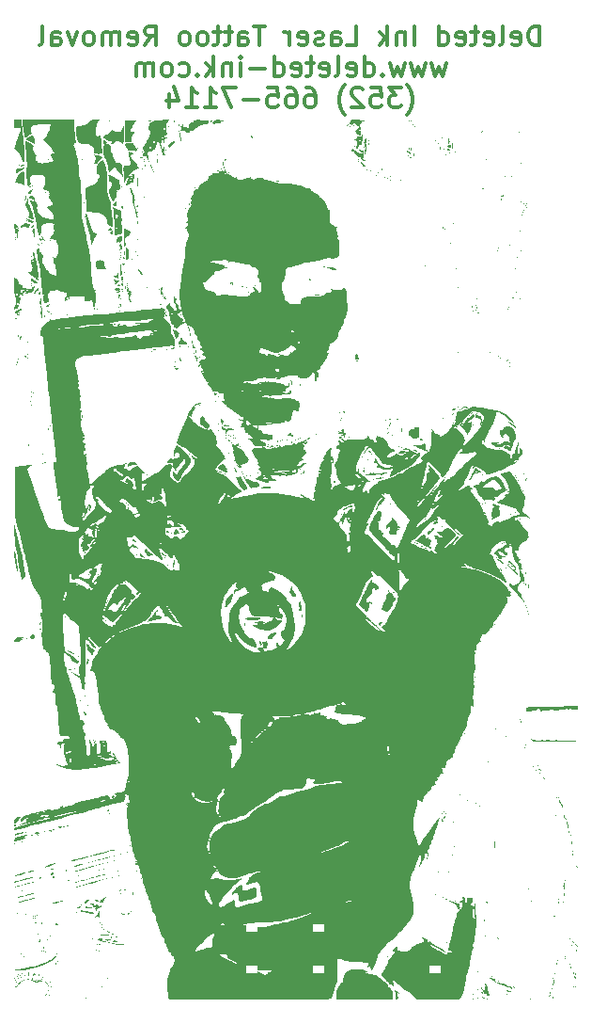
<source format=gbr>
%TF.GenerationSoftware,KiCad,Pcbnew,8.0.6*%
%TF.CreationDate,2024-12-04T16:57:49-05:00*%
%TF.ProjectId,Laser,4c617365-722e-46b6-9963-61645f706362,rev?*%
%TF.SameCoordinates,Original*%
%TF.FileFunction,Legend,Bot*%
%TF.FilePolarity,Positive*%
%FSLAX46Y46*%
G04 Gerber Fmt 4.6, Leading zero omitted, Abs format (unit mm)*
G04 Created by KiCad (PCBNEW 8.0.6) date 2024-12-04 16:57:49*
%MOMM*%
%LPD*%
G01*
G04 APERTURE LIST*
%ADD10C,0.330200*%
%ADD11C,0.300000*%
%ADD12C,0.000000*%
%ADD13C,0.025400*%
%ADD14R,1.000000X0.700000*%
G04 APERTURE END LIST*
D10*
X149936668Y-66210063D02*
X149936668Y-64482863D01*
X149936668Y-64482863D02*
X149513335Y-64482863D01*
X149513335Y-64482863D02*
X149259335Y-64565111D01*
X149259335Y-64565111D02*
X149090002Y-64729606D01*
X149090002Y-64729606D02*
X149005335Y-64894101D01*
X149005335Y-64894101D02*
X148920668Y-65223092D01*
X148920668Y-65223092D02*
X148920668Y-65469835D01*
X148920668Y-65469835D02*
X149005335Y-65798825D01*
X149005335Y-65798825D02*
X149090002Y-65963320D01*
X149090002Y-65963320D02*
X149259335Y-66127816D01*
X149259335Y-66127816D02*
X149513335Y-66210063D01*
X149513335Y-66210063D02*
X149936668Y-66210063D01*
X147481335Y-66127816D02*
X147650668Y-66210063D01*
X147650668Y-66210063D02*
X147989335Y-66210063D01*
X147989335Y-66210063D02*
X148158668Y-66127816D01*
X148158668Y-66127816D02*
X148243335Y-65963320D01*
X148243335Y-65963320D02*
X148243335Y-65305339D01*
X148243335Y-65305339D02*
X148158668Y-65140844D01*
X148158668Y-65140844D02*
X147989335Y-65058596D01*
X147989335Y-65058596D02*
X147650668Y-65058596D01*
X147650668Y-65058596D02*
X147481335Y-65140844D01*
X147481335Y-65140844D02*
X147396668Y-65305339D01*
X147396668Y-65305339D02*
X147396668Y-65469835D01*
X147396668Y-65469835D02*
X148243335Y-65634330D01*
X146380668Y-66210063D02*
X146550002Y-66127816D01*
X146550002Y-66127816D02*
X146634668Y-65963320D01*
X146634668Y-65963320D02*
X146634668Y-64482863D01*
X145026002Y-66127816D02*
X145195335Y-66210063D01*
X145195335Y-66210063D02*
X145534002Y-66210063D01*
X145534002Y-66210063D02*
X145703335Y-66127816D01*
X145703335Y-66127816D02*
X145788002Y-65963320D01*
X145788002Y-65963320D02*
X145788002Y-65305339D01*
X145788002Y-65305339D02*
X145703335Y-65140844D01*
X145703335Y-65140844D02*
X145534002Y-65058596D01*
X145534002Y-65058596D02*
X145195335Y-65058596D01*
X145195335Y-65058596D02*
X145026002Y-65140844D01*
X145026002Y-65140844D02*
X144941335Y-65305339D01*
X144941335Y-65305339D02*
X144941335Y-65469835D01*
X144941335Y-65469835D02*
X145788002Y-65634330D01*
X144433335Y-65058596D02*
X143756002Y-65058596D01*
X144179335Y-64482863D02*
X144179335Y-65963320D01*
X144179335Y-65963320D02*
X144094669Y-66127816D01*
X144094669Y-66127816D02*
X143925335Y-66210063D01*
X143925335Y-66210063D02*
X143756002Y-66210063D01*
X142486002Y-66127816D02*
X142655335Y-66210063D01*
X142655335Y-66210063D02*
X142994002Y-66210063D01*
X142994002Y-66210063D02*
X143163335Y-66127816D01*
X143163335Y-66127816D02*
X143248002Y-65963320D01*
X143248002Y-65963320D02*
X143248002Y-65305339D01*
X143248002Y-65305339D02*
X143163335Y-65140844D01*
X143163335Y-65140844D02*
X142994002Y-65058596D01*
X142994002Y-65058596D02*
X142655335Y-65058596D01*
X142655335Y-65058596D02*
X142486002Y-65140844D01*
X142486002Y-65140844D02*
X142401335Y-65305339D01*
X142401335Y-65305339D02*
X142401335Y-65469835D01*
X142401335Y-65469835D02*
X143248002Y-65634330D01*
X140877335Y-66210063D02*
X140877335Y-64482863D01*
X140877335Y-66127816D02*
X141046669Y-66210063D01*
X141046669Y-66210063D02*
X141385335Y-66210063D01*
X141385335Y-66210063D02*
X141554669Y-66127816D01*
X141554669Y-66127816D02*
X141639335Y-66045568D01*
X141639335Y-66045568D02*
X141724002Y-65881073D01*
X141724002Y-65881073D02*
X141724002Y-65387587D01*
X141724002Y-65387587D02*
X141639335Y-65223092D01*
X141639335Y-65223092D02*
X141554669Y-65140844D01*
X141554669Y-65140844D02*
X141385335Y-65058596D01*
X141385335Y-65058596D02*
X141046669Y-65058596D01*
X141046669Y-65058596D02*
X140877335Y-65140844D01*
X138676001Y-66210063D02*
X138676001Y-64482863D01*
X137829334Y-65058596D02*
X137829334Y-66210063D01*
X137829334Y-65223092D02*
X137744668Y-65140844D01*
X137744668Y-65140844D02*
X137575334Y-65058596D01*
X137575334Y-65058596D02*
X137321334Y-65058596D01*
X137321334Y-65058596D02*
X137152001Y-65140844D01*
X137152001Y-65140844D02*
X137067334Y-65305339D01*
X137067334Y-65305339D02*
X137067334Y-66210063D01*
X136220667Y-66210063D02*
X136220667Y-64482863D01*
X136051334Y-65552082D02*
X135543334Y-66210063D01*
X135543334Y-65058596D02*
X136220667Y-65716577D01*
X132580001Y-66210063D02*
X133426667Y-66210063D01*
X133426667Y-66210063D02*
X133426667Y-64482863D01*
X131225334Y-66210063D02*
X131225334Y-65305339D01*
X131225334Y-65305339D02*
X131310001Y-65140844D01*
X131310001Y-65140844D02*
X131479334Y-65058596D01*
X131479334Y-65058596D02*
X131818001Y-65058596D01*
X131818001Y-65058596D02*
X131987334Y-65140844D01*
X131225334Y-66127816D02*
X131394668Y-66210063D01*
X131394668Y-66210063D02*
X131818001Y-66210063D01*
X131818001Y-66210063D02*
X131987334Y-66127816D01*
X131987334Y-66127816D02*
X132072001Y-65963320D01*
X132072001Y-65963320D02*
X132072001Y-65798825D01*
X132072001Y-65798825D02*
X131987334Y-65634330D01*
X131987334Y-65634330D02*
X131818001Y-65552082D01*
X131818001Y-65552082D02*
X131394668Y-65552082D01*
X131394668Y-65552082D02*
X131225334Y-65469835D01*
X130463334Y-66127816D02*
X130294001Y-66210063D01*
X130294001Y-66210063D02*
X129955334Y-66210063D01*
X129955334Y-66210063D02*
X129786001Y-66127816D01*
X129786001Y-66127816D02*
X129701334Y-65963320D01*
X129701334Y-65963320D02*
X129701334Y-65881073D01*
X129701334Y-65881073D02*
X129786001Y-65716577D01*
X129786001Y-65716577D02*
X129955334Y-65634330D01*
X129955334Y-65634330D02*
X130209334Y-65634330D01*
X130209334Y-65634330D02*
X130378667Y-65552082D01*
X130378667Y-65552082D02*
X130463334Y-65387587D01*
X130463334Y-65387587D02*
X130463334Y-65305339D01*
X130463334Y-65305339D02*
X130378667Y-65140844D01*
X130378667Y-65140844D02*
X130209334Y-65058596D01*
X130209334Y-65058596D02*
X129955334Y-65058596D01*
X129955334Y-65058596D02*
X129786001Y-65140844D01*
X128262001Y-66127816D02*
X128431334Y-66210063D01*
X128431334Y-66210063D02*
X128770001Y-66210063D01*
X128770001Y-66210063D02*
X128939334Y-66127816D01*
X128939334Y-66127816D02*
X129024001Y-65963320D01*
X129024001Y-65963320D02*
X129024001Y-65305339D01*
X129024001Y-65305339D02*
X128939334Y-65140844D01*
X128939334Y-65140844D02*
X128770001Y-65058596D01*
X128770001Y-65058596D02*
X128431334Y-65058596D01*
X128431334Y-65058596D02*
X128262001Y-65140844D01*
X128262001Y-65140844D02*
X128177334Y-65305339D01*
X128177334Y-65305339D02*
X128177334Y-65469835D01*
X128177334Y-65469835D02*
X129024001Y-65634330D01*
X127415334Y-66210063D02*
X127415334Y-65058596D01*
X127415334Y-65387587D02*
X127330668Y-65223092D01*
X127330668Y-65223092D02*
X127246001Y-65140844D01*
X127246001Y-65140844D02*
X127076668Y-65058596D01*
X127076668Y-65058596D02*
X126907334Y-65058596D01*
X125214000Y-64482863D02*
X124198000Y-64482863D01*
X124706000Y-66210063D02*
X124706000Y-64482863D01*
X122843333Y-66210063D02*
X122843333Y-65305339D01*
X122843333Y-65305339D02*
X122928000Y-65140844D01*
X122928000Y-65140844D02*
X123097333Y-65058596D01*
X123097333Y-65058596D02*
X123436000Y-65058596D01*
X123436000Y-65058596D02*
X123605333Y-65140844D01*
X122843333Y-66127816D02*
X123012667Y-66210063D01*
X123012667Y-66210063D02*
X123436000Y-66210063D01*
X123436000Y-66210063D02*
X123605333Y-66127816D01*
X123605333Y-66127816D02*
X123690000Y-65963320D01*
X123690000Y-65963320D02*
X123690000Y-65798825D01*
X123690000Y-65798825D02*
X123605333Y-65634330D01*
X123605333Y-65634330D02*
X123436000Y-65552082D01*
X123436000Y-65552082D02*
X123012667Y-65552082D01*
X123012667Y-65552082D02*
X122843333Y-65469835D01*
X122250666Y-65058596D02*
X121573333Y-65058596D01*
X121996666Y-64482863D02*
X121996666Y-65963320D01*
X121996666Y-65963320D02*
X121912000Y-66127816D01*
X121912000Y-66127816D02*
X121742666Y-66210063D01*
X121742666Y-66210063D02*
X121573333Y-66210063D01*
X121234666Y-65058596D02*
X120557333Y-65058596D01*
X120980666Y-64482863D02*
X120980666Y-65963320D01*
X120980666Y-65963320D02*
X120896000Y-66127816D01*
X120896000Y-66127816D02*
X120726666Y-66210063D01*
X120726666Y-66210063D02*
X120557333Y-66210063D01*
X119710666Y-66210063D02*
X119880000Y-66127816D01*
X119880000Y-66127816D02*
X119964666Y-66045568D01*
X119964666Y-66045568D02*
X120049333Y-65881073D01*
X120049333Y-65881073D02*
X120049333Y-65387587D01*
X120049333Y-65387587D02*
X119964666Y-65223092D01*
X119964666Y-65223092D02*
X119880000Y-65140844D01*
X119880000Y-65140844D02*
X119710666Y-65058596D01*
X119710666Y-65058596D02*
X119456666Y-65058596D01*
X119456666Y-65058596D02*
X119287333Y-65140844D01*
X119287333Y-65140844D02*
X119202666Y-65223092D01*
X119202666Y-65223092D02*
X119118000Y-65387587D01*
X119118000Y-65387587D02*
X119118000Y-65881073D01*
X119118000Y-65881073D02*
X119202666Y-66045568D01*
X119202666Y-66045568D02*
X119287333Y-66127816D01*
X119287333Y-66127816D02*
X119456666Y-66210063D01*
X119456666Y-66210063D02*
X119710666Y-66210063D01*
X118101999Y-66210063D02*
X118271333Y-66127816D01*
X118271333Y-66127816D02*
X118355999Y-66045568D01*
X118355999Y-66045568D02*
X118440666Y-65881073D01*
X118440666Y-65881073D02*
X118440666Y-65387587D01*
X118440666Y-65387587D02*
X118355999Y-65223092D01*
X118355999Y-65223092D02*
X118271333Y-65140844D01*
X118271333Y-65140844D02*
X118101999Y-65058596D01*
X118101999Y-65058596D02*
X117847999Y-65058596D01*
X117847999Y-65058596D02*
X117678666Y-65140844D01*
X117678666Y-65140844D02*
X117593999Y-65223092D01*
X117593999Y-65223092D02*
X117509333Y-65387587D01*
X117509333Y-65387587D02*
X117509333Y-65881073D01*
X117509333Y-65881073D02*
X117593999Y-66045568D01*
X117593999Y-66045568D02*
X117678666Y-66127816D01*
X117678666Y-66127816D02*
X117847999Y-66210063D01*
X117847999Y-66210063D02*
X118101999Y-66210063D01*
X114376665Y-66210063D02*
X114969332Y-65387587D01*
X115392665Y-66210063D02*
X115392665Y-64482863D01*
X115392665Y-64482863D02*
X114715332Y-64482863D01*
X114715332Y-64482863D02*
X114545999Y-64565111D01*
X114545999Y-64565111D02*
X114461332Y-64647358D01*
X114461332Y-64647358D02*
X114376665Y-64811854D01*
X114376665Y-64811854D02*
X114376665Y-65058596D01*
X114376665Y-65058596D02*
X114461332Y-65223092D01*
X114461332Y-65223092D02*
X114545999Y-65305339D01*
X114545999Y-65305339D02*
X114715332Y-65387587D01*
X114715332Y-65387587D02*
X115392665Y-65387587D01*
X112937332Y-66127816D02*
X113106665Y-66210063D01*
X113106665Y-66210063D02*
X113445332Y-66210063D01*
X113445332Y-66210063D02*
X113614665Y-66127816D01*
X113614665Y-66127816D02*
X113699332Y-65963320D01*
X113699332Y-65963320D02*
X113699332Y-65305339D01*
X113699332Y-65305339D02*
X113614665Y-65140844D01*
X113614665Y-65140844D02*
X113445332Y-65058596D01*
X113445332Y-65058596D02*
X113106665Y-65058596D01*
X113106665Y-65058596D02*
X112937332Y-65140844D01*
X112937332Y-65140844D02*
X112852665Y-65305339D01*
X112852665Y-65305339D02*
X112852665Y-65469835D01*
X112852665Y-65469835D02*
X113699332Y-65634330D01*
X112090665Y-66210063D02*
X112090665Y-65058596D01*
X112090665Y-65223092D02*
X112005999Y-65140844D01*
X112005999Y-65140844D02*
X111836665Y-65058596D01*
X111836665Y-65058596D02*
X111582665Y-65058596D01*
X111582665Y-65058596D02*
X111413332Y-65140844D01*
X111413332Y-65140844D02*
X111328665Y-65305339D01*
X111328665Y-65305339D02*
X111328665Y-66210063D01*
X111328665Y-65305339D02*
X111243999Y-65140844D01*
X111243999Y-65140844D02*
X111074665Y-65058596D01*
X111074665Y-65058596D02*
X110820665Y-65058596D01*
X110820665Y-65058596D02*
X110651332Y-65140844D01*
X110651332Y-65140844D02*
X110566665Y-65305339D01*
X110566665Y-65305339D02*
X110566665Y-66210063D01*
X109465998Y-66210063D02*
X109635332Y-66127816D01*
X109635332Y-66127816D02*
X109719998Y-66045568D01*
X109719998Y-66045568D02*
X109804665Y-65881073D01*
X109804665Y-65881073D02*
X109804665Y-65387587D01*
X109804665Y-65387587D02*
X109719998Y-65223092D01*
X109719998Y-65223092D02*
X109635332Y-65140844D01*
X109635332Y-65140844D02*
X109465998Y-65058596D01*
X109465998Y-65058596D02*
X109211998Y-65058596D01*
X109211998Y-65058596D02*
X109042665Y-65140844D01*
X109042665Y-65140844D02*
X108957998Y-65223092D01*
X108957998Y-65223092D02*
X108873332Y-65387587D01*
X108873332Y-65387587D02*
X108873332Y-65881073D01*
X108873332Y-65881073D02*
X108957998Y-66045568D01*
X108957998Y-66045568D02*
X109042665Y-66127816D01*
X109042665Y-66127816D02*
X109211998Y-66210063D01*
X109211998Y-66210063D02*
X109465998Y-66210063D01*
X108280665Y-65058596D02*
X107857331Y-66210063D01*
X107857331Y-66210063D02*
X107433998Y-65058596D01*
X105994664Y-66210063D02*
X105994664Y-65305339D01*
X105994664Y-65305339D02*
X106079331Y-65140844D01*
X106079331Y-65140844D02*
X106248664Y-65058596D01*
X106248664Y-65058596D02*
X106587331Y-65058596D01*
X106587331Y-65058596D02*
X106756664Y-65140844D01*
X105994664Y-66127816D02*
X106163998Y-66210063D01*
X106163998Y-66210063D02*
X106587331Y-66210063D01*
X106587331Y-66210063D02*
X106756664Y-66127816D01*
X106756664Y-66127816D02*
X106841331Y-65963320D01*
X106841331Y-65963320D02*
X106841331Y-65798825D01*
X106841331Y-65798825D02*
X106756664Y-65634330D01*
X106756664Y-65634330D02*
X106587331Y-65552082D01*
X106587331Y-65552082D02*
X106163998Y-65552082D01*
X106163998Y-65552082D02*
X105994664Y-65469835D01*
X104893997Y-66210063D02*
X105063331Y-66127816D01*
X105063331Y-66127816D02*
X105147997Y-65963320D01*
X105147997Y-65963320D02*
X105147997Y-64482863D01*
X141554668Y-67839291D02*
X141216001Y-68990758D01*
X141216001Y-68990758D02*
X140877334Y-68168282D01*
X140877334Y-68168282D02*
X140538668Y-68990758D01*
X140538668Y-68990758D02*
X140200001Y-67839291D01*
X139692001Y-67839291D02*
X139353334Y-68990758D01*
X139353334Y-68990758D02*
X139014667Y-68168282D01*
X139014667Y-68168282D02*
X138676001Y-68990758D01*
X138676001Y-68990758D02*
X138337334Y-67839291D01*
X137829334Y-67839291D02*
X137490667Y-68990758D01*
X137490667Y-68990758D02*
X137152000Y-68168282D01*
X137152000Y-68168282D02*
X136813334Y-68990758D01*
X136813334Y-68990758D02*
X136474667Y-67839291D01*
X135797333Y-68826263D02*
X135712667Y-68908511D01*
X135712667Y-68908511D02*
X135797333Y-68990758D01*
X135797333Y-68990758D02*
X135882000Y-68908511D01*
X135882000Y-68908511D02*
X135797333Y-68826263D01*
X135797333Y-68826263D02*
X135797333Y-68990758D01*
X134188666Y-68990758D02*
X134188666Y-67263558D01*
X134188666Y-68908511D02*
X134358000Y-68990758D01*
X134358000Y-68990758D02*
X134696666Y-68990758D01*
X134696666Y-68990758D02*
X134866000Y-68908511D01*
X134866000Y-68908511D02*
X134950666Y-68826263D01*
X134950666Y-68826263D02*
X135035333Y-68661768D01*
X135035333Y-68661768D02*
X135035333Y-68168282D01*
X135035333Y-68168282D02*
X134950666Y-68003787D01*
X134950666Y-68003787D02*
X134866000Y-67921539D01*
X134866000Y-67921539D02*
X134696666Y-67839291D01*
X134696666Y-67839291D02*
X134358000Y-67839291D01*
X134358000Y-67839291D02*
X134188666Y-67921539D01*
X132664666Y-68908511D02*
X132833999Y-68990758D01*
X132833999Y-68990758D02*
X133172666Y-68990758D01*
X133172666Y-68990758D02*
X133341999Y-68908511D01*
X133341999Y-68908511D02*
X133426666Y-68744015D01*
X133426666Y-68744015D02*
X133426666Y-68086034D01*
X133426666Y-68086034D02*
X133341999Y-67921539D01*
X133341999Y-67921539D02*
X133172666Y-67839291D01*
X133172666Y-67839291D02*
X132833999Y-67839291D01*
X132833999Y-67839291D02*
X132664666Y-67921539D01*
X132664666Y-67921539D02*
X132579999Y-68086034D01*
X132579999Y-68086034D02*
X132579999Y-68250530D01*
X132579999Y-68250530D02*
X133426666Y-68415025D01*
X131563999Y-68990758D02*
X131733333Y-68908511D01*
X131733333Y-68908511D02*
X131817999Y-68744015D01*
X131817999Y-68744015D02*
X131817999Y-67263558D01*
X130209333Y-68908511D02*
X130378666Y-68990758D01*
X130378666Y-68990758D02*
X130717333Y-68990758D01*
X130717333Y-68990758D02*
X130886666Y-68908511D01*
X130886666Y-68908511D02*
X130971333Y-68744015D01*
X130971333Y-68744015D02*
X130971333Y-68086034D01*
X130971333Y-68086034D02*
X130886666Y-67921539D01*
X130886666Y-67921539D02*
X130717333Y-67839291D01*
X130717333Y-67839291D02*
X130378666Y-67839291D01*
X130378666Y-67839291D02*
X130209333Y-67921539D01*
X130209333Y-67921539D02*
X130124666Y-68086034D01*
X130124666Y-68086034D02*
X130124666Y-68250530D01*
X130124666Y-68250530D02*
X130971333Y-68415025D01*
X129616666Y-67839291D02*
X128939333Y-67839291D01*
X129362666Y-67263558D02*
X129362666Y-68744015D01*
X129362666Y-68744015D02*
X129278000Y-68908511D01*
X129278000Y-68908511D02*
X129108666Y-68990758D01*
X129108666Y-68990758D02*
X128939333Y-68990758D01*
X127669333Y-68908511D02*
X127838666Y-68990758D01*
X127838666Y-68990758D02*
X128177333Y-68990758D01*
X128177333Y-68990758D02*
X128346666Y-68908511D01*
X128346666Y-68908511D02*
X128431333Y-68744015D01*
X128431333Y-68744015D02*
X128431333Y-68086034D01*
X128431333Y-68086034D02*
X128346666Y-67921539D01*
X128346666Y-67921539D02*
X128177333Y-67839291D01*
X128177333Y-67839291D02*
X127838666Y-67839291D01*
X127838666Y-67839291D02*
X127669333Y-67921539D01*
X127669333Y-67921539D02*
X127584666Y-68086034D01*
X127584666Y-68086034D02*
X127584666Y-68250530D01*
X127584666Y-68250530D02*
X128431333Y-68415025D01*
X126060666Y-68990758D02*
X126060666Y-67263558D01*
X126060666Y-68908511D02*
X126230000Y-68990758D01*
X126230000Y-68990758D02*
X126568666Y-68990758D01*
X126568666Y-68990758D02*
X126738000Y-68908511D01*
X126738000Y-68908511D02*
X126822666Y-68826263D01*
X126822666Y-68826263D02*
X126907333Y-68661768D01*
X126907333Y-68661768D02*
X126907333Y-68168282D01*
X126907333Y-68168282D02*
X126822666Y-68003787D01*
X126822666Y-68003787D02*
X126738000Y-67921539D01*
X126738000Y-67921539D02*
X126568666Y-67839291D01*
X126568666Y-67839291D02*
X126230000Y-67839291D01*
X126230000Y-67839291D02*
X126060666Y-67921539D01*
X125213999Y-68332777D02*
X123859333Y-68332777D01*
X123012666Y-68990758D02*
X123012666Y-67839291D01*
X123012666Y-67263558D02*
X123097333Y-67345806D01*
X123097333Y-67345806D02*
X123012666Y-67428053D01*
X123012666Y-67428053D02*
X122928000Y-67345806D01*
X122928000Y-67345806D02*
X123012666Y-67263558D01*
X123012666Y-67263558D02*
X123012666Y-67428053D01*
X122165999Y-67839291D02*
X122165999Y-68990758D01*
X122165999Y-68003787D02*
X122081333Y-67921539D01*
X122081333Y-67921539D02*
X121911999Y-67839291D01*
X121911999Y-67839291D02*
X121657999Y-67839291D01*
X121657999Y-67839291D02*
X121488666Y-67921539D01*
X121488666Y-67921539D02*
X121403999Y-68086034D01*
X121403999Y-68086034D02*
X121403999Y-68990758D01*
X120557332Y-68990758D02*
X120557332Y-67263558D01*
X120387999Y-68332777D02*
X119879999Y-68990758D01*
X119879999Y-67839291D02*
X120557332Y-68497272D01*
X119117999Y-68826263D02*
X119033333Y-68908511D01*
X119033333Y-68908511D02*
X119117999Y-68990758D01*
X119117999Y-68990758D02*
X119202666Y-68908511D01*
X119202666Y-68908511D02*
X119117999Y-68826263D01*
X119117999Y-68826263D02*
X119117999Y-68990758D01*
X117509332Y-68908511D02*
X117678666Y-68990758D01*
X117678666Y-68990758D02*
X118017332Y-68990758D01*
X118017332Y-68990758D02*
X118186666Y-68908511D01*
X118186666Y-68908511D02*
X118271332Y-68826263D01*
X118271332Y-68826263D02*
X118355999Y-68661768D01*
X118355999Y-68661768D02*
X118355999Y-68168282D01*
X118355999Y-68168282D02*
X118271332Y-68003787D01*
X118271332Y-68003787D02*
X118186666Y-67921539D01*
X118186666Y-67921539D02*
X118017332Y-67839291D01*
X118017332Y-67839291D02*
X117678666Y-67839291D01*
X117678666Y-67839291D02*
X117509332Y-67921539D01*
X116493332Y-68990758D02*
X116662666Y-68908511D01*
X116662666Y-68908511D02*
X116747332Y-68826263D01*
X116747332Y-68826263D02*
X116831999Y-68661768D01*
X116831999Y-68661768D02*
X116831999Y-68168282D01*
X116831999Y-68168282D02*
X116747332Y-68003787D01*
X116747332Y-68003787D02*
X116662666Y-67921539D01*
X116662666Y-67921539D02*
X116493332Y-67839291D01*
X116493332Y-67839291D02*
X116239332Y-67839291D01*
X116239332Y-67839291D02*
X116069999Y-67921539D01*
X116069999Y-67921539D02*
X115985332Y-68003787D01*
X115985332Y-68003787D02*
X115900666Y-68168282D01*
X115900666Y-68168282D02*
X115900666Y-68661768D01*
X115900666Y-68661768D02*
X115985332Y-68826263D01*
X115985332Y-68826263D02*
X116069999Y-68908511D01*
X116069999Y-68908511D02*
X116239332Y-68990758D01*
X116239332Y-68990758D02*
X116493332Y-68990758D01*
X115138665Y-68990758D02*
X115138665Y-67839291D01*
X115138665Y-68003787D02*
X115053999Y-67921539D01*
X115053999Y-67921539D02*
X114884665Y-67839291D01*
X114884665Y-67839291D02*
X114630665Y-67839291D01*
X114630665Y-67839291D02*
X114461332Y-67921539D01*
X114461332Y-67921539D02*
X114376665Y-68086034D01*
X114376665Y-68086034D02*
X114376665Y-68990758D01*
X114376665Y-68086034D02*
X114291999Y-67921539D01*
X114291999Y-67921539D02*
X114122665Y-67839291D01*
X114122665Y-67839291D02*
X113868665Y-67839291D01*
X113868665Y-67839291D02*
X113699332Y-67921539D01*
X113699332Y-67921539D02*
X113614665Y-68086034D01*
X113614665Y-68086034D02*
X113614665Y-68990758D01*
X137998664Y-72429434D02*
X138083331Y-72347186D01*
X138083331Y-72347186D02*
X138252664Y-72100444D01*
X138252664Y-72100444D02*
X138337331Y-71935948D01*
X138337331Y-71935948D02*
X138421998Y-71689206D01*
X138421998Y-71689206D02*
X138506664Y-71277967D01*
X138506664Y-71277967D02*
X138506664Y-70948977D01*
X138506664Y-70948977D02*
X138421998Y-70537739D01*
X138421998Y-70537739D02*
X138337331Y-70290996D01*
X138337331Y-70290996D02*
X138252664Y-70126501D01*
X138252664Y-70126501D02*
X138083331Y-69879758D01*
X138083331Y-69879758D02*
X137998664Y-69797510D01*
X137490665Y-70044253D02*
X136389998Y-70044253D01*
X136389998Y-70044253D02*
X136982665Y-70702234D01*
X136982665Y-70702234D02*
X136728665Y-70702234D01*
X136728665Y-70702234D02*
X136559331Y-70784482D01*
X136559331Y-70784482D02*
X136474665Y-70866729D01*
X136474665Y-70866729D02*
X136389998Y-71031225D01*
X136389998Y-71031225D02*
X136389998Y-71442463D01*
X136389998Y-71442463D02*
X136474665Y-71606958D01*
X136474665Y-71606958D02*
X136559331Y-71689206D01*
X136559331Y-71689206D02*
X136728665Y-71771453D01*
X136728665Y-71771453D02*
X137236665Y-71771453D01*
X137236665Y-71771453D02*
X137405998Y-71689206D01*
X137405998Y-71689206D02*
X137490665Y-71606958D01*
X134781332Y-70044253D02*
X135627998Y-70044253D01*
X135627998Y-70044253D02*
X135712665Y-70866729D01*
X135712665Y-70866729D02*
X135627998Y-70784482D01*
X135627998Y-70784482D02*
X135458665Y-70702234D01*
X135458665Y-70702234D02*
X135035332Y-70702234D01*
X135035332Y-70702234D02*
X134865998Y-70784482D01*
X134865998Y-70784482D02*
X134781332Y-70866729D01*
X134781332Y-70866729D02*
X134696665Y-71031225D01*
X134696665Y-71031225D02*
X134696665Y-71442463D01*
X134696665Y-71442463D02*
X134781332Y-71606958D01*
X134781332Y-71606958D02*
X134865998Y-71689206D01*
X134865998Y-71689206D02*
X135035332Y-71771453D01*
X135035332Y-71771453D02*
X135458665Y-71771453D01*
X135458665Y-71771453D02*
X135627998Y-71689206D01*
X135627998Y-71689206D02*
X135712665Y-71606958D01*
X134019332Y-70208748D02*
X133934665Y-70126501D01*
X133934665Y-70126501D02*
X133765332Y-70044253D01*
X133765332Y-70044253D02*
X133341999Y-70044253D01*
X133341999Y-70044253D02*
X133172665Y-70126501D01*
X133172665Y-70126501D02*
X133087999Y-70208748D01*
X133087999Y-70208748D02*
X133003332Y-70373244D01*
X133003332Y-70373244D02*
X133003332Y-70537739D01*
X133003332Y-70537739D02*
X133087999Y-70784482D01*
X133087999Y-70784482D02*
X134103999Y-71771453D01*
X134103999Y-71771453D02*
X133003332Y-71771453D01*
X132410666Y-72429434D02*
X132325999Y-72347186D01*
X132325999Y-72347186D02*
X132156666Y-72100444D01*
X132156666Y-72100444D02*
X132071999Y-71935948D01*
X132071999Y-71935948D02*
X131987332Y-71689206D01*
X131987332Y-71689206D02*
X131902666Y-71277967D01*
X131902666Y-71277967D02*
X131902666Y-70948977D01*
X131902666Y-70948977D02*
X131987332Y-70537739D01*
X131987332Y-70537739D02*
X132071999Y-70290996D01*
X132071999Y-70290996D02*
X132156666Y-70126501D01*
X132156666Y-70126501D02*
X132325999Y-69879758D01*
X132325999Y-69879758D02*
X132410666Y-69797510D01*
X128939332Y-70044253D02*
X129277999Y-70044253D01*
X129277999Y-70044253D02*
X129447332Y-70126501D01*
X129447332Y-70126501D02*
X129531999Y-70208748D01*
X129531999Y-70208748D02*
X129701332Y-70455491D01*
X129701332Y-70455491D02*
X129785999Y-70784482D01*
X129785999Y-70784482D02*
X129785999Y-71442463D01*
X129785999Y-71442463D02*
X129701332Y-71606958D01*
X129701332Y-71606958D02*
X129616666Y-71689206D01*
X129616666Y-71689206D02*
X129447332Y-71771453D01*
X129447332Y-71771453D02*
X129108666Y-71771453D01*
X129108666Y-71771453D02*
X128939332Y-71689206D01*
X128939332Y-71689206D02*
X128854666Y-71606958D01*
X128854666Y-71606958D02*
X128769999Y-71442463D01*
X128769999Y-71442463D02*
X128769999Y-71031225D01*
X128769999Y-71031225D02*
X128854666Y-70866729D01*
X128854666Y-70866729D02*
X128939332Y-70784482D01*
X128939332Y-70784482D02*
X129108666Y-70702234D01*
X129108666Y-70702234D02*
X129447332Y-70702234D01*
X129447332Y-70702234D02*
X129616666Y-70784482D01*
X129616666Y-70784482D02*
X129701332Y-70866729D01*
X129701332Y-70866729D02*
X129785999Y-71031225D01*
X127245999Y-70044253D02*
X127584666Y-70044253D01*
X127584666Y-70044253D02*
X127753999Y-70126501D01*
X127753999Y-70126501D02*
X127838666Y-70208748D01*
X127838666Y-70208748D02*
X128007999Y-70455491D01*
X128007999Y-70455491D02*
X128092666Y-70784482D01*
X128092666Y-70784482D02*
X128092666Y-71442463D01*
X128092666Y-71442463D02*
X128007999Y-71606958D01*
X128007999Y-71606958D02*
X127923333Y-71689206D01*
X127923333Y-71689206D02*
X127753999Y-71771453D01*
X127753999Y-71771453D02*
X127415333Y-71771453D01*
X127415333Y-71771453D02*
X127245999Y-71689206D01*
X127245999Y-71689206D02*
X127161333Y-71606958D01*
X127161333Y-71606958D02*
X127076666Y-71442463D01*
X127076666Y-71442463D02*
X127076666Y-71031225D01*
X127076666Y-71031225D02*
X127161333Y-70866729D01*
X127161333Y-70866729D02*
X127245999Y-70784482D01*
X127245999Y-70784482D02*
X127415333Y-70702234D01*
X127415333Y-70702234D02*
X127753999Y-70702234D01*
X127753999Y-70702234D02*
X127923333Y-70784482D01*
X127923333Y-70784482D02*
X128007999Y-70866729D01*
X128007999Y-70866729D02*
X128092666Y-71031225D01*
X125468000Y-70044253D02*
X126314666Y-70044253D01*
X126314666Y-70044253D02*
X126399333Y-70866729D01*
X126399333Y-70866729D02*
X126314666Y-70784482D01*
X126314666Y-70784482D02*
X126145333Y-70702234D01*
X126145333Y-70702234D02*
X125722000Y-70702234D01*
X125722000Y-70702234D02*
X125552666Y-70784482D01*
X125552666Y-70784482D02*
X125468000Y-70866729D01*
X125468000Y-70866729D02*
X125383333Y-71031225D01*
X125383333Y-71031225D02*
X125383333Y-71442463D01*
X125383333Y-71442463D02*
X125468000Y-71606958D01*
X125468000Y-71606958D02*
X125552666Y-71689206D01*
X125552666Y-71689206D02*
X125722000Y-71771453D01*
X125722000Y-71771453D02*
X126145333Y-71771453D01*
X126145333Y-71771453D02*
X126314666Y-71689206D01*
X126314666Y-71689206D02*
X126399333Y-71606958D01*
X124621333Y-71113472D02*
X123266667Y-71113472D01*
X122589334Y-70044253D02*
X121404000Y-70044253D01*
X121404000Y-70044253D02*
X122166000Y-71771453D01*
X119795334Y-71771453D02*
X120811334Y-71771453D01*
X120303334Y-71771453D02*
X120303334Y-70044253D01*
X120303334Y-70044253D02*
X120472667Y-70290996D01*
X120472667Y-70290996D02*
X120642001Y-70455491D01*
X120642001Y-70455491D02*
X120811334Y-70537739D01*
X118102001Y-71771453D02*
X119118001Y-71771453D01*
X118610001Y-71771453D02*
X118610001Y-70044253D01*
X118610001Y-70044253D02*
X118779334Y-70290996D01*
X118779334Y-70290996D02*
X118948668Y-70455491D01*
X118948668Y-70455491D02*
X119118001Y-70537739D01*
X116578001Y-70619986D02*
X116578001Y-71771453D01*
X117001335Y-69962006D02*
X117424668Y-71195720D01*
X117424668Y-71195720D02*
X116324001Y-71195720D01*
D11*
X129321427Y-111749757D02*
X129464285Y-111678328D01*
X129464285Y-111678328D02*
X129678570Y-111678328D01*
X129678570Y-111678328D02*
X129892856Y-111749757D01*
X129892856Y-111749757D02*
X130035713Y-111892614D01*
X130035713Y-111892614D02*
X130107142Y-112035471D01*
X130107142Y-112035471D02*
X130178570Y-112321185D01*
X130178570Y-112321185D02*
X130178570Y-112535471D01*
X130178570Y-112535471D02*
X130107142Y-112821185D01*
X130107142Y-112821185D02*
X130035713Y-112964042D01*
X130035713Y-112964042D02*
X129892856Y-113106900D01*
X129892856Y-113106900D02*
X129678570Y-113178328D01*
X129678570Y-113178328D02*
X129535713Y-113178328D01*
X129535713Y-113178328D02*
X129321427Y-113106900D01*
X129321427Y-113106900D02*
X129249999Y-113035471D01*
X129249999Y-113035471D02*
X129249999Y-112535471D01*
X129249999Y-112535471D02*
X129535713Y-112535471D01*
X128392856Y-111678328D02*
X128392856Y-112035471D01*
X128749999Y-111892614D02*
X128392856Y-112035471D01*
X128392856Y-112035471D02*
X128035713Y-111892614D01*
X128607142Y-112321185D02*
X128392856Y-112035471D01*
X128392856Y-112035471D02*
X128178570Y-112321185D01*
X127249999Y-111678328D02*
X127249999Y-112035471D01*
X127607142Y-111892614D02*
X127249999Y-112035471D01*
X127249999Y-112035471D02*
X126892856Y-111892614D01*
X127464285Y-112321185D02*
X127249999Y-112035471D01*
X127249999Y-112035471D02*
X127035713Y-112321185D01*
X126107142Y-111678328D02*
X126107142Y-112035471D01*
X126464285Y-111892614D02*
X126107142Y-112035471D01*
X126107142Y-112035471D02*
X125749999Y-111892614D01*
X126321428Y-112321185D02*
X126107142Y-112035471D01*
X126107142Y-112035471D02*
X125892856Y-112321185D01*
D12*
%TO.C,G\u002A\u002A\u002A*%
G36*
X102654274Y-86367308D02*
G01*
X102627137Y-86394445D01*
X102600000Y-86367308D01*
X102627137Y-86340171D01*
X102654274Y-86367308D01*
G37*
G36*
X102654274Y-86964316D02*
G01*
X102627137Y-86991453D01*
X102600000Y-86964316D01*
X102627137Y-86937180D01*
X102654274Y-86964316D01*
G37*
G36*
X102654274Y-138035684D02*
G01*
X102627137Y-138062821D01*
X102600000Y-138035684D01*
X102627137Y-138008547D01*
X102654274Y-138035684D01*
G37*
G36*
X102654274Y-142486111D02*
G01*
X102627137Y-142513248D01*
X102600000Y-142486111D01*
X102627137Y-142458974D01*
X102654274Y-142486111D01*
G37*
G36*
X102654274Y-150138675D02*
G01*
X102627137Y-150165812D01*
X102600000Y-150138675D01*
X102627137Y-150111539D01*
X102654274Y-150138675D01*
G37*
G36*
X102708548Y-148564744D02*
G01*
X102681411Y-148591880D01*
X102654274Y-148564744D01*
X102681411Y-148537607D01*
X102708548Y-148564744D01*
G37*
G36*
X102708548Y-150301496D02*
G01*
X102681411Y-150328633D01*
X102654274Y-150301496D01*
X102681411Y-150274359D01*
X102708548Y-150301496D01*
G37*
G36*
X102817095Y-77195086D02*
G01*
X102789958Y-77222222D01*
X102762821Y-77195086D01*
X102789958Y-77167949D01*
X102817095Y-77195086D01*
G37*
G36*
X102817095Y-94942521D02*
G01*
X102789958Y-94969658D01*
X102762821Y-94942521D01*
X102789958Y-94915385D01*
X102817095Y-94942521D01*
G37*
G36*
X102817095Y-144602778D02*
G01*
X102789958Y-144629915D01*
X102762821Y-144602778D01*
X102789958Y-144575641D01*
X102817095Y-144602778D01*
G37*
G36*
X102979915Y-149813034D02*
G01*
X102952778Y-149840171D01*
X102925642Y-149813034D01*
X102952778Y-149785898D01*
X102979915Y-149813034D01*
G37*
G36*
X102979915Y-150138675D02*
G01*
X102952778Y-150165812D01*
X102925642Y-150138675D01*
X102952778Y-150111539D01*
X102979915Y-150138675D01*
G37*
G36*
X103034189Y-150247222D02*
G01*
X103007052Y-150274359D01*
X102979915Y-150247222D01*
X103007052Y-150220086D01*
X103034189Y-150247222D01*
G37*
G36*
X103088462Y-142323291D02*
G01*
X103061325Y-142350427D01*
X103034189Y-142323291D01*
X103061325Y-142296154D01*
X103088462Y-142323291D01*
G37*
G36*
X103088462Y-150355769D02*
G01*
X103061325Y-150382906D01*
X103034189Y-150355769D01*
X103061325Y-150328633D01*
X103088462Y-150355769D01*
G37*
G36*
X103142736Y-82730983D02*
G01*
X103115599Y-82758120D01*
X103088462Y-82730983D01*
X103115599Y-82703846D01*
X103142736Y-82730983D01*
G37*
G36*
X103197009Y-93748504D02*
G01*
X103169872Y-93775641D01*
X103142736Y-93748504D01*
X103169872Y-93721368D01*
X103197009Y-93748504D01*
G37*
G36*
X103251283Y-94291239D02*
G01*
X103224146Y-94318376D01*
X103197009Y-94291239D01*
X103224146Y-94264103D01*
X103251283Y-94291239D01*
G37*
G36*
X103305556Y-88863889D02*
G01*
X103278419Y-88891026D01*
X103251283Y-88863889D01*
X103278419Y-88836752D01*
X103305556Y-88863889D01*
G37*
G36*
X103305556Y-98795940D02*
G01*
X103278419Y-98823077D01*
X103251283Y-98795940D01*
X103278419Y-98768804D01*
X103305556Y-98795940D01*
G37*
G36*
X103305556Y-142269017D02*
G01*
X103278419Y-142296154D01*
X103251283Y-142269017D01*
X103278419Y-142241880D01*
X103305556Y-142269017D01*
G37*
G36*
X103468377Y-95051068D02*
G01*
X103441240Y-95078205D01*
X103414103Y-95051068D01*
X103441240Y-95023932D01*
X103468377Y-95051068D01*
G37*
G36*
X103468377Y-148184829D02*
G01*
X103441240Y-148211966D01*
X103414103Y-148184829D01*
X103441240Y-148157692D01*
X103468377Y-148184829D01*
G37*
G36*
X103522650Y-142214744D02*
G01*
X103495513Y-142241880D01*
X103468377Y-142214744D01*
X103495513Y-142187607D01*
X103522650Y-142214744D01*
G37*
G36*
X103522650Y-150084402D02*
G01*
X103495513Y-150111539D01*
X103468377Y-150084402D01*
X103495513Y-150057265D01*
X103522650Y-150084402D01*
G37*
G36*
X103631197Y-145091239D02*
G01*
X103604060Y-145118376D01*
X103576924Y-145091239D01*
X103604060Y-145064103D01*
X103631197Y-145091239D01*
G37*
G36*
X103685471Y-95105342D02*
G01*
X103658334Y-95132479D01*
X103631197Y-95105342D01*
X103658334Y-95078205D01*
X103685471Y-95105342D01*
G37*
G36*
X103685471Y-98687393D02*
G01*
X103658334Y-98714530D01*
X103631197Y-98687393D01*
X103658334Y-98660257D01*
X103685471Y-98687393D01*
G37*
G36*
X103685471Y-142160470D02*
G01*
X103658334Y-142187607D01*
X103631197Y-142160470D01*
X103658334Y-142133333D01*
X103685471Y-142160470D01*
G37*
G36*
X103685471Y-149595940D02*
G01*
X103658334Y-149623077D01*
X103631197Y-149595940D01*
X103658334Y-149568804D01*
X103685471Y-149595940D01*
G37*
G36*
X103685471Y-150301496D02*
G01*
X103658334Y-150328633D01*
X103631197Y-150301496D01*
X103658334Y-150274359D01*
X103685471Y-150301496D01*
G37*
G36*
X103739744Y-93477137D02*
G01*
X103712607Y-93504274D01*
X103685471Y-93477137D01*
X103712607Y-93450000D01*
X103739744Y-93477137D01*
G37*
G36*
X103739744Y-148293376D02*
G01*
X103712607Y-148320513D01*
X103685471Y-148293376D01*
X103712607Y-148266239D01*
X103739744Y-148293376D01*
G37*
G36*
X103739744Y-150192949D02*
G01*
X103712607Y-150220086D01*
X103685471Y-150192949D01*
X103712607Y-150165812D01*
X103739744Y-150192949D01*
G37*
G36*
X103794018Y-101726710D02*
G01*
X103766881Y-101753846D01*
X103739744Y-101726710D01*
X103766881Y-101699573D01*
X103794018Y-101726710D01*
G37*
G36*
X103848291Y-92608761D02*
G01*
X103821154Y-92635898D01*
X103794018Y-92608761D01*
X103821154Y-92581624D01*
X103848291Y-92608761D01*
G37*
G36*
X103848291Y-101943804D02*
G01*
X103821154Y-101970940D01*
X103794018Y-101943804D01*
X103821154Y-101916667D01*
X103848291Y-101943804D01*
G37*
G36*
X103902565Y-148564744D02*
G01*
X103875428Y-148591880D01*
X103848291Y-148564744D01*
X103875428Y-148537607D01*
X103902565Y-148564744D01*
G37*
G36*
X104011112Y-85173291D02*
G01*
X103983975Y-85200427D01*
X103956838Y-85173291D01*
X103983975Y-85146154D01*
X104011112Y-85173291D01*
G37*
G36*
X104011112Y-94996795D02*
G01*
X103983975Y-95023932D01*
X103956838Y-94996795D01*
X103983975Y-94969658D01*
X104011112Y-94996795D01*
G37*
G36*
X104011112Y-99121581D02*
G01*
X103983975Y-99148718D01*
X103956838Y-99121581D01*
X103983975Y-99094445D01*
X104011112Y-99121581D01*
G37*
G36*
X104065385Y-85336111D02*
G01*
X104038248Y-85363248D01*
X104011112Y-85336111D01*
X104038248Y-85308974D01*
X104065385Y-85336111D01*
G37*
G36*
X104065385Y-102160898D02*
G01*
X104038248Y-102188034D01*
X104011112Y-102160898D01*
X104038248Y-102133761D01*
X104065385Y-102160898D01*
G37*
G36*
X104119659Y-99067308D02*
G01*
X104092522Y-99094445D01*
X104065385Y-99067308D01*
X104092522Y-99040171D01*
X104119659Y-99067308D01*
G37*
G36*
X104173932Y-87832692D02*
G01*
X104146795Y-87859829D01*
X104119659Y-87832692D01*
X104146795Y-87805556D01*
X104173932Y-87832692D01*
G37*
G36*
X104173932Y-97384829D02*
G01*
X104146795Y-97411966D01*
X104119659Y-97384829D01*
X104146795Y-97357692D01*
X104173932Y-97384829D01*
G37*
G36*
X104173932Y-97601923D02*
G01*
X104146795Y-97629060D01*
X104119659Y-97601923D01*
X104146795Y-97574786D01*
X104173932Y-97601923D01*
G37*
G36*
X104173932Y-97819017D02*
G01*
X104146795Y-97846154D01*
X104119659Y-97819017D01*
X104146795Y-97791880D01*
X104173932Y-97819017D01*
G37*
G36*
X104282479Y-79040385D02*
G01*
X104255342Y-79067521D01*
X104228206Y-79040385D01*
X104255342Y-79013248D01*
X104282479Y-79040385D01*
G37*
G36*
X104336753Y-144711325D02*
G01*
X104309616Y-144738462D01*
X104282479Y-144711325D01*
X104309616Y-144684188D01*
X104336753Y-144711325D01*
G37*
G36*
X104391026Y-144874145D02*
G01*
X104363889Y-144901282D01*
X104336753Y-144874145D01*
X104363889Y-144847009D01*
X104391026Y-144874145D01*
G37*
G36*
X104445300Y-149921581D02*
G01*
X104418163Y-149948718D01*
X104391026Y-149921581D01*
X104418163Y-149894445D01*
X104445300Y-149921581D01*
G37*
G36*
X104499573Y-144548504D02*
G01*
X104472436Y-144575641D01*
X104445300Y-144548504D01*
X104472436Y-144521368D01*
X104499573Y-144548504D01*
G37*
G36*
X104499573Y-145145513D02*
G01*
X104472436Y-145172650D01*
X104445300Y-145145513D01*
X104472436Y-145118376D01*
X104499573Y-145145513D01*
G37*
G36*
X104553847Y-142051923D02*
G01*
X104526710Y-142079060D01*
X104499573Y-142051923D01*
X104526710Y-142024786D01*
X104553847Y-142051923D01*
G37*
G36*
X104608120Y-144928419D02*
G01*
X104580983Y-144955556D01*
X104553847Y-144928419D01*
X104580983Y-144901282D01*
X104608120Y-144928419D01*
G37*
G36*
X104608120Y-145145513D02*
G01*
X104580983Y-145172650D01*
X104553847Y-145145513D01*
X104580983Y-145118376D01*
X104608120Y-145145513D01*
G37*
G36*
X104608120Y-149650214D02*
G01*
X104580983Y-149677351D01*
X104553847Y-149650214D01*
X104580983Y-149623077D01*
X104608120Y-149650214D01*
G37*
G36*
X104662394Y-76435257D02*
G01*
X104635257Y-76462393D01*
X104608120Y-76435257D01*
X104635257Y-76408120D01*
X104662394Y-76435257D01*
G37*
G36*
X104716667Y-84304915D02*
G01*
X104689530Y-84332051D01*
X104662394Y-84304915D01*
X104689530Y-84277778D01*
X104716667Y-84304915D01*
G37*
G36*
X104716667Y-145091239D02*
G01*
X104689530Y-145118376D01*
X104662394Y-145091239D01*
X104689530Y-145064103D01*
X104716667Y-145091239D01*
G37*
G36*
X104770941Y-144331410D02*
G01*
X104743804Y-144358547D01*
X104716667Y-144331410D01*
X104743804Y-144304274D01*
X104770941Y-144331410D01*
G37*
G36*
X104770941Y-150301496D02*
G01*
X104743804Y-150328633D01*
X104716667Y-150301496D01*
X104743804Y-150274359D01*
X104770941Y-150301496D01*
G37*
G36*
X104879488Y-89569445D02*
G01*
X104852351Y-89596581D01*
X104825214Y-89569445D01*
X104852351Y-89542308D01*
X104879488Y-89569445D01*
G37*
G36*
X104879488Y-97384829D02*
G01*
X104852351Y-97411966D01*
X104825214Y-97384829D01*
X104852351Y-97357692D01*
X104879488Y-97384829D01*
G37*
G36*
X104988035Y-102757906D02*
G01*
X104960898Y-102785043D01*
X104933761Y-102757906D01*
X104960898Y-102730769D01*
X104988035Y-102757906D01*
G37*
G36*
X105042308Y-146448077D02*
G01*
X105015171Y-146475214D01*
X104988035Y-146448077D01*
X105015171Y-146420940D01*
X105042308Y-146448077D01*
G37*
G36*
X105042308Y-149704487D02*
G01*
X105015171Y-149731624D01*
X104988035Y-149704487D01*
X105015171Y-149677351D01*
X105042308Y-149704487D01*
G37*
G36*
X105042308Y-151821154D02*
G01*
X105015171Y-151848291D01*
X104988035Y-151821154D01*
X105015171Y-151794017D01*
X105042308Y-151821154D01*
G37*
G36*
X105096582Y-103029274D02*
G01*
X105069445Y-103056410D01*
X105042308Y-103029274D01*
X105069445Y-103002137D01*
X105096582Y-103029274D01*
G37*
G36*
X105096582Y-145851068D02*
G01*
X105069445Y-145878205D01*
X105042308Y-145851068D01*
X105069445Y-145823932D01*
X105096582Y-145851068D01*
G37*
G36*
X105096582Y-147316453D02*
G01*
X105069445Y-147343590D01*
X105042308Y-147316453D01*
X105069445Y-147289316D01*
X105096582Y-147316453D01*
G37*
G36*
X105096582Y-147696368D02*
G01*
X105069445Y-147723504D01*
X105042308Y-147696368D01*
X105069445Y-147669231D01*
X105096582Y-147696368D01*
G37*
G36*
X105205129Y-83816453D02*
G01*
X105177992Y-83843590D01*
X105150855Y-83816453D01*
X105177992Y-83789316D01*
X105205129Y-83816453D01*
G37*
G36*
X105205129Y-102975000D02*
G01*
X105177992Y-103002137D01*
X105150855Y-102975000D01*
X105177992Y-102947863D01*
X105205129Y-102975000D01*
G37*
G36*
X105259402Y-146013889D02*
G01*
X105232265Y-146041026D01*
X105205129Y-146013889D01*
X105232265Y-145986752D01*
X105259402Y-146013889D01*
G37*
G36*
X105259402Y-147696368D02*
G01*
X105232265Y-147723504D01*
X105205129Y-147696368D01*
X105232265Y-147669231D01*
X105259402Y-147696368D01*
G37*
G36*
X105313676Y-103572009D02*
G01*
X105286539Y-103599145D01*
X105259402Y-103572009D01*
X105286539Y-103544872D01*
X105313676Y-103572009D01*
G37*
G36*
X105367949Y-149650214D02*
G01*
X105340812Y-149677351D01*
X105313676Y-149650214D01*
X105340812Y-149623077D01*
X105367949Y-149650214D01*
G37*
G36*
X105367949Y-151983974D02*
G01*
X105340812Y-152011111D01*
X105313676Y-151983974D01*
X105340812Y-151956838D01*
X105367949Y-151983974D01*
G37*
G36*
X105422223Y-90003633D02*
G01*
X105395086Y-90030769D01*
X105367949Y-90003633D01*
X105395086Y-89976496D01*
X105422223Y-90003633D01*
G37*
G36*
X105422223Y-146013889D02*
G01*
X105395086Y-146041026D01*
X105367949Y-146013889D01*
X105395086Y-145986752D01*
X105422223Y-146013889D01*
G37*
G36*
X105585043Y-146665171D02*
G01*
X105557906Y-146692308D01*
X105530770Y-146665171D01*
X105557906Y-146638034D01*
X105585043Y-146665171D01*
G37*
G36*
X105585043Y-151441239D02*
G01*
X105557906Y-151468376D01*
X105530770Y-151441239D01*
X105557906Y-151414103D01*
X105585043Y-151441239D01*
G37*
G36*
X105639317Y-151658333D02*
G01*
X105612180Y-151685470D01*
X105585043Y-151658333D01*
X105612180Y-151631197D01*
X105639317Y-151658333D01*
G37*
G36*
X105747864Y-146556624D02*
G01*
X105720727Y-146583761D01*
X105693590Y-146556624D01*
X105720727Y-146529487D01*
X105747864Y-146556624D01*
G37*
G36*
X105747864Y-151658333D02*
G01*
X105720727Y-151685470D01*
X105693590Y-151658333D01*
X105720727Y-151631197D01*
X105747864Y-151658333D01*
G37*
G36*
X105856411Y-76163889D02*
G01*
X105829274Y-76191026D01*
X105802137Y-76163889D01*
X105829274Y-76136752D01*
X105856411Y-76163889D01*
G37*
G36*
X105856411Y-90872009D02*
G01*
X105829274Y-90899145D01*
X105802137Y-90872009D01*
X105829274Y-90844872D01*
X105856411Y-90872009D01*
G37*
G36*
X105856411Y-102106624D02*
G01*
X105829274Y-102133761D01*
X105802137Y-102106624D01*
X105829274Y-102079487D01*
X105856411Y-102106624D01*
G37*
G36*
X105856411Y-146339530D02*
G01*
X105829274Y-146366667D01*
X105802137Y-146339530D01*
X105829274Y-146312393D01*
X105856411Y-146339530D01*
G37*
G36*
X105856411Y-147750641D02*
G01*
X105829274Y-147777778D01*
X105802137Y-147750641D01*
X105829274Y-147723504D01*
X105856411Y-147750641D01*
G37*
G36*
X105910684Y-147425000D02*
G01*
X105883548Y-147452137D01*
X105856411Y-147425000D01*
X105883548Y-147397863D01*
X105910684Y-147425000D01*
G37*
G36*
X105910684Y-150735684D02*
G01*
X105883548Y-150762821D01*
X105856411Y-150735684D01*
X105883548Y-150708547D01*
X105910684Y-150735684D01*
G37*
G36*
X105964958Y-150898504D02*
G01*
X105937821Y-150925641D01*
X105910684Y-150898504D01*
X105937821Y-150871368D01*
X105964958Y-150898504D01*
G37*
G36*
X106019231Y-103626282D02*
G01*
X105992095Y-103653419D01*
X105964958Y-103626282D01*
X105992095Y-103599145D01*
X106019231Y-103626282D01*
G37*
G36*
X106019231Y-144874145D02*
G01*
X105992095Y-144901282D01*
X105964958Y-144874145D01*
X105992095Y-144847009D01*
X106019231Y-144874145D01*
G37*
G36*
X106073505Y-149433120D02*
G01*
X106046368Y-149460257D01*
X106019231Y-149433120D01*
X106046368Y-149405983D01*
X106073505Y-149433120D01*
G37*
G36*
X106127778Y-151278419D02*
G01*
X106100642Y-151305556D01*
X106073505Y-151278419D01*
X106100642Y-151251282D01*
X106127778Y-151278419D01*
G37*
G36*
X106182052Y-149053205D02*
G01*
X106154915Y-149080342D01*
X106127778Y-149053205D01*
X106154915Y-149026068D01*
X106182052Y-149053205D01*
G37*
G36*
X106290599Y-136624573D02*
G01*
X106263462Y-136651710D01*
X106236325Y-136624573D01*
X106263462Y-136597436D01*
X106290599Y-136624573D01*
G37*
G36*
X106616240Y-130817308D02*
G01*
X106589103Y-130844445D01*
X106561966Y-130817308D01*
X106589103Y-130790171D01*
X106616240Y-130817308D01*
G37*
G36*
X106724787Y-130871581D02*
G01*
X106697650Y-130898718D01*
X106670513Y-130871581D01*
X106697650Y-130844445D01*
X106724787Y-130871581D01*
G37*
G36*
X106779060Y-136190385D02*
G01*
X106751924Y-136217521D01*
X106724787Y-136190385D01*
X106751924Y-136163248D01*
X106779060Y-136190385D01*
G37*
G36*
X106833334Y-148293376D02*
G01*
X106806197Y-148320513D01*
X106779060Y-148293376D01*
X106806197Y-148266239D01*
X106833334Y-148293376D01*
G37*
G36*
X106887607Y-136950214D02*
G01*
X106860471Y-136977351D01*
X106833334Y-136950214D01*
X106860471Y-136923077D01*
X106887607Y-136950214D01*
G37*
G36*
X107158975Y-134616453D02*
G01*
X107131838Y-134643590D01*
X107104701Y-134616453D01*
X107131838Y-134589316D01*
X107158975Y-134616453D01*
G37*
G36*
X107593163Y-122567735D02*
G01*
X107566026Y-122594872D01*
X107538889Y-122567735D01*
X107566026Y-122540598D01*
X107593163Y-122567735D01*
G37*
G36*
X108081624Y-122296368D02*
G01*
X108054488Y-122323504D01*
X108027351Y-122296368D01*
X108054488Y-122269231D01*
X108081624Y-122296368D01*
G37*
G36*
X108081624Y-141997650D02*
G01*
X108054488Y-142024786D01*
X108027351Y-141997650D01*
X108054488Y-141970513D01*
X108081624Y-141997650D01*
G37*
G36*
X108190171Y-118497222D02*
G01*
X108163035Y-118524359D01*
X108135898Y-118497222D01*
X108163035Y-118470086D01*
X108190171Y-118497222D01*
G37*
G36*
X108244445Y-144222863D02*
G01*
X108217308Y-144250000D01*
X108190171Y-144222863D01*
X108217308Y-144195727D01*
X108244445Y-144222863D01*
G37*
G36*
X108244445Y-144439957D02*
G01*
X108217308Y-144467094D01*
X108190171Y-144439957D01*
X108217308Y-144412821D01*
X108244445Y-144439957D01*
G37*
G36*
X108624359Y-110681838D02*
G01*
X108597223Y-110708974D01*
X108570086Y-110681838D01*
X108597223Y-110654701D01*
X108624359Y-110681838D01*
G37*
G36*
X108732906Y-76489530D02*
G01*
X108705770Y-76516667D01*
X108678633Y-76489530D01*
X108705770Y-76462393D01*
X108732906Y-76489530D01*
G37*
G36*
X108841453Y-143408761D02*
G01*
X108814317Y-143435898D01*
X108787180Y-143408761D01*
X108814317Y-143381624D01*
X108841453Y-143408761D01*
G37*
G36*
X108895727Y-100804060D02*
G01*
X108868590Y-100831197D01*
X108841453Y-100804060D01*
X108868590Y-100776923D01*
X108895727Y-100804060D01*
G37*
G36*
X108895727Y-140803633D02*
G01*
X108868590Y-140830769D01*
X108841453Y-140803633D01*
X108868590Y-140776496D01*
X108895727Y-140803633D01*
G37*
G36*
X108950000Y-80885684D02*
G01*
X108922864Y-80912821D01*
X108895727Y-80885684D01*
X108922864Y-80858547D01*
X108950000Y-80885684D01*
G37*
G36*
X109004274Y-124738675D02*
G01*
X108977137Y-124765812D01*
X108950000Y-124738675D01*
X108977137Y-124711539D01*
X109004274Y-124738675D01*
G37*
G36*
X109058548Y-151929701D02*
G01*
X109031411Y-151956838D01*
X109004274Y-151929701D01*
X109031411Y-151902564D01*
X109058548Y-151929701D01*
G37*
G36*
X109167095Y-144602778D02*
G01*
X109139958Y-144629915D01*
X109112821Y-144602778D01*
X109139958Y-144575641D01*
X109167095Y-144602778D01*
G37*
G36*
X109221368Y-109813462D02*
G01*
X109194231Y-109840598D01*
X109167095Y-109813462D01*
X109194231Y-109786325D01*
X109221368Y-109813462D01*
G37*
G36*
X109329915Y-113829701D02*
G01*
X109302778Y-113856838D01*
X109275642Y-113829701D01*
X109302778Y-113802564D01*
X109329915Y-113829701D01*
G37*
G36*
X109384189Y-94236966D02*
G01*
X109357052Y-94264103D01*
X109329915Y-94236966D01*
X109357052Y-94209829D01*
X109384189Y-94236966D01*
G37*
G36*
X109384189Y-107371154D02*
G01*
X109357052Y-107398291D01*
X109329915Y-107371154D01*
X109357052Y-107344017D01*
X109384189Y-107371154D01*
G37*
G36*
X109601283Y-106014316D02*
G01*
X109574146Y-106041453D01*
X109547009Y-106014316D01*
X109574146Y-105987180D01*
X109601283Y-106014316D01*
G37*
G36*
X109764103Y-146393804D02*
G01*
X109736966Y-146420940D01*
X109709830Y-146393804D01*
X109736966Y-146366667D01*
X109764103Y-146393804D01*
G37*
G36*
X109764103Y-147533547D02*
G01*
X109736966Y-147560684D01*
X109709830Y-147533547D01*
X109736966Y-147506410D01*
X109764103Y-147533547D01*
G37*
G36*
X109818377Y-76055342D02*
G01*
X109791240Y-76082479D01*
X109764103Y-76055342D01*
X109791240Y-76028205D01*
X109818377Y-76055342D01*
G37*
G36*
X109818377Y-144005769D02*
G01*
X109791240Y-144032906D01*
X109764103Y-144005769D01*
X109791240Y-143978633D01*
X109818377Y-144005769D01*
G37*
G36*
X109818377Y-151549786D02*
G01*
X109791240Y-151576923D01*
X109764103Y-151549786D01*
X109791240Y-151522650D01*
X109818377Y-151549786D01*
G37*
G36*
X109926924Y-110193376D02*
G01*
X109899787Y-110220513D01*
X109872650Y-110193376D01*
X109899787Y-110166239D01*
X109926924Y-110193376D01*
G37*
G36*
X110035471Y-140477992D02*
G01*
X110008334Y-140505128D01*
X109981197Y-140477992D01*
X110008334Y-140450855D01*
X110035471Y-140477992D01*
G37*
G36*
X110089744Y-146230983D02*
G01*
X110062607Y-146258120D01*
X110035471Y-146230983D01*
X110062607Y-146203846D01*
X110089744Y-146230983D01*
G37*
G36*
X110144018Y-109216453D02*
G01*
X110116881Y-109243590D01*
X110089744Y-109216453D01*
X110116881Y-109189316D01*
X110144018Y-109216453D01*
G37*
G36*
X110198291Y-113829701D02*
G01*
X110171154Y-113856838D01*
X110144018Y-113829701D01*
X110171154Y-113802564D01*
X110198291Y-113829701D01*
G37*
G36*
X110252565Y-147207906D02*
G01*
X110225428Y-147235043D01*
X110198291Y-147207906D01*
X110225428Y-147180769D01*
X110252565Y-147207906D01*
G37*
G36*
X110361112Y-145145513D02*
G01*
X110333975Y-145172650D01*
X110306838Y-145145513D01*
X110333975Y-145118376D01*
X110361112Y-145145513D01*
G37*
G36*
X110469659Y-140369445D02*
G01*
X110442522Y-140396581D01*
X110415385Y-140369445D01*
X110442522Y-140342308D01*
X110469659Y-140369445D01*
G37*
G36*
X110523932Y-150898504D02*
G01*
X110496795Y-150925641D01*
X110469659Y-150898504D01*
X110496795Y-150871368D01*
X110523932Y-150898504D01*
G37*
G36*
X110632479Y-74318590D02*
G01*
X110605342Y-74345727D01*
X110578206Y-74318590D01*
X110605342Y-74291453D01*
X110632479Y-74318590D01*
G37*
G36*
X110632479Y-148076282D02*
G01*
X110605342Y-148103419D01*
X110578206Y-148076282D01*
X110605342Y-148049145D01*
X110632479Y-148076282D01*
G37*
G36*
X110795300Y-145851068D02*
G01*
X110768163Y-145878205D01*
X110741026Y-145851068D01*
X110768163Y-145823932D01*
X110795300Y-145851068D01*
G37*
G36*
X110903847Y-140260898D02*
G01*
X110876710Y-140288034D01*
X110849573Y-140260898D01*
X110876710Y-140233761D01*
X110903847Y-140260898D01*
G37*
G36*
X110903847Y-145742521D02*
G01*
X110876710Y-145769658D01*
X110849573Y-145742521D01*
X110876710Y-145715385D01*
X110903847Y-145742521D01*
G37*
G36*
X110958120Y-83056624D02*
G01*
X110930983Y-83083761D01*
X110903847Y-83056624D01*
X110930983Y-83029487D01*
X110958120Y-83056624D01*
G37*
G36*
X110958120Y-142648932D02*
G01*
X110930983Y-142676068D01*
X110903847Y-142648932D01*
X110930983Y-142621795D01*
X110958120Y-142648932D01*
G37*
G36*
X111012394Y-149921581D02*
G01*
X110985257Y-149948718D01*
X110958120Y-149921581D01*
X110985257Y-149894445D01*
X111012394Y-149921581D01*
G37*
G36*
X111012394Y-150138675D02*
G01*
X110985257Y-150165812D01*
X110958120Y-150138675D01*
X110985257Y-150111539D01*
X111012394Y-150138675D01*
G37*
G36*
X111066667Y-116054915D02*
G01*
X111039530Y-116082051D01*
X111012394Y-116054915D01*
X111039530Y-116027778D01*
X111066667Y-116054915D01*
G37*
G36*
X111066667Y-142540385D02*
G01*
X111039530Y-142567521D01*
X111012394Y-142540385D01*
X111039530Y-142513248D01*
X111066667Y-142540385D01*
G37*
G36*
X111175214Y-142540385D02*
G01*
X111148077Y-142567521D01*
X111120941Y-142540385D01*
X111148077Y-142513248D01*
X111175214Y-142540385D01*
G37*
G36*
X111392308Y-87072863D02*
G01*
X111365171Y-87100000D01*
X111338035Y-87072863D01*
X111365171Y-87045727D01*
X111392308Y-87072863D01*
G37*
G36*
X111446582Y-86855769D02*
G01*
X111419445Y-86882906D01*
X111392308Y-86855769D01*
X111419445Y-86828633D01*
X111446582Y-86855769D01*
G37*
G36*
X111446582Y-87289957D02*
G01*
X111419445Y-87317094D01*
X111392308Y-87289957D01*
X111419445Y-87262821D01*
X111446582Y-87289957D01*
G37*
G36*
X111500855Y-87072863D02*
G01*
X111473718Y-87100000D01*
X111446582Y-87072863D01*
X111473718Y-87045727D01*
X111500855Y-87072863D01*
G37*
G36*
X111555129Y-133585257D02*
G01*
X111527992Y-133612393D01*
X111500855Y-133585257D01*
X111527992Y-133558120D01*
X111555129Y-133585257D01*
G37*
G36*
X111609402Y-91306197D02*
G01*
X111582265Y-91333333D01*
X111555129Y-91306197D01*
X111582265Y-91279060D01*
X111609402Y-91306197D01*
G37*
G36*
X111663676Y-142106197D02*
G01*
X111636539Y-142133333D01*
X111609402Y-142106197D01*
X111636539Y-142079060D01*
X111663676Y-142106197D01*
G37*
G36*
X111717949Y-91306197D02*
G01*
X111690812Y-91333333D01*
X111663676Y-91306197D01*
X111690812Y-91279060D01*
X111717949Y-91306197D01*
G37*
G36*
X111717949Y-140532265D02*
G01*
X111690812Y-140559402D01*
X111663676Y-140532265D01*
X111690812Y-140505128D01*
X111717949Y-140532265D01*
G37*
G36*
X111826496Y-88701068D02*
G01*
X111799359Y-88728205D01*
X111772223Y-88701068D01*
X111799359Y-88673932D01*
X111826496Y-88701068D01*
G37*
G36*
X111826496Y-91306197D02*
G01*
X111799359Y-91333333D01*
X111772223Y-91306197D01*
X111799359Y-91279060D01*
X111826496Y-91306197D01*
G37*
G36*
X111935043Y-84250641D02*
G01*
X111907906Y-84277778D01*
X111880770Y-84250641D01*
X111907906Y-84223504D01*
X111935043Y-84250641D01*
G37*
G36*
X111935043Y-86530128D02*
G01*
X111907906Y-86557265D01*
X111880770Y-86530128D01*
X111907906Y-86502992D01*
X111935043Y-86530128D01*
G37*
G36*
X111935043Y-88646795D02*
G01*
X111907906Y-88673932D01*
X111880770Y-88646795D01*
X111907906Y-88619658D01*
X111935043Y-88646795D01*
G37*
G36*
X111935043Y-146176710D02*
G01*
X111907906Y-146203846D01*
X111880770Y-146176710D01*
X111907906Y-146149573D01*
X111935043Y-146176710D01*
G37*
G36*
X111989317Y-83979274D02*
G01*
X111962180Y-84006410D01*
X111935043Y-83979274D01*
X111962180Y-83952137D01*
X111989317Y-83979274D01*
G37*
G36*
X111989317Y-142486111D02*
G01*
X111962180Y-142513248D01*
X111935043Y-142486111D01*
X111962180Y-142458974D01*
X111989317Y-142486111D01*
G37*
G36*
X112097864Y-85444658D02*
G01*
X112070727Y-85471795D01*
X112043590Y-85444658D01*
X112070727Y-85417521D01*
X112097864Y-85444658D01*
G37*
G36*
X112097864Y-90112180D02*
G01*
X112070727Y-90139316D01*
X112043590Y-90112180D01*
X112070727Y-90085043D01*
X112097864Y-90112180D01*
G37*
G36*
X112206411Y-85498932D02*
G01*
X112179274Y-85526068D01*
X112152137Y-85498932D01*
X112179274Y-85471795D01*
X112206411Y-85498932D01*
G37*
G36*
X112206411Y-140423718D02*
G01*
X112179274Y-140450855D01*
X112152137Y-140423718D01*
X112179274Y-140396581D01*
X112206411Y-140423718D01*
G37*
G36*
X112369231Y-85878846D02*
G01*
X112342095Y-85905983D01*
X112314958Y-85878846D01*
X112342095Y-85851710D01*
X112369231Y-85878846D01*
G37*
G36*
X112369231Y-107099786D02*
G01*
X112342095Y-107126923D01*
X112314958Y-107099786D01*
X112342095Y-107072650D01*
X112369231Y-107099786D01*
G37*
G36*
X112369231Y-146610898D02*
G01*
X112342095Y-146638034D01*
X112314958Y-146610898D01*
X112342095Y-146583761D01*
X112369231Y-146610898D01*
G37*
G36*
X112423505Y-86095940D02*
G01*
X112396368Y-86123077D01*
X112369231Y-86095940D01*
X112396368Y-86068804D01*
X112423505Y-86095940D01*
G37*
G36*
X112423505Y-107262607D02*
G01*
X112396368Y-107289744D01*
X112369231Y-107262607D01*
X112396368Y-107235470D01*
X112423505Y-107262607D01*
G37*
G36*
X112423505Y-142323291D02*
G01*
X112396368Y-142350427D01*
X112369231Y-142323291D01*
X112396368Y-142296154D01*
X112423505Y-142323291D01*
G37*
G36*
X112532052Y-86638675D02*
G01*
X112504915Y-86665812D01*
X112477778Y-86638675D01*
X112504915Y-86611539D01*
X112532052Y-86638675D01*
G37*
G36*
X112532052Y-89623718D02*
G01*
X112504915Y-89650855D01*
X112477778Y-89623718D01*
X112504915Y-89596581D01*
X112532052Y-89623718D01*
G37*
G36*
X112532052Y-143734402D02*
G01*
X112504915Y-143761539D01*
X112477778Y-143734402D01*
X112504915Y-143707265D01*
X112532052Y-143734402D01*
G37*
G36*
X112586325Y-140749359D02*
G01*
X112559189Y-140776496D01*
X112532052Y-140749359D01*
X112559189Y-140722222D01*
X112586325Y-140749359D01*
G37*
G36*
X112640599Y-86747222D02*
G01*
X112613462Y-86774359D01*
X112586325Y-86747222D01*
X112613462Y-86720086D01*
X112640599Y-86747222D01*
G37*
G36*
X112640599Y-133802351D02*
G01*
X112613462Y-133829487D01*
X112586325Y-133802351D01*
X112613462Y-133775214D01*
X112640599Y-133802351D01*
G37*
G36*
X112640599Y-134073718D02*
G01*
X112613462Y-134100855D01*
X112586325Y-134073718D01*
X112613462Y-134046581D01*
X112640599Y-134073718D01*
G37*
G36*
X112803419Y-89623718D02*
G01*
X112776283Y-89650855D01*
X112749146Y-89623718D01*
X112776283Y-89596581D01*
X112803419Y-89623718D01*
G37*
G36*
X112803419Y-138795513D02*
G01*
X112776283Y-138822650D01*
X112749146Y-138795513D01*
X112776283Y-138768376D01*
X112803419Y-138795513D01*
G37*
G36*
X112803419Y-147370727D02*
G01*
X112776283Y-147397863D01*
X112749146Y-147370727D01*
X112776283Y-147343590D01*
X112803419Y-147370727D01*
G37*
G36*
X112857693Y-89515171D02*
G01*
X112830556Y-89542308D01*
X112803419Y-89515171D01*
X112830556Y-89488034D01*
X112857693Y-89515171D01*
G37*
G36*
X112857693Y-139718163D02*
G01*
X112830556Y-139745299D01*
X112803419Y-139718163D01*
X112830556Y-139691026D01*
X112857693Y-139718163D01*
G37*
G36*
X112857693Y-140260898D02*
G01*
X112830556Y-140288034D01*
X112803419Y-140260898D01*
X112830556Y-140233761D01*
X112857693Y-140260898D01*
G37*
G36*
X112857693Y-142051923D02*
G01*
X112830556Y-142079060D01*
X112803419Y-142051923D01*
X112830556Y-142024786D01*
X112857693Y-142051923D01*
G37*
G36*
X112857693Y-143842949D02*
G01*
X112830556Y-143870086D01*
X112803419Y-143842949D01*
X112830556Y-143815812D01*
X112857693Y-143842949D01*
G37*
G36*
X112911966Y-87778419D02*
G01*
X112884830Y-87805556D01*
X112857693Y-87778419D01*
X112884830Y-87751282D01*
X112911966Y-87778419D01*
G37*
G36*
X112966240Y-89406624D02*
G01*
X112939103Y-89433761D01*
X112911966Y-89406624D01*
X112939103Y-89379487D01*
X112966240Y-89406624D01*
G37*
G36*
X112966240Y-110627564D02*
G01*
X112939103Y-110654701D01*
X112911966Y-110627564D01*
X112939103Y-110600427D01*
X112966240Y-110627564D01*
G37*
G36*
X112966240Y-147316453D02*
G01*
X112939103Y-147343590D01*
X112911966Y-147316453D01*
X112939103Y-147289316D01*
X112966240Y-147316453D01*
G37*
G36*
X113237607Y-85444658D02*
G01*
X113210471Y-85471795D01*
X113183334Y-85444658D01*
X113210471Y-85417521D01*
X113237607Y-85444658D01*
G37*
G36*
X113237607Y-88375427D02*
G01*
X113210471Y-88402564D01*
X113183334Y-88375427D01*
X113210471Y-88348291D01*
X113237607Y-88375427D01*
G37*
G36*
X113237607Y-88483974D02*
G01*
X113210471Y-88511111D01*
X113183334Y-88483974D01*
X113210471Y-88456838D01*
X113237607Y-88483974D01*
G37*
G36*
X113291881Y-93965598D02*
G01*
X113264744Y-93992735D01*
X113237607Y-93965598D01*
X113264744Y-93938462D01*
X113291881Y-93965598D01*
G37*
G36*
X113671795Y-112038675D02*
G01*
X113644659Y-112065812D01*
X113617522Y-112038675D01*
X113644659Y-112011539D01*
X113671795Y-112038675D01*
G37*
G36*
X113671795Y-140098077D02*
G01*
X113644659Y-140125214D01*
X113617522Y-140098077D01*
X113644659Y-140070940D01*
X113671795Y-140098077D01*
G37*
G36*
X113671795Y-140260898D02*
G01*
X113644659Y-140288034D01*
X113617522Y-140260898D01*
X113644659Y-140233761D01*
X113671795Y-140260898D01*
G37*
G36*
X113671795Y-140477992D02*
G01*
X113644659Y-140505128D01*
X113617522Y-140477992D01*
X113644659Y-140450855D01*
X113671795Y-140477992D01*
G37*
G36*
X113726069Y-85119017D02*
G01*
X113698932Y-85146154D01*
X113671795Y-85119017D01*
X113698932Y-85091880D01*
X113726069Y-85119017D01*
G37*
G36*
X114051710Y-150844231D02*
G01*
X114024573Y-150871368D01*
X113997436Y-150844231D01*
X114024573Y-150817094D01*
X114051710Y-150844231D01*
G37*
G36*
X114105983Y-145633974D02*
G01*
X114078847Y-145661111D01*
X114051710Y-145633974D01*
X114078847Y-145606838D01*
X114105983Y-145633974D01*
G37*
G36*
X114268804Y-79583120D02*
G01*
X114241667Y-79610257D01*
X114214530Y-79583120D01*
X114241667Y-79555983D01*
X114268804Y-79583120D01*
G37*
G36*
X114323077Y-80017308D02*
G01*
X114295941Y-80044445D01*
X114268804Y-80017308D01*
X114295941Y-79990171D01*
X114323077Y-80017308D01*
G37*
G36*
X114485898Y-151169872D02*
G01*
X114458761Y-151197009D01*
X114431624Y-151169872D01*
X114458761Y-151142735D01*
X114485898Y-151169872D01*
G37*
G36*
X114540171Y-79583120D02*
G01*
X114513035Y-79610257D01*
X114485898Y-79583120D01*
X114513035Y-79555983D01*
X114540171Y-79583120D01*
G37*
G36*
X114648718Y-77303633D02*
G01*
X114621582Y-77330769D01*
X114594445Y-77303633D01*
X114621582Y-77276496D01*
X114648718Y-77303633D01*
G37*
G36*
X115517095Y-76055342D02*
G01*
X115489958Y-76082479D01*
X115462821Y-76055342D01*
X115489958Y-76028205D01*
X115517095Y-76055342D01*
G37*
G36*
X115842736Y-111658761D02*
G01*
X115815599Y-111685898D01*
X115788462Y-111658761D01*
X115815599Y-111631624D01*
X115842736Y-111658761D01*
G37*
G36*
X115842736Y-146393804D02*
G01*
X115815599Y-146420940D01*
X115788462Y-146393804D01*
X115815599Y-146366667D01*
X115842736Y-146393804D01*
G37*
G36*
X115951283Y-88863889D02*
G01*
X115924146Y-88891026D01*
X115897009Y-88863889D01*
X115924146Y-88836752D01*
X115951283Y-88863889D01*
G37*
G36*
X116005556Y-88755342D02*
G01*
X115978419Y-88782479D01*
X115951283Y-88755342D01*
X115978419Y-88728205D01*
X116005556Y-88755342D01*
G37*
G36*
X116114103Y-89080983D02*
G01*
X116086966Y-89108120D01*
X116059830Y-89080983D01*
X116086966Y-89053846D01*
X116114103Y-89080983D01*
G37*
G36*
X116276924Y-75404060D02*
G01*
X116249787Y-75431197D01*
X116222650Y-75404060D01*
X116249787Y-75376923D01*
X116276924Y-75404060D01*
G37*
G36*
X116276924Y-75621154D02*
G01*
X116249787Y-75648291D01*
X116222650Y-75621154D01*
X116249787Y-75594017D01*
X116276924Y-75621154D01*
G37*
G36*
X116276924Y-90763462D02*
G01*
X116249787Y-90790598D01*
X116222650Y-90763462D01*
X116249787Y-90736325D01*
X116276924Y-90763462D01*
G37*
G36*
X116276924Y-112310043D02*
G01*
X116249787Y-112337180D01*
X116222650Y-112310043D01*
X116249787Y-112282906D01*
X116276924Y-112310043D01*
G37*
G36*
X116331197Y-93585684D02*
G01*
X116304060Y-93612821D01*
X116276924Y-93585684D01*
X116304060Y-93558547D01*
X116331197Y-93585684D01*
G37*
G36*
X116331197Y-117900214D02*
G01*
X116304060Y-117927351D01*
X116276924Y-117900214D01*
X116304060Y-117873077D01*
X116331197Y-117900214D01*
G37*
G36*
X116494018Y-90654915D02*
G01*
X116466881Y-90682051D01*
X116439744Y-90654915D01*
X116466881Y-90627778D01*
X116494018Y-90654915D01*
G37*
G36*
X116494018Y-90817735D02*
G01*
X116466881Y-90844872D01*
X116439744Y-90817735D01*
X116466881Y-90790598D01*
X116494018Y-90817735D01*
G37*
G36*
X116819659Y-93422863D02*
G01*
X116792522Y-93450000D01*
X116765385Y-93422863D01*
X116792522Y-93395727D01*
X116819659Y-93422863D01*
G37*
G36*
X117036753Y-88646795D02*
G01*
X117009616Y-88673932D01*
X116982479Y-88646795D01*
X117009616Y-88619658D01*
X117036753Y-88646795D01*
G37*
G36*
X117036753Y-109867735D02*
G01*
X117009616Y-109894872D01*
X116982479Y-109867735D01*
X117009616Y-109840598D01*
X117036753Y-109867735D01*
G37*
G36*
X117253847Y-92934402D02*
G01*
X117226710Y-92961539D01*
X117199573Y-92934402D01*
X117226710Y-92907265D01*
X117253847Y-92934402D01*
G37*
G36*
X117308120Y-93097222D02*
G01*
X117280983Y-93124359D01*
X117253847Y-93097222D01*
X117280983Y-93070086D01*
X117308120Y-93097222D01*
G37*
G36*
X117633761Y-90437821D02*
G01*
X117606624Y-90464957D01*
X117579488Y-90437821D01*
X117606624Y-90410684D01*
X117633761Y-90437821D01*
G37*
G36*
X117796582Y-79745940D02*
G01*
X117769445Y-79773077D01*
X117742308Y-79745940D01*
X117769445Y-79718804D01*
X117796582Y-79745940D01*
G37*
G36*
X118013676Y-83979274D02*
G01*
X117986539Y-84006410D01*
X117959402Y-83979274D01*
X117986539Y-83952137D01*
X118013676Y-83979274D01*
G37*
G36*
X118067949Y-80885684D02*
G01*
X118040812Y-80912821D01*
X118013676Y-80885684D01*
X118040812Y-80858547D01*
X118067949Y-80885684D01*
G37*
G36*
X118610684Y-79583120D02*
G01*
X118583548Y-79610257D01*
X118556411Y-79583120D01*
X118583548Y-79555983D01*
X118610684Y-79583120D01*
G37*
G36*
X118827778Y-99610043D02*
G01*
X118800642Y-99637180D01*
X118773505Y-99610043D01*
X118800642Y-99582906D01*
X118827778Y-99610043D01*
G37*
G36*
X118882052Y-93042949D02*
G01*
X118854915Y-93070086D01*
X118827778Y-93042949D01*
X118854915Y-93015812D01*
X118882052Y-93042949D01*
G37*
G36*
X119044872Y-99555769D02*
G01*
X119017736Y-99582906D01*
X118990599Y-99555769D01*
X119017736Y-99528633D01*
X119044872Y-99555769D01*
G37*
G36*
X119099146Y-93911325D02*
G01*
X119072009Y-93938462D01*
X119044872Y-93911325D01*
X119072009Y-93884188D01*
X119099146Y-93911325D01*
G37*
G36*
X119316240Y-98578846D02*
G01*
X119289103Y-98605983D01*
X119261966Y-98578846D01*
X119289103Y-98551710D01*
X119316240Y-98578846D01*
G37*
G36*
X120781624Y-99989957D02*
G01*
X120754488Y-100017094D01*
X120727351Y-99989957D01*
X120754488Y-99962821D01*
X120781624Y-99989957D01*
G37*
G36*
X120998718Y-100858333D02*
G01*
X120971582Y-100885470D01*
X120944445Y-100858333D01*
X120971582Y-100831197D01*
X120998718Y-100858333D01*
G37*
G36*
X121487180Y-103789103D02*
G01*
X121460043Y-103816239D01*
X121432906Y-103789103D01*
X121460043Y-103761966D01*
X121487180Y-103789103D01*
G37*
G36*
X121487180Y-104711752D02*
G01*
X121460043Y-104738889D01*
X121432906Y-104711752D01*
X121460043Y-104684616D01*
X121487180Y-104711752D01*
G37*
G36*
X121595727Y-104766026D02*
G01*
X121568590Y-104793163D01*
X121541453Y-104766026D01*
X121568590Y-104738889D01*
X121595727Y-104766026D01*
G37*
G36*
X121650000Y-77792094D02*
G01*
X121622864Y-77819231D01*
X121595727Y-77792094D01*
X121622864Y-77764957D01*
X121650000Y-77792094D01*
G37*
G36*
X121704274Y-101292521D02*
G01*
X121677137Y-101319658D01*
X121650000Y-101292521D01*
X121677137Y-101265385D01*
X121704274Y-101292521D01*
G37*
G36*
X121758548Y-77357906D02*
G01*
X121731411Y-77385043D01*
X121704274Y-77357906D01*
X121731411Y-77330769D01*
X121758548Y-77357906D01*
G37*
G36*
X121812821Y-102160898D02*
G01*
X121785684Y-102188034D01*
X121758548Y-102160898D01*
X121785684Y-102133761D01*
X121812821Y-102160898D01*
G37*
G36*
X121921368Y-102595086D02*
G01*
X121894231Y-102622222D01*
X121867095Y-102595086D01*
X121894231Y-102567949D01*
X121921368Y-102595086D01*
G37*
G36*
X122084189Y-77683547D02*
G01*
X122057052Y-77710684D01*
X122029915Y-77683547D01*
X122057052Y-77656410D01*
X122084189Y-77683547D01*
G37*
G36*
X122301283Y-88646795D02*
G01*
X122274146Y-88673932D01*
X122247009Y-88646795D01*
X122274146Y-88619658D01*
X122301283Y-88646795D01*
G37*
G36*
X122355556Y-103463462D02*
G01*
X122328419Y-103490598D01*
X122301283Y-103463462D01*
X122328419Y-103436325D01*
X122355556Y-103463462D01*
G37*
G36*
X122409830Y-142540385D02*
G01*
X122382693Y-142567521D01*
X122355556Y-142540385D01*
X122382693Y-142513248D01*
X122409830Y-142540385D01*
G37*
G36*
X122572650Y-103734829D02*
G01*
X122545513Y-103761966D01*
X122518377Y-103734829D01*
X122545513Y-103707692D01*
X122572650Y-103734829D01*
G37*
G36*
X122681197Y-104006197D02*
G01*
X122654060Y-104033333D01*
X122626924Y-104006197D01*
X122654060Y-103979060D01*
X122681197Y-104006197D01*
G37*
G36*
X122789744Y-88646795D02*
G01*
X122762607Y-88673932D01*
X122735471Y-88646795D01*
X122762607Y-88619658D01*
X122789744Y-88646795D01*
G37*
G36*
X122844018Y-104331838D02*
G01*
X122816881Y-104358974D01*
X122789744Y-104331838D01*
X122816881Y-104304701D01*
X122844018Y-104331838D01*
G37*
G36*
X123223932Y-104440385D02*
G01*
X123196795Y-104467521D01*
X123169659Y-104440385D01*
X123196795Y-104413248D01*
X123223932Y-104440385D01*
G37*
G36*
X123278206Y-87724145D02*
G01*
X123251069Y-87751282D01*
X123223932Y-87724145D01*
X123251069Y-87697009D01*
X123278206Y-87724145D01*
G37*
G36*
X123332479Y-104114744D02*
G01*
X123305342Y-104141880D01*
X123278206Y-104114744D01*
X123305342Y-104087607D01*
X123332479Y-104114744D01*
G37*
G36*
X123332479Y-104766026D02*
G01*
X123305342Y-104793163D01*
X123278206Y-104766026D01*
X123305342Y-104738889D01*
X123332479Y-104766026D01*
G37*
G36*
X123332479Y-118660043D02*
G01*
X123305342Y-118687180D01*
X123278206Y-118660043D01*
X123305342Y-118632906D01*
X123332479Y-118660043D01*
G37*
G36*
X123495300Y-102920727D02*
G01*
X123468163Y-102947863D01*
X123441026Y-102920727D01*
X123468163Y-102893590D01*
X123495300Y-102920727D01*
G37*
G36*
X123658120Y-86095940D02*
G01*
X123630983Y-86123077D01*
X123603847Y-86095940D01*
X123630983Y-86068804D01*
X123658120Y-86095940D01*
G37*
G36*
X123929488Y-87778419D02*
G01*
X123902351Y-87805556D01*
X123875214Y-87778419D01*
X123902351Y-87751282D01*
X123929488Y-87778419D01*
G37*
G36*
X123983761Y-88104060D02*
G01*
X123956624Y-88131197D01*
X123929488Y-88104060D01*
X123956624Y-88076923D01*
X123983761Y-88104060D01*
G37*
G36*
X124200855Y-105145940D02*
G01*
X124173718Y-105173077D01*
X124146582Y-105145940D01*
X124173718Y-105118804D01*
X124200855Y-105145940D01*
G37*
G36*
X124309402Y-105145940D02*
G01*
X124282265Y-105173077D01*
X124255129Y-105145940D01*
X124282265Y-105118804D01*
X124309402Y-105145940D01*
G37*
G36*
X124526496Y-106231410D02*
G01*
X124499359Y-106258547D01*
X124472223Y-106231410D01*
X124499359Y-106204274D01*
X124526496Y-106231410D01*
G37*
G36*
X124960684Y-120288248D02*
G01*
X124933548Y-120315385D01*
X124906411Y-120288248D01*
X124933548Y-120261111D01*
X124960684Y-120288248D01*
G37*
G36*
X125177778Y-93857051D02*
G01*
X125150642Y-93884188D01*
X125123505Y-93857051D01*
X125150642Y-93829915D01*
X125177778Y-93857051D01*
G37*
G36*
X126154701Y-126746795D02*
G01*
X126127565Y-126773932D01*
X126100428Y-126746795D01*
X126127565Y-126719658D01*
X126154701Y-126746795D01*
G37*
G36*
X126317522Y-105580128D02*
G01*
X126290385Y-105607265D01*
X126263248Y-105580128D01*
X126290385Y-105552992D01*
X126317522Y-105580128D01*
G37*
G36*
X127185898Y-93857051D02*
G01*
X127158761Y-93884188D01*
X127131624Y-93857051D01*
X127158761Y-93829915D01*
X127185898Y-93857051D01*
G37*
G36*
X127402992Y-101835257D02*
G01*
X127375855Y-101862393D01*
X127348718Y-101835257D01*
X127375855Y-101808120D01*
X127402992Y-101835257D01*
G37*
G36*
X128054274Y-106068590D02*
G01*
X128027137Y-106095727D01*
X128000000Y-106068590D01*
X128027137Y-106041453D01*
X128054274Y-106068590D01*
G37*
G36*
X128434189Y-106177137D02*
G01*
X128407052Y-106204274D01*
X128379915Y-106177137D01*
X128407052Y-106150000D01*
X128434189Y-106177137D01*
G37*
G36*
X128542736Y-118171581D02*
G01*
X128515599Y-118198718D01*
X128488462Y-118171581D01*
X128515599Y-118144445D01*
X128542736Y-118171581D01*
G37*
G36*
X128868377Y-96353633D02*
G01*
X128841240Y-96380769D01*
X128814103Y-96353633D01*
X128841240Y-96326496D01*
X128868377Y-96353633D01*
G37*
G36*
X128868377Y-105200214D02*
G01*
X128841240Y-105227351D01*
X128814103Y-105200214D01*
X128841240Y-105173077D01*
X128868377Y-105200214D01*
G37*
G36*
X129031197Y-101346795D02*
G01*
X129004060Y-101373932D01*
X128976924Y-101346795D01*
X129004060Y-101319658D01*
X129031197Y-101346795D01*
G37*
G36*
X129248291Y-104711752D02*
G01*
X129221154Y-104738889D01*
X129194018Y-104711752D01*
X129221154Y-104684616D01*
X129248291Y-104711752D01*
G37*
G36*
X129302565Y-104114744D02*
G01*
X129275428Y-104141880D01*
X129248291Y-104114744D01*
X129275428Y-104087607D01*
X129302565Y-104114744D01*
G37*
G36*
X130062394Y-100966880D02*
G01*
X130035257Y-100994017D01*
X130008120Y-100966880D01*
X130035257Y-100939744D01*
X130062394Y-100966880D01*
G37*
G36*
X131202137Y-102269445D02*
G01*
X131175000Y-102296581D01*
X131147864Y-102269445D01*
X131175000Y-102242308D01*
X131202137Y-102269445D01*
G37*
G36*
X131310684Y-103029274D02*
G01*
X131283548Y-103056410D01*
X131256411Y-103029274D01*
X131283548Y-103002137D01*
X131310684Y-103029274D01*
G37*
G36*
X131527778Y-126855342D02*
G01*
X131500642Y-126882479D01*
X131473505Y-126855342D01*
X131500642Y-126828205D01*
X131527778Y-126855342D01*
G37*
G36*
X131582052Y-95213889D02*
G01*
X131554915Y-95241026D01*
X131527778Y-95213889D01*
X131554915Y-95186752D01*
X131582052Y-95213889D01*
G37*
G36*
X131582052Y-95648077D02*
G01*
X131554915Y-95675214D01*
X131527778Y-95648077D01*
X131554915Y-95620940D01*
X131582052Y-95648077D01*
G37*
G36*
X131690599Y-101672436D02*
G01*
X131663462Y-101699573D01*
X131636325Y-101672436D01*
X131663462Y-101645299D01*
X131690599Y-101672436D01*
G37*
G36*
X131690599Y-102106624D02*
G01*
X131663462Y-102133761D01*
X131636325Y-102106624D01*
X131663462Y-102079487D01*
X131690599Y-102106624D01*
G37*
G36*
X131799146Y-101292521D02*
G01*
X131772009Y-101319658D01*
X131744872Y-101292521D01*
X131772009Y-101265385D01*
X131799146Y-101292521D01*
G37*
G36*
X131853419Y-98958761D02*
G01*
X131826283Y-98985898D01*
X131799146Y-98958761D01*
X131826283Y-98931624D01*
X131853419Y-98958761D01*
G37*
G36*
X131907693Y-108782265D02*
G01*
X131880556Y-108809402D01*
X131853419Y-108782265D01*
X131880556Y-108755128D01*
X131907693Y-108782265D01*
G37*
G36*
X131961966Y-99664316D02*
G01*
X131934830Y-99691453D01*
X131907693Y-99664316D01*
X131934830Y-99637180D01*
X131961966Y-99664316D01*
G37*
G36*
X132016240Y-99935684D02*
G01*
X131989103Y-99962821D01*
X131961966Y-99935684D01*
X131989103Y-99908547D01*
X132016240Y-99935684D01*
G37*
G36*
X132070513Y-99392949D02*
G01*
X132043377Y-99420086D01*
X132016240Y-99392949D01*
X132043377Y-99365812D01*
X132070513Y-99392949D01*
G37*
G36*
X132124787Y-99772863D02*
G01*
X132097650Y-99800000D01*
X132070513Y-99772863D01*
X132097650Y-99745727D01*
X132124787Y-99772863D01*
G37*
G36*
X132124787Y-108402351D02*
G01*
X132097650Y-108429487D01*
X132070513Y-108402351D01*
X132097650Y-108375214D01*
X132124787Y-108402351D01*
G37*
G36*
X132721795Y-73341667D02*
G01*
X132694659Y-73368804D01*
X132667522Y-73341667D01*
X132694659Y-73314530D01*
X132721795Y-73341667D01*
G37*
G36*
X132776069Y-75186966D02*
G01*
X132748932Y-75214103D01*
X132721795Y-75186966D01*
X132748932Y-75159829D01*
X132776069Y-75186966D01*
G37*
G36*
X132776069Y-99121581D02*
G01*
X132748932Y-99148718D01*
X132721795Y-99121581D01*
X132748932Y-99094445D01*
X132776069Y-99121581D01*
G37*
G36*
X132776069Y-101455342D02*
G01*
X132748932Y-101482479D01*
X132721795Y-101455342D01*
X132748932Y-101428205D01*
X132776069Y-101455342D01*
G37*
G36*
X132993163Y-99718590D02*
G01*
X132966026Y-99745727D01*
X132938889Y-99718590D01*
X132966026Y-99691453D01*
X132993163Y-99718590D01*
G37*
G36*
X133155983Y-100695513D02*
G01*
X133128847Y-100722650D01*
X133101710Y-100695513D01*
X133128847Y-100668376D01*
X133155983Y-100695513D01*
G37*
G36*
X133373077Y-76326710D02*
G01*
X133345941Y-76353846D01*
X133318804Y-76326710D01*
X133345941Y-76299573D01*
X133373077Y-76326710D01*
G37*
G36*
X133644445Y-76489530D02*
G01*
X133617308Y-76516667D01*
X133590171Y-76489530D01*
X133617308Y-76462393D01*
X133644445Y-76489530D01*
G37*
G36*
X133644445Y-76652351D02*
G01*
X133617308Y-76679487D01*
X133590171Y-76652351D01*
X133617308Y-76625214D01*
X133644445Y-76652351D01*
G37*
G36*
X133752992Y-90003633D02*
G01*
X133725855Y-90030769D01*
X133698718Y-90003633D01*
X133725855Y-89976496D01*
X133752992Y-90003633D01*
G37*
G36*
X133861539Y-103463462D02*
G01*
X133834402Y-103490598D01*
X133807265Y-103463462D01*
X133834402Y-103436325D01*
X133861539Y-103463462D01*
G37*
G36*
X133970086Y-103246368D02*
G01*
X133942949Y-103273504D01*
X133915812Y-103246368D01*
X133942949Y-103219231D01*
X133970086Y-103246368D01*
G37*
G36*
X134078633Y-103029274D02*
G01*
X134051496Y-103056410D01*
X134024359Y-103029274D01*
X134051496Y-103002137D01*
X134078633Y-103029274D01*
G37*
G36*
X134132906Y-75186966D02*
G01*
X134105770Y-75214103D01*
X134078633Y-75186966D01*
X134105770Y-75159829D01*
X134132906Y-75186966D01*
G37*
G36*
X134404274Y-77412180D02*
G01*
X134377137Y-77439316D01*
X134350000Y-77412180D01*
X134377137Y-77385043D01*
X134404274Y-77412180D01*
G37*
G36*
X134458548Y-75404060D02*
G01*
X134431411Y-75431197D01*
X134404274Y-75404060D01*
X134431411Y-75376923D01*
X134458548Y-75404060D01*
G37*
G36*
X134621368Y-104983120D02*
G01*
X134594231Y-105010257D01*
X134567095Y-104983120D01*
X134594231Y-104955983D01*
X134621368Y-104983120D01*
G37*
G36*
X134838462Y-77683547D02*
G01*
X134811325Y-77710684D01*
X134784189Y-77683547D01*
X134811325Y-77656410D01*
X134838462Y-77683547D01*
G37*
G36*
X134838462Y-102975000D02*
G01*
X134811325Y-103002137D01*
X134784189Y-102975000D01*
X134811325Y-102947863D01*
X134838462Y-102975000D01*
G37*
G36*
X134947009Y-149378846D02*
G01*
X134919872Y-149405983D01*
X134892736Y-149378846D01*
X134919872Y-149351710D01*
X134947009Y-149378846D01*
G37*
G36*
X135544018Y-78117735D02*
G01*
X135516881Y-78144872D01*
X135489744Y-78117735D01*
X135516881Y-78090598D01*
X135544018Y-78117735D01*
G37*
G36*
X135815385Y-99881410D02*
G01*
X135788248Y-99908547D01*
X135761112Y-99881410D01*
X135788248Y-99854274D01*
X135815385Y-99881410D01*
G37*
G36*
X136141026Y-100641239D02*
G01*
X136113889Y-100668376D01*
X136086753Y-100641239D01*
X136113889Y-100614103D01*
X136141026Y-100641239D01*
G37*
G36*
X136249573Y-100695513D02*
G01*
X136222436Y-100722650D01*
X136195300Y-100695513D01*
X136222436Y-100668376D01*
X136249573Y-100695513D01*
G37*
G36*
X136249573Y-148184829D02*
G01*
X136222436Y-148211966D01*
X136195300Y-148184829D01*
X136222436Y-148157692D01*
X136249573Y-148184829D01*
G37*
G36*
X136303847Y-101618163D02*
G01*
X136276710Y-101645299D01*
X136249573Y-101618163D01*
X136276710Y-101591026D01*
X136303847Y-101618163D01*
G37*
G36*
X136358120Y-101943804D02*
G01*
X136330983Y-101970940D01*
X136303847Y-101943804D01*
X136330983Y-101916667D01*
X136358120Y-101943804D01*
G37*
G36*
X136358120Y-109053633D02*
G01*
X136330983Y-109080769D01*
X136303847Y-109053633D01*
X136330983Y-109026496D01*
X136358120Y-109053633D01*
G37*
G36*
X136629488Y-73070299D02*
G01*
X136602351Y-73097436D01*
X136575214Y-73070299D01*
X136602351Y-73043163D01*
X136629488Y-73070299D01*
G37*
G36*
X136629488Y-102269445D02*
G01*
X136602351Y-102296581D01*
X136575214Y-102269445D01*
X136602351Y-102242308D01*
X136629488Y-102269445D01*
G37*
G36*
X136683761Y-107588248D02*
G01*
X136656624Y-107615385D01*
X136629488Y-107588248D01*
X136656624Y-107561111D01*
X136683761Y-107588248D01*
G37*
G36*
X136738035Y-151169872D02*
G01*
X136710898Y-151197009D01*
X136683761Y-151169872D01*
X136710898Y-151142735D01*
X136738035Y-151169872D01*
G37*
G36*
X136846582Y-151115598D02*
G01*
X136819445Y-151142735D01*
X136792308Y-151115598D01*
X136819445Y-151088462D01*
X136846582Y-151115598D01*
G37*
G36*
X137009402Y-115566453D02*
G01*
X136982265Y-115593590D01*
X136955129Y-115566453D01*
X136982265Y-115539316D01*
X137009402Y-115566453D01*
G37*
G36*
X137172223Y-151604060D02*
G01*
X137145086Y-151631197D01*
X137117949Y-151604060D01*
X137145086Y-151576923D01*
X137172223Y-151604060D01*
G37*
G36*
X137280770Y-151495513D02*
G01*
X137253633Y-151522650D01*
X137226496Y-151495513D01*
X137253633Y-151468376D01*
X137280770Y-151495513D01*
G37*
G36*
X137335043Y-101238248D02*
G01*
X137307906Y-101265385D01*
X137280770Y-101238248D01*
X137307906Y-101211111D01*
X137335043Y-101238248D01*
G37*
G36*
X137443590Y-76109616D02*
G01*
X137416453Y-76136752D01*
X137389317Y-76109616D01*
X137416453Y-76082479D01*
X137443590Y-76109616D01*
G37*
G36*
X137986325Y-75458333D02*
G01*
X137959189Y-75485470D01*
X137932052Y-75458333D01*
X137959189Y-75431197D01*
X137986325Y-75458333D01*
G37*
G36*
X137986325Y-100804060D02*
G01*
X137959189Y-100831197D01*
X137932052Y-100804060D01*
X137959189Y-100776923D01*
X137986325Y-100804060D01*
G37*
G36*
X138257693Y-76543804D02*
G01*
X138230556Y-76570940D01*
X138203419Y-76543804D01*
X138230556Y-76516667D01*
X138257693Y-76543804D01*
G37*
G36*
X138311966Y-76435257D02*
G01*
X138284830Y-76462393D01*
X138257693Y-76435257D01*
X138284830Y-76408120D01*
X138311966Y-76435257D01*
G37*
G36*
X138420513Y-103354915D02*
G01*
X138393377Y-103382051D01*
X138366240Y-103354915D01*
X138393377Y-103327778D01*
X138420513Y-103354915D01*
G37*
G36*
X138420513Y-151821154D02*
G01*
X138393377Y-151848291D01*
X138366240Y-151821154D01*
X138393377Y-151794017D01*
X138420513Y-151821154D01*
G37*
G36*
X138474787Y-102160898D02*
G01*
X138447650Y-102188034D01*
X138420513Y-102160898D01*
X138447650Y-102133761D01*
X138474787Y-102160898D01*
G37*
G36*
X138529060Y-73070299D02*
G01*
X138501924Y-73097436D01*
X138474787Y-73070299D01*
X138501924Y-73043163D01*
X138529060Y-73070299D01*
G37*
G36*
X138583334Y-151929701D02*
G01*
X138556197Y-151956838D01*
X138529060Y-151929701D01*
X138556197Y-151902564D01*
X138583334Y-151929701D01*
G37*
G36*
X138691881Y-73504487D02*
G01*
X138664744Y-73531624D01*
X138637607Y-73504487D01*
X138664744Y-73477351D01*
X138691881Y-73504487D01*
G37*
G36*
X138691881Y-76272436D02*
G01*
X138664744Y-76299573D01*
X138637607Y-76272436D01*
X138664744Y-76245299D01*
X138691881Y-76272436D01*
G37*
G36*
X139180342Y-111170299D02*
G01*
X139153206Y-111197436D01*
X139126069Y-111170299D01*
X139153206Y-111143163D01*
X139180342Y-111170299D01*
G37*
G36*
X139343163Y-146665171D02*
G01*
X139316026Y-146692308D01*
X139288889Y-146665171D01*
X139316026Y-146638034D01*
X139343163Y-146665171D01*
G37*
G36*
X139505983Y-100641239D02*
G01*
X139478847Y-100668376D01*
X139451710Y-100641239D01*
X139478847Y-100614103D01*
X139505983Y-100641239D01*
G37*
G36*
X139614530Y-86041667D02*
G01*
X139587394Y-86068804D01*
X139560257Y-86041667D01*
X139587394Y-86014530D01*
X139614530Y-86041667D01*
G37*
G36*
X139668804Y-105037393D02*
G01*
X139641667Y-105064530D01*
X139614530Y-105037393D01*
X139641667Y-105010257D01*
X139668804Y-105037393D01*
G37*
G36*
X139885898Y-110519017D02*
G01*
X139858761Y-110546154D01*
X139831624Y-110519017D01*
X139858761Y-110491880D01*
X139885898Y-110519017D01*
G37*
G36*
X140048718Y-138849786D02*
G01*
X140021582Y-138876923D01*
X139994445Y-138849786D01*
X140021582Y-138822650D01*
X140048718Y-138849786D01*
G37*
G36*
X140591453Y-100749786D02*
G01*
X140564317Y-100776923D01*
X140537180Y-100749786D01*
X140564317Y-100722650D01*
X140591453Y-100749786D01*
G37*
G36*
X140808548Y-105634402D02*
G01*
X140781411Y-105661539D01*
X140754274Y-105634402D01*
X140781411Y-105607265D01*
X140808548Y-105634402D01*
G37*
G36*
X140971368Y-135539103D02*
G01*
X140944231Y-135566239D01*
X140917095Y-135539103D01*
X140944231Y-135511966D01*
X140971368Y-135539103D01*
G37*
G36*
X140971368Y-136624573D02*
G01*
X140944231Y-136651710D01*
X140917095Y-136624573D01*
X140944231Y-136597436D01*
X140971368Y-136624573D01*
G37*
G36*
X141025642Y-75675427D02*
G01*
X140998505Y-75702564D01*
X140971368Y-75675427D01*
X140998505Y-75648291D01*
X141025642Y-75675427D01*
G37*
G36*
X141025642Y-100207051D02*
G01*
X140998505Y-100234188D01*
X140971368Y-100207051D01*
X140998505Y-100179915D01*
X141025642Y-100207051D01*
G37*
G36*
X141025642Y-136244658D02*
G01*
X140998505Y-136271795D01*
X140971368Y-136244658D01*
X140998505Y-136217521D01*
X141025642Y-136244658D01*
G37*
G36*
X141025642Y-140695086D02*
G01*
X140998505Y-140722222D01*
X140971368Y-140695086D01*
X140998505Y-140667949D01*
X141025642Y-140695086D01*
G37*
G36*
X141079915Y-136136111D02*
G01*
X141052778Y-136163248D01*
X141025642Y-136136111D01*
X141052778Y-136108974D01*
X141079915Y-136136111D01*
G37*
G36*
X141134189Y-74318590D02*
G01*
X141107052Y-74345727D01*
X141079915Y-74318590D01*
X141107052Y-74291453D01*
X141134189Y-74318590D01*
G37*
G36*
X141188462Y-99881410D02*
G01*
X141161325Y-99908547D01*
X141134189Y-99881410D01*
X141161325Y-99854274D01*
X141188462Y-99881410D01*
G37*
G36*
X141297009Y-75186966D02*
G01*
X141269872Y-75214103D01*
X141242736Y-75186966D01*
X141269872Y-75159829D01*
X141297009Y-75186966D01*
G37*
G36*
X141297009Y-140586539D02*
G01*
X141269872Y-140613675D01*
X141242736Y-140586539D01*
X141269872Y-140559402D01*
X141297009Y-140586539D01*
G37*
G36*
X141351283Y-87778419D02*
G01*
X141324146Y-87805556D01*
X141297009Y-87778419D01*
X141324146Y-87751282D01*
X141351283Y-87778419D01*
G37*
G36*
X141459830Y-75783974D02*
G01*
X141432693Y-75811111D01*
X141405556Y-75783974D01*
X141432693Y-75756838D01*
X141459830Y-75783974D01*
G37*
G36*
X141459830Y-140912180D02*
G01*
X141432693Y-140939316D01*
X141405556Y-140912180D01*
X141432693Y-140885043D01*
X141459830Y-140912180D01*
G37*
G36*
X141514103Y-76055342D02*
G01*
X141486966Y-76082479D01*
X141459830Y-76055342D01*
X141486966Y-76028205D01*
X141514103Y-76055342D01*
G37*
G36*
X141622650Y-140749359D02*
G01*
X141595513Y-140776496D01*
X141568377Y-140749359D01*
X141595513Y-140722222D01*
X141622650Y-140749359D01*
G37*
G36*
X141676924Y-83056624D02*
G01*
X141649787Y-83083761D01*
X141622650Y-83056624D01*
X141649787Y-83029487D01*
X141676924Y-83056624D01*
G37*
G36*
X141731197Y-105145940D02*
G01*
X141704060Y-105173077D01*
X141676924Y-105145940D01*
X141704060Y-105118804D01*
X141731197Y-105145940D01*
G37*
G36*
X141785471Y-142974573D02*
G01*
X141758334Y-143001710D01*
X141731197Y-142974573D01*
X141758334Y-142947436D01*
X141785471Y-142974573D01*
G37*
G36*
X141839744Y-135539103D02*
G01*
X141812607Y-135566239D01*
X141785471Y-135539103D01*
X141812607Y-135511966D01*
X141839744Y-135539103D01*
G37*
G36*
X141894018Y-139880983D02*
G01*
X141866881Y-139908120D01*
X141839744Y-139880983D01*
X141866881Y-139853846D01*
X141894018Y-139880983D01*
G37*
G36*
X141894018Y-140315171D02*
G01*
X141866881Y-140342308D01*
X141839744Y-140315171D01*
X141866881Y-140288034D01*
X141894018Y-140315171D01*
G37*
G36*
X141948291Y-75675427D02*
G01*
X141921154Y-75702564D01*
X141894018Y-75675427D01*
X141921154Y-75648291D01*
X141948291Y-75675427D01*
G37*
G36*
X141948291Y-135973291D02*
G01*
X141921154Y-136000427D01*
X141894018Y-135973291D01*
X141921154Y-135946154D01*
X141948291Y-135973291D01*
G37*
G36*
X142002565Y-139446795D02*
G01*
X141975428Y-139473932D01*
X141948291Y-139446795D01*
X141975428Y-139419658D01*
X142002565Y-139446795D01*
G37*
G36*
X142056838Y-75675427D02*
G01*
X142029701Y-75702564D01*
X142002565Y-75675427D01*
X142029701Y-75648291D01*
X142056838Y-75675427D01*
G37*
G36*
X142056838Y-75838248D02*
G01*
X142029701Y-75865385D01*
X142002565Y-75838248D01*
X142029701Y-75811111D01*
X142056838Y-75838248D01*
G37*
G36*
X142165385Y-136081838D02*
G01*
X142138248Y-136108974D01*
X142111112Y-136081838D01*
X142138248Y-136054701D01*
X142165385Y-136081838D01*
G37*
G36*
X142165385Y-136570299D02*
G01*
X142138248Y-136597436D01*
X142111112Y-136570299D01*
X142138248Y-136543163D01*
X142165385Y-136570299D01*
G37*
G36*
X142328206Y-99284402D02*
G01*
X142301069Y-99311539D01*
X142273932Y-99284402D01*
X142301069Y-99257265D01*
X142328206Y-99284402D01*
G37*
G36*
X142328206Y-143191667D02*
G01*
X142301069Y-143218804D01*
X142273932Y-143191667D01*
X142301069Y-143164530D01*
X142328206Y-143191667D01*
G37*
G36*
X142436753Y-82133974D02*
G01*
X142409616Y-82161111D01*
X142382479Y-82133974D01*
X142409616Y-82106838D01*
X142436753Y-82133974D01*
G37*
G36*
X142545300Y-86692949D02*
G01*
X142518163Y-86720086D01*
X142491026Y-86692949D01*
X142518163Y-86665812D01*
X142545300Y-86692949D01*
G37*
G36*
X142599573Y-87181410D02*
G01*
X142572436Y-87208547D01*
X142545300Y-87181410D01*
X142572436Y-87154274D01*
X142599573Y-87181410D01*
G37*
G36*
X142653847Y-133530983D02*
G01*
X142626710Y-133558120D01*
X142599573Y-133530983D01*
X142626710Y-133503846D01*
X142653847Y-133530983D01*
G37*
G36*
X142762394Y-133639530D02*
G01*
X142735257Y-133666667D01*
X142708120Y-133639530D01*
X142735257Y-133612393D01*
X142762394Y-133639530D01*
G37*
G36*
X142762394Y-143788675D02*
G01*
X142735257Y-143815812D01*
X142708120Y-143788675D01*
X142735257Y-143761539D01*
X142762394Y-143788675D01*
G37*
G36*
X142925214Y-88483974D02*
G01*
X142898077Y-88511111D01*
X142870941Y-88483974D01*
X142898077Y-88456838D01*
X142925214Y-88483974D01*
G37*
G36*
X142979488Y-88375427D02*
G01*
X142952351Y-88402564D01*
X142925214Y-88375427D01*
X142952351Y-88348291D01*
X142979488Y-88375427D01*
G37*
G36*
X143413676Y-105580128D02*
G01*
X143386539Y-105607265D01*
X143359402Y-105580128D01*
X143386539Y-105552992D01*
X143413676Y-105580128D01*
G37*
G36*
X143467949Y-134127992D02*
G01*
X143440812Y-134155128D01*
X143413676Y-134127992D01*
X143440812Y-134100855D01*
X143467949Y-134127992D01*
G37*
G36*
X143630770Y-99501496D02*
G01*
X143603633Y-99528633D01*
X143576496Y-99501496D01*
X143603633Y-99474359D01*
X143630770Y-99501496D01*
G37*
G36*
X143739317Y-104711752D02*
G01*
X143712180Y-104738889D01*
X143685043Y-104711752D01*
X143712180Y-104684616D01*
X143739317Y-104711752D01*
G37*
G36*
X143847864Y-150789957D02*
G01*
X143820727Y-150817094D01*
X143793590Y-150789957D01*
X143820727Y-150762821D01*
X143847864Y-150789957D01*
G37*
G36*
X144064958Y-90003633D02*
G01*
X144037821Y-90030769D01*
X144010684Y-90003633D01*
X144037821Y-89976496D01*
X144064958Y-90003633D01*
G37*
G36*
X144227778Y-134399359D02*
G01*
X144200642Y-134426496D01*
X144173505Y-134399359D01*
X144200642Y-134372222D01*
X144227778Y-134399359D01*
G37*
G36*
X144282052Y-84033547D02*
G01*
X144254915Y-84060684D01*
X144227778Y-84033547D01*
X144254915Y-84006410D01*
X144282052Y-84033547D01*
G37*
G36*
X144282052Y-151604060D02*
G01*
X144254915Y-151631197D01*
X144227778Y-151604060D01*
X144254915Y-151576923D01*
X144282052Y-151604060D01*
G37*
G36*
X144390599Y-95051068D02*
G01*
X144363462Y-95078205D01*
X144336325Y-95051068D01*
X144363462Y-95023932D01*
X144390599Y-95051068D01*
G37*
G36*
X144390599Y-149541667D02*
G01*
X144363462Y-149568804D01*
X144336325Y-149541667D01*
X144363462Y-149514530D01*
X144390599Y-149541667D01*
G37*
G36*
X144499146Y-84304915D02*
G01*
X144472009Y-84332051D01*
X144444872Y-84304915D01*
X144472009Y-84277778D01*
X144499146Y-84304915D01*
G37*
G36*
X144499146Y-120342521D02*
G01*
X144472009Y-120369658D01*
X144444872Y-120342521D01*
X144472009Y-120315385D01*
X144499146Y-120342521D01*
G37*
G36*
X144553419Y-99392949D02*
G01*
X144526283Y-99420086D01*
X144499146Y-99392949D01*
X144526283Y-99365812D01*
X144553419Y-99392949D01*
G37*
G36*
X144607693Y-79148932D02*
G01*
X144580556Y-79176068D01*
X144553419Y-79148932D01*
X144580556Y-79121795D01*
X144607693Y-79148932D01*
G37*
G36*
X144824787Y-73938675D02*
G01*
X144797650Y-73965812D01*
X144770513Y-73938675D01*
X144797650Y-73911539D01*
X144824787Y-73938675D01*
G37*
G36*
X144824787Y-93477137D02*
G01*
X144797650Y-93504274D01*
X144770513Y-93477137D01*
X144797650Y-93450000D01*
X144824787Y-93477137D01*
G37*
G36*
X144824787Y-149921581D02*
G01*
X144797650Y-149948718D01*
X144770513Y-149921581D01*
X144797650Y-149894445D01*
X144824787Y-149921581D01*
G37*
G36*
X144933334Y-130491667D02*
G01*
X144906197Y-130518804D01*
X144879060Y-130491667D01*
X144906197Y-130464530D01*
X144933334Y-130491667D01*
G37*
G36*
X144933334Y-149975855D02*
G01*
X144906197Y-150002992D01*
X144879060Y-149975855D01*
X144906197Y-149948718D01*
X144933334Y-149975855D01*
G37*
G36*
X145150428Y-146448077D02*
G01*
X145123291Y-146475214D01*
X145096154Y-146448077D01*
X145123291Y-146420940D01*
X145150428Y-146448077D01*
G37*
G36*
X145313248Y-75404060D02*
G01*
X145286112Y-75431197D01*
X145258975Y-75404060D01*
X145286112Y-75376923D01*
X145313248Y-75404060D01*
G37*
G36*
X145313248Y-130654487D02*
G01*
X145286112Y-130681624D01*
X145258975Y-130654487D01*
X145286112Y-130627351D01*
X145313248Y-130654487D01*
G37*
G36*
X145313248Y-150084402D02*
G01*
X145286112Y-150111539D01*
X145258975Y-150084402D01*
X145286112Y-150057265D01*
X145313248Y-150084402D01*
G37*
G36*
X145530342Y-82242521D02*
G01*
X145503206Y-82269658D01*
X145476069Y-82242521D01*
X145503206Y-82215385D01*
X145530342Y-82242521D01*
G37*
G36*
X145584616Y-94291239D02*
G01*
X145557479Y-94318376D01*
X145530342Y-94291239D01*
X145557479Y-94264103D01*
X145584616Y-94291239D01*
G37*
G36*
X145693163Y-76760898D02*
G01*
X145666026Y-76788034D01*
X145638889Y-76760898D01*
X145666026Y-76733761D01*
X145693163Y-76760898D01*
G37*
G36*
X145855983Y-146665171D02*
G01*
X145828847Y-146692308D01*
X145801710Y-146665171D01*
X145828847Y-146638034D01*
X145855983Y-146665171D01*
G37*
G36*
X145910257Y-136461752D02*
G01*
X145883120Y-136488889D01*
X145855983Y-136461752D01*
X145883120Y-136434616D01*
X145910257Y-136461752D01*
G37*
G36*
X145964530Y-94291239D02*
G01*
X145937394Y-94318376D01*
X145910257Y-94291239D01*
X145937394Y-94264103D01*
X145964530Y-94291239D01*
G37*
G36*
X146127351Y-94074145D02*
G01*
X146100214Y-94101282D01*
X146073077Y-94074145D01*
X146100214Y-94047009D01*
X146127351Y-94074145D01*
G37*
G36*
X146127351Y-129460470D02*
G01*
X146100214Y-129487607D01*
X146073077Y-129460470D01*
X146100214Y-129433333D01*
X146127351Y-129460470D01*
G37*
G36*
X146127351Y-135104915D02*
G01*
X146100214Y-135132051D01*
X146073077Y-135104915D01*
X146100214Y-135077778D01*
X146127351Y-135104915D01*
G37*
G36*
X146127351Y-139012607D02*
G01*
X146100214Y-139039744D01*
X146073077Y-139012607D01*
X146100214Y-138985470D01*
X146127351Y-139012607D01*
G37*
G36*
X146127351Y-146827992D02*
G01*
X146100214Y-146855128D01*
X146073077Y-146827992D01*
X146100214Y-146800855D01*
X146127351Y-146827992D01*
G37*
G36*
X146181624Y-130383120D02*
G01*
X146154488Y-130410257D01*
X146127351Y-130383120D01*
X146154488Y-130355983D01*
X146181624Y-130383120D01*
G37*
G36*
X146181624Y-130600214D02*
G01*
X146154488Y-130627351D01*
X146127351Y-130600214D01*
X146154488Y-130573077D01*
X146181624Y-130600214D01*
G37*
G36*
X146181624Y-131631410D02*
G01*
X146154488Y-131658547D01*
X146127351Y-131631410D01*
X146154488Y-131604274D01*
X146181624Y-131631410D01*
G37*
G36*
X146235898Y-94182692D02*
G01*
X146208761Y-94209829D01*
X146181624Y-94182692D01*
X146208761Y-94155556D01*
X146235898Y-94182692D01*
G37*
G36*
X146344445Y-113124145D02*
G01*
X146317308Y-113151282D01*
X146290171Y-113124145D01*
X146317308Y-113097009D01*
X146344445Y-113124145D01*
G37*
G36*
X146398718Y-94345513D02*
G01*
X146371582Y-94372650D01*
X146344445Y-94345513D01*
X146371582Y-94318376D01*
X146398718Y-94345513D01*
G37*
G36*
X146507265Y-94454060D02*
G01*
X146480129Y-94481197D01*
X146452992Y-94454060D01*
X146480129Y-94426923D01*
X146507265Y-94454060D01*
G37*
G36*
X146615812Y-82622436D02*
G01*
X146588676Y-82649573D01*
X146561539Y-82622436D01*
X146588676Y-82595299D01*
X146615812Y-82622436D01*
G37*
G36*
X146615812Y-113124145D02*
G01*
X146588676Y-113151282D01*
X146561539Y-113124145D01*
X146588676Y-113097009D01*
X146615812Y-113124145D01*
G37*
G36*
X146670086Y-82948077D02*
G01*
X146642949Y-82975214D01*
X146615812Y-82948077D01*
X146642949Y-82920940D01*
X146670086Y-82948077D01*
G37*
G36*
X146670086Y-113015598D02*
G01*
X146642949Y-113042735D01*
X146615812Y-113015598D01*
X146642949Y-112988462D01*
X146670086Y-113015598D01*
G37*
G36*
X146670086Y-146882265D02*
G01*
X146642949Y-146909402D01*
X146615812Y-146882265D01*
X146642949Y-146855128D01*
X146670086Y-146882265D01*
G37*
G36*
X146724359Y-94399786D02*
G01*
X146697223Y-94426923D01*
X146670086Y-94399786D01*
X146697223Y-94372650D01*
X146724359Y-94399786D01*
G37*
G36*
X146832906Y-79311752D02*
G01*
X146805770Y-79338889D01*
X146778633Y-79311752D01*
X146805770Y-79284616D01*
X146832906Y-79311752D01*
G37*
G36*
X146832906Y-95919445D02*
G01*
X146805770Y-95946581D01*
X146778633Y-95919445D01*
X146805770Y-95892308D01*
X146832906Y-95919445D01*
G37*
G36*
X146887180Y-94508333D02*
G01*
X146860043Y-94535470D01*
X146832906Y-94508333D01*
X146860043Y-94481197D01*
X146887180Y-94508333D01*
G37*
G36*
X146941453Y-113232692D02*
G01*
X146914317Y-113259829D01*
X146887180Y-113232692D01*
X146914317Y-113205556D01*
X146941453Y-113232692D01*
G37*
G36*
X146941453Y-128375000D02*
G01*
X146914317Y-128402137D01*
X146887180Y-128375000D01*
X146914317Y-128347863D01*
X146941453Y-128375000D01*
G37*
G36*
X146941453Y-146990812D02*
G01*
X146914317Y-147017949D01*
X146887180Y-146990812D01*
X146914317Y-146963675D01*
X146941453Y-146990812D01*
G37*
G36*
X146995727Y-80234402D02*
G01*
X146968590Y-80261539D01*
X146941453Y-80234402D01*
X146968590Y-80207265D01*
X146995727Y-80234402D01*
G37*
G36*
X146995727Y-95648077D02*
G01*
X146968590Y-95675214D01*
X146941453Y-95648077D01*
X146968590Y-95620940D01*
X146995727Y-95648077D01*
G37*
G36*
X147050000Y-96950641D02*
G01*
X147022864Y-96977778D01*
X146995727Y-96950641D01*
X147022864Y-96923504D01*
X147050000Y-96950641D01*
G37*
G36*
X147050000Y-111767308D02*
G01*
X147022864Y-111794445D01*
X146995727Y-111767308D01*
X147022864Y-111740171D01*
X147050000Y-111767308D01*
G37*
G36*
X147104274Y-89949359D02*
G01*
X147077137Y-89976496D01*
X147050000Y-89949359D01*
X147077137Y-89922222D01*
X147104274Y-89949359D01*
G37*
G36*
X147104274Y-94508333D02*
G01*
X147077137Y-94535470D01*
X147050000Y-94508333D01*
X147077137Y-94481197D01*
X147104274Y-94508333D01*
G37*
G36*
X147104274Y-128863462D02*
G01*
X147077137Y-128890598D01*
X147050000Y-128863462D01*
X147077137Y-128836325D01*
X147104274Y-128863462D01*
G37*
G36*
X147104274Y-143408761D02*
G01*
X147077137Y-143435898D01*
X147050000Y-143408761D01*
X147077137Y-143381624D01*
X147104274Y-143408761D01*
G37*
G36*
X147158548Y-77900641D02*
G01*
X147131411Y-77927778D01*
X147104274Y-77900641D01*
X147131411Y-77873504D01*
X147158548Y-77900641D01*
G37*
G36*
X147158548Y-81265598D02*
G01*
X147131411Y-81292735D01*
X147104274Y-81265598D01*
X147131411Y-81238462D01*
X147158548Y-81265598D01*
G37*
G36*
X147158548Y-85987393D02*
G01*
X147131411Y-86014530D01*
X147104274Y-85987393D01*
X147131411Y-85960257D01*
X147158548Y-85987393D01*
G37*
G36*
X147158548Y-89298077D02*
G01*
X147131411Y-89325214D01*
X147104274Y-89298077D01*
X147131411Y-89270940D01*
X147158548Y-89298077D01*
G37*
G36*
X147158548Y-151604060D02*
G01*
X147131411Y-151631197D01*
X147104274Y-151604060D01*
X147131411Y-151576923D01*
X147158548Y-151604060D01*
G37*
G36*
X147212821Y-104331838D02*
G01*
X147185684Y-104358974D01*
X147158548Y-104331838D01*
X147185684Y-104304701D01*
X147212821Y-104331838D01*
G37*
G36*
X147212821Y-145091239D02*
G01*
X147185684Y-145118376D01*
X147158548Y-145091239D01*
X147185684Y-145064103D01*
X147212821Y-145091239D01*
G37*
G36*
X147321368Y-108402351D02*
G01*
X147294231Y-108429487D01*
X147267095Y-108402351D01*
X147294231Y-108375214D01*
X147321368Y-108402351D01*
G37*
G36*
X147375642Y-102812180D02*
G01*
X147348505Y-102839316D01*
X147321368Y-102812180D01*
X147348505Y-102785043D01*
X147375642Y-102812180D01*
G37*
G36*
X147429915Y-78389103D02*
G01*
X147402778Y-78416239D01*
X147375642Y-78389103D01*
X147402778Y-78361966D01*
X147429915Y-78389103D01*
G37*
G36*
X147429915Y-94888248D02*
G01*
X147402778Y-94915385D01*
X147375642Y-94888248D01*
X147402778Y-94861111D01*
X147429915Y-94888248D01*
G37*
G36*
X147484189Y-95159616D02*
G01*
X147457052Y-95186752D01*
X147429915Y-95159616D01*
X147457052Y-95132479D01*
X147484189Y-95159616D01*
G37*
G36*
X147538462Y-92934402D02*
G01*
X147511325Y-92961539D01*
X147484189Y-92934402D01*
X147511325Y-92907265D01*
X147538462Y-92934402D01*
G37*
G36*
X147538462Y-112689957D02*
G01*
X147511325Y-112717094D01*
X147484189Y-112689957D01*
X147511325Y-112662821D01*
X147538462Y-112689957D01*
G37*
G36*
X147809830Y-82785257D02*
G01*
X147782693Y-82812393D01*
X147755556Y-82785257D01*
X147782693Y-82758120D01*
X147809830Y-82785257D01*
G37*
G36*
X147809830Y-86095940D02*
G01*
X147782693Y-86123077D01*
X147755556Y-86095940D01*
X147782693Y-86068804D01*
X147809830Y-86095940D01*
G37*
G36*
X147809830Y-86475855D02*
G01*
X147782693Y-86502992D01*
X147755556Y-86475855D01*
X147782693Y-86448718D01*
X147809830Y-86475855D01*
G37*
G36*
X147918377Y-91903205D02*
G01*
X147891240Y-91930342D01*
X147864103Y-91903205D01*
X147891240Y-91876068D01*
X147918377Y-91903205D01*
G37*
G36*
X147918377Y-125986966D02*
G01*
X147891240Y-126014103D01*
X147864103Y-125986966D01*
X147891240Y-125959829D01*
X147918377Y-125986966D01*
G37*
G36*
X147972650Y-80125855D02*
G01*
X147945513Y-80152992D01*
X147918377Y-80125855D01*
X147945513Y-80098718D01*
X147972650Y-80125855D01*
G37*
G36*
X147972650Y-88646795D02*
G01*
X147945513Y-88673932D01*
X147918377Y-88646795D01*
X147945513Y-88619658D01*
X147972650Y-88646795D01*
G37*
G36*
X147972650Y-88755342D02*
G01*
X147945513Y-88782479D01*
X147918377Y-88755342D01*
X147945513Y-88728205D01*
X147972650Y-88755342D01*
G37*
G36*
X147972650Y-91686111D02*
G01*
X147945513Y-91713248D01*
X147918377Y-91686111D01*
X147945513Y-91658974D01*
X147972650Y-91686111D01*
G37*
G36*
X147972650Y-105254487D02*
G01*
X147945513Y-105281624D01*
X147918377Y-105254487D01*
X147945513Y-105227351D01*
X147972650Y-105254487D01*
G37*
G36*
X148026924Y-105363034D02*
G01*
X147999787Y-105390171D01*
X147972650Y-105363034D01*
X147999787Y-105335898D01*
X148026924Y-105363034D01*
G37*
G36*
X148081197Y-105200214D02*
G01*
X148054060Y-105227351D01*
X148026924Y-105200214D01*
X148054060Y-105173077D01*
X148081197Y-105200214D01*
G37*
G36*
X148081197Y-105471581D02*
G01*
X148054060Y-105498718D01*
X148026924Y-105471581D01*
X148054060Y-105444445D01*
X148081197Y-105471581D01*
G37*
G36*
X148135471Y-76598077D02*
G01*
X148108334Y-76625214D01*
X148081197Y-76598077D01*
X148108334Y-76570940D01*
X148135471Y-76598077D01*
G37*
G36*
X148135471Y-105580128D02*
G01*
X148108334Y-105607265D01*
X148081197Y-105580128D01*
X148108334Y-105552992D01*
X148135471Y-105580128D01*
G37*
G36*
X148135471Y-120613889D02*
G01*
X148108334Y-120641026D01*
X148081197Y-120613889D01*
X148108334Y-120586752D01*
X148135471Y-120613889D01*
G37*
G36*
X148189744Y-126855342D02*
G01*
X148162607Y-126882479D01*
X148135471Y-126855342D01*
X148162607Y-126828205D01*
X148189744Y-126855342D01*
G37*
G36*
X148298291Y-84684829D02*
G01*
X148271154Y-84711966D01*
X148244018Y-84684829D01*
X148271154Y-84657692D01*
X148298291Y-84684829D01*
G37*
G36*
X148298291Y-105905769D02*
G01*
X148271154Y-105932906D01*
X148244018Y-105905769D01*
X148271154Y-105878633D01*
X148298291Y-105905769D01*
G37*
G36*
X148298291Y-114698077D02*
G01*
X148271154Y-114725214D01*
X148244018Y-114698077D01*
X148271154Y-114670940D01*
X148298291Y-114698077D01*
G37*
G36*
X148352565Y-106014316D02*
G01*
X148325428Y-106041453D01*
X148298291Y-106014316D01*
X148325428Y-105987180D01*
X148352565Y-106014316D01*
G37*
G36*
X148406838Y-78172009D02*
G01*
X148379701Y-78199145D01*
X148352565Y-78172009D01*
X148379701Y-78144872D01*
X148406838Y-78172009D01*
G37*
G36*
X148406838Y-113015598D02*
G01*
X148379701Y-113042735D01*
X148352565Y-113015598D01*
X148379701Y-112988462D01*
X148406838Y-113015598D01*
G37*
G36*
X148461112Y-73884402D02*
G01*
X148433975Y-73911539D01*
X148406838Y-73884402D01*
X148433975Y-73857265D01*
X148461112Y-73884402D01*
G37*
G36*
X148461112Y-76923718D02*
G01*
X148433975Y-76950855D01*
X148406838Y-76923718D01*
X148433975Y-76896581D01*
X148461112Y-76923718D01*
G37*
G36*
X148461112Y-106285684D02*
G01*
X148433975Y-106312821D01*
X148406838Y-106285684D01*
X148433975Y-106258547D01*
X148461112Y-106285684D01*
G37*
G36*
X148515385Y-104766026D02*
G01*
X148488248Y-104793163D01*
X148461112Y-104766026D01*
X148488248Y-104738889D01*
X148515385Y-104766026D01*
G37*
G36*
X148569659Y-78280556D02*
G01*
X148542522Y-78307692D01*
X148515385Y-78280556D01*
X148542522Y-78253419D01*
X148569659Y-78280556D01*
G37*
G36*
X148623932Y-129406197D02*
G01*
X148596795Y-129433333D01*
X148569659Y-129406197D01*
X148596795Y-129379060D01*
X148623932Y-129406197D01*
G37*
G36*
X148732479Y-130600214D02*
G01*
X148705342Y-130627351D01*
X148678206Y-130600214D01*
X148705342Y-130573077D01*
X148732479Y-130600214D01*
G37*
G36*
X148786753Y-151169872D02*
G01*
X148759616Y-151197009D01*
X148732479Y-151169872D01*
X148759616Y-151142735D01*
X148786753Y-151169872D01*
G37*
G36*
X148841026Y-115132265D02*
G01*
X148813889Y-115159402D01*
X148786753Y-115132265D01*
X148813889Y-115105128D01*
X148841026Y-115132265D01*
G37*
G36*
X148895300Y-106068590D02*
G01*
X148868163Y-106095727D01*
X148841026Y-106068590D01*
X148868163Y-106041453D01*
X148895300Y-106068590D01*
G37*
G36*
X148949573Y-128592094D02*
G01*
X148922436Y-128619231D01*
X148895300Y-128592094D01*
X148922436Y-128564957D01*
X148949573Y-128592094D01*
G37*
G36*
X148949573Y-130437393D02*
G01*
X148922436Y-130464530D01*
X148895300Y-130437393D01*
X148922436Y-130410257D01*
X148949573Y-130437393D01*
G37*
G36*
X149058120Y-117737393D02*
G01*
X149030983Y-117764530D01*
X149003847Y-117737393D01*
X149030983Y-117710257D01*
X149058120Y-117737393D01*
G37*
G36*
X149058120Y-117900214D02*
G01*
X149030983Y-117927351D01*
X149003847Y-117900214D01*
X149030983Y-117873077D01*
X149058120Y-117900214D01*
G37*
G36*
X149438035Y-143734402D02*
G01*
X149410898Y-143761539D01*
X149383761Y-143734402D01*
X149410898Y-143707265D01*
X149438035Y-143734402D01*
G37*
G36*
X149546582Y-131631410D02*
G01*
X149519445Y-131658547D01*
X149492308Y-131631410D01*
X149519445Y-131604274D01*
X149546582Y-131631410D01*
G37*
G36*
X149655129Y-152038248D02*
G01*
X149627992Y-152065385D01*
X149600855Y-152038248D01*
X149627992Y-152011111D01*
X149655129Y-152038248D01*
G37*
G36*
X150035043Y-151007051D02*
G01*
X150007906Y-151034188D01*
X149980770Y-151007051D01*
X150007906Y-150979915D01*
X150035043Y-151007051D01*
G37*
G36*
X150143590Y-131631410D02*
G01*
X150116453Y-131658547D01*
X150089317Y-131631410D01*
X150116453Y-131604274D01*
X150143590Y-131631410D01*
G37*
G36*
X150306411Y-144168590D02*
G01*
X150279274Y-144195727D01*
X150252137Y-144168590D01*
X150279274Y-144141453D01*
X150306411Y-144168590D01*
G37*
G36*
X150469231Y-143680128D02*
G01*
X150442095Y-143707265D01*
X150414958Y-143680128D01*
X150442095Y-143652992D01*
X150469231Y-143680128D01*
G37*
G36*
X150632052Y-134507906D02*
G01*
X150604915Y-134535043D01*
X150577778Y-134507906D01*
X150604915Y-134480769D01*
X150632052Y-134507906D01*
G37*
G36*
X150686325Y-151712607D02*
G01*
X150659189Y-151739744D01*
X150632052Y-151712607D01*
X150659189Y-151685470D01*
X150686325Y-151712607D01*
G37*
G36*
X150740599Y-137492949D02*
G01*
X150713462Y-137520086D01*
X150686325Y-137492949D01*
X150713462Y-137465812D01*
X150740599Y-137492949D01*
G37*
G36*
X150794872Y-140586539D02*
G01*
X150767736Y-140613675D01*
X150740599Y-140586539D01*
X150767736Y-140559402D01*
X150794872Y-140586539D01*
G37*
G36*
X150903419Y-151658333D02*
G01*
X150876283Y-151685470D01*
X150849146Y-151658333D01*
X150876283Y-151631197D01*
X150903419Y-151658333D01*
G37*
G36*
X151011966Y-132933974D02*
G01*
X150984830Y-132961111D01*
X150957693Y-132933974D01*
X150984830Y-132906838D01*
X151011966Y-132933974D01*
G37*
G36*
X151011966Y-133422436D02*
G01*
X150984830Y-133449573D01*
X150957693Y-133422436D01*
X150984830Y-133395299D01*
X151011966Y-133422436D01*
G37*
G36*
X151120513Y-140695086D02*
G01*
X151093377Y-140722222D01*
X151066240Y-140695086D01*
X151093377Y-140667949D01*
X151120513Y-140695086D01*
G37*
G36*
X151120513Y-151604060D02*
G01*
X151093377Y-151631197D01*
X151066240Y-151604060D01*
X151093377Y-151576923D01*
X151120513Y-151604060D01*
G37*
G36*
X151174787Y-150138675D02*
G01*
X151147650Y-150165812D01*
X151120513Y-150138675D01*
X151147650Y-150111539D01*
X151174787Y-150138675D01*
G37*
G36*
X151229060Y-135376282D02*
G01*
X151201924Y-135403419D01*
X151174787Y-135376282D01*
X151201924Y-135349145D01*
X151229060Y-135376282D01*
G37*
G36*
X151283334Y-135159188D02*
G01*
X151256197Y-135186325D01*
X151229060Y-135159188D01*
X151256197Y-135132051D01*
X151283334Y-135159188D01*
G37*
G36*
X151446154Y-140532265D02*
G01*
X151419018Y-140559402D01*
X151391881Y-140532265D01*
X151419018Y-140505128D01*
X151446154Y-140532265D01*
G37*
G36*
X151446154Y-140803633D02*
G01*
X151419018Y-140830769D01*
X151391881Y-140803633D01*
X151419018Y-140776496D01*
X151446154Y-140803633D01*
G37*
G36*
X151446154Y-144602778D02*
G01*
X151419018Y-144629915D01*
X151391881Y-144602778D01*
X151419018Y-144575641D01*
X151446154Y-144602778D01*
G37*
G36*
X151500428Y-148401923D02*
G01*
X151473291Y-148429060D01*
X151446154Y-148401923D01*
X151473291Y-148374786D01*
X151500428Y-148401923D01*
G37*
G36*
X152097436Y-135104915D02*
G01*
X152070300Y-135132051D01*
X152043163Y-135104915D01*
X152070300Y-135077778D01*
X152097436Y-135104915D01*
G37*
G36*
X152314530Y-141563462D02*
G01*
X152287394Y-141590598D01*
X152260257Y-141563462D01*
X152287394Y-141536325D01*
X152314530Y-141563462D01*
G37*
G36*
X152423077Y-146719445D02*
G01*
X152395941Y-146746581D01*
X152368804Y-146719445D01*
X152395941Y-146692308D01*
X152423077Y-146719445D01*
G37*
G36*
X152477351Y-136841667D02*
G01*
X152450214Y-136868804D01*
X152423077Y-136841667D01*
X152450214Y-136814530D01*
X152477351Y-136841667D01*
G37*
G36*
X152585898Y-146393804D02*
G01*
X152558761Y-146420940D01*
X152531624Y-146393804D01*
X152558761Y-146366667D01*
X152585898Y-146393804D01*
G37*
G36*
X152802992Y-146719445D02*
G01*
X152775855Y-146746581D01*
X152748718Y-146719445D01*
X152775855Y-146692308D01*
X152802992Y-146719445D01*
G37*
G36*
X152857265Y-138469872D02*
G01*
X152830129Y-138497009D01*
X152802992Y-138469872D01*
X152830129Y-138442735D01*
X152857265Y-138469872D01*
G37*
G36*
X152857265Y-139935257D02*
G01*
X152830129Y-139962393D01*
X152802992Y-139935257D01*
X152830129Y-139908120D01*
X152857265Y-139935257D01*
G37*
G36*
X152911539Y-128700641D02*
G01*
X152884402Y-128727778D01*
X152857265Y-128700641D01*
X152884402Y-128673504D01*
X152911539Y-128700641D01*
G37*
G36*
X152911539Y-146827992D02*
G01*
X152884402Y-146855128D01*
X152857265Y-146827992D01*
X152884402Y-146800855D01*
X152911539Y-146827992D01*
G37*
G36*
X153020086Y-149053205D02*
G01*
X152992949Y-149080342D01*
X152965812Y-149053205D01*
X152992949Y-149026068D01*
X153020086Y-149053205D01*
G37*
G36*
X153182906Y-150355769D02*
G01*
X153155770Y-150382906D01*
X153128633Y-150355769D01*
X153155770Y-150328633D01*
X153182906Y-150355769D01*
G37*
G36*
X153182906Y-150898504D02*
G01*
X153155770Y-150925641D01*
X153128633Y-150898504D01*
X153155770Y-150871368D01*
X153182906Y-150898504D01*
G37*
G36*
X153237180Y-148130556D02*
G01*
X153210043Y-148157692D01*
X153182906Y-148130556D01*
X153210043Y-148103419D01*
X153237180Y-148130556D01*
G37*
G36*
X153291453Y-147913462D02*
G01*
X153264317Y-147940598D01*
X153237180Y-147913462D01*
X153264317Y-147886325D01*
X153291453Y-147913462D01*
G37*
G36*
X102649989Y-94829452D02*
G01*
X102646152Y-94884499D01*
X102621484Y-94900686D01*
X102610729Y-94881484D01*
X102617199Y-94796661D01*
X102636735Y-94771540D01*
X102649989Y-94829452D01*
G37*
G36*
X102654274Y-94589744D02*
G01*
X102650357Y-94618476D01*
X102618092Y-94625926D01*
X102611596Y-94617971D01*
X102618092Y-94553561D01*
X102634416Y-94545070D01*
X102654274Y-94589744D01*
G37*
G36*
X102708548Y-150762821D02*
G01*
X102704631Y-150791553D01*
X102672365Y-150799003D01*
X102665870Y-150791048D01*
X102672365Y-150726638D01*
X102688690Y-150718147D01*
X102708548Y-150762821D01*
G37*
G36*
X102817095Y-90790598D02*
G01*
X102813178Y-90819331D01*
X102780912Y-90826781D01*
X102774417Y-90818826D01*
X102780912Y-90754416D01*
X102797237Y-90745925D01*
X102817095Y-90790598D01*
G37*
G36*
X102907550Y-77023219D02*
G01*
X102916041Y-77039544D01*
X102871368Y-77059402D01*
X102842636Y-77055485D01*
X102835186Y-77023219D01*
X102843140Y-77016724D01*
X102907550Y-77023219D01*
G37*
G36*
X102907550Y-149966809D02*
G01*
X102916041Y-149983134D01*
X102871368Y-150002992D01*
X102842636Y-149999075D01*
X102835186Y-149966809D01*
X102843140Y-149960314D01*
X102907550Y-149966809D01*
G37*
G36*
X103044365Y-77130874D02*
G01*
X103069486Y-77150409D01*
X103011575Y-77163664D01*
X102956527Y-77159827D01*
X102940341Y-77135159D01*
X102959542Y-77124404D01*
X103044365Y-77130874D01*
G37*
G36*
X103029904Y-92658512D02*
G01*
X103026066Y-92713559D01*
X103001398Y-92729745D01*
X102990643Y-92710544D01*
X102997114Y-92625721D01*
X103016649Y-92600600D01*
X103029904Y-92658512D01*
G37*
G36*
X103070371Y-76968946D02*
G01*
X103078862Y-76985270D01*
X103034189Y-77005128D01*
X103005456Y-77001212D01*
X102998006Y-76968946D01*
X103005961Y-76962451D01*
X103070371Y-76968946D01*
G37*
G36*
X103070371Y-137918091D02*
G01*
X103078862Y-137934416D01*
X103034189Y-137954274D01*
X103005456Y-137950357D01*
X102998006Y-137918091D01*
X103005961Y-137911596D01*
X103070371Y-137918091D01*
G37*
G36*
X103315732Y-137862925D02*
G01*
X103340854Y-137882461D01*
X103282942Y-137895715D01*
X103227895Y-137891878D01*
X103211708Y-137867210D01*
X103230909Y-137856455D01*
X103315732Y-137862925D01*
G37*
G36*
X103396012Y-148338604D02*
G01*
X103404503Y-148354929D01*
X103359830Y-148374786D01*
X103331097Y-148370870D01*
X103323647Y-148338604D01*
X103331602Y-148332109D01*
X103396012Y-148338604D01*
G37*
G36*
X103450285Y-95204843D02*
G01*
X103458776Y-95221168D01*
X103414103Y-95241026D01*
X103385371Y-95237109D01*
X103377921Y-95204843D01*
X103385875Y-95198348D01*
X103450285Y-95204843D01*
G37*
G36*
X103450285Y-119736467D02*
G01*
X103458776Y-119752792D01*
X103414103Y-119772650D01*
X103385371Y-119768733D01*
X103377921Y-119736467D01*
X103385875Y-119729972D01*
X103450285Y-119736467D01*
G37*
G36*
X103558832Y-80116809D02*
G01*
X103567323Y-80133134D01*
X103522650Y-80152992D01*
X103493918Y-80149075D01*
X103486468Y-80116809D01*
X103494422Y-80110314D01*
X103558832Y-80116809D01*
G37*
G36*
X103558832Y-149749715D02*
G01*
X103567323Y-149766040D01*
X103522650Y-149785898D01*
X103493918Y-149781981D01*
X103486468Y-149749715D01*
X103494422Y-149743220D01*
X103558832Y-149749715D01*
G37*
G36*
X103667379Y-144376638D02*
G01*
X103675870Y-144392963D01*
X103631197Y-144412821D01*
X103602465Y-144408904D01*
X103595015Y-144376638D01*
X103602969Y-144370143D01*
X103667379Y-144376638D01*
G37*
G36*
X103685471Y-119392735D02*
G01*
X103681554Y-119421467D01*
X103649288Y-119428917D01*
X103642793Y-119420963D01*
X103649288Y-119356553D01*
X103665613Y-119348062D01*
X103685471Y-119392735D01*
G37*
G36*
X103721653Y-119573647D02*
G01*
X103730144Y-119589971D01*
X103685471Y-119609829D01*
X103656738Y-119605912D01*
X103649288Y-119573647D01*
X103657243Y-119567151D01*
X103721653Y-119573647D01*
G37*
G36*
X103739744Y-81998291D02*
G01*
X103735827Y-82027023D01*
X103703562Y-82034473D01*
X103697066Y-82026518D01*
X103703562Y-81962108D01*
X103719886Y-81953617D01*
X103739744Y-81998291D01*
G37*
G36*
X103775926Y-119682194D02*
G01*
X103784417Y-119698518D01*
X103739744Y-119718376D01*
X103711012Y-119714459D01*
X103703562Y-119682194D01*
X103711516Y-119675698D01*
X103775926Y-119682194D01*
G37*
G36*
X103830200Y-93685185D02*
G01*
X103838691Y-93701510D01*
X103794018Y-93721368D01*
X103765285Y-93717451D01*
X103757835Y-93685185D01*
X103765790Y-93678690D01*
X103830200Y-93685185D01*
G37*
G36*
X103830200Y-94010826D02*
G01*
X103838691Y-94027151D01*
X103794018Y-94047009D01*
X103765285Y-94043092D01*
X103757835Y-94010826D01*
X103765790Y-94004331D01*
X103830200Y-94010826D01*
G37*
G36*
X103830200Y-94336467D02*
G01*
X103838691Y-94352792D01*
X103794018Y-94372650D01*
X103765285Y-94368733D01*
X103757835Y-94336467D01*
X103765790Y-94329972D01*
X103830200Y-94336467D01*
G37*
G36*
X104021288Y-137211643D02*
G01*
X104046409Y-137231179D01*
X103988498Y-137244433D01*
X103933450Y-137240596D01*
X103917264Y-137215928D01*
X103936465Y-137205173D01*
X104021288Y-137211643D01*
G37*
G36*
X103956838Y-92744445D02*
G01*
X103952921Y-92773177D01*
X103920656Y-92780627D01*
X103914160Y-92772672D01*
X103920656Y-92708262D01*
X103936980Y-92699771D01*
X103956838Y-92744445D01*
G37*
G36*
X103956838Y-101753846D02*
G01*
X103952921Y-101782578D01*
X103920656Y-101790029D01*
X103914160Y-101782074D01*
X103920656Y-101717664D01*
X103936980Y-101709173D01*
X103956838Y-101753846D01*
G37*
G36*
X103948269Y-102513675D02*
G01*
X103940703Y-102588335D01*
X103920894Y-102581517D01*
X103913725Y-102556950D01*
X103920894Y-102445833D01*
X103939739Y-102436627D01*
X103948269Y-102513675D01*
G37*
G36*
X104047294Y-92599715D02*
G01*
X104055785Y-92616040D01*
X104011112Y-92635898D01*
X103982379Y-92631981D01*
X103974929Y-92599715D01*
X103982884Y-92593220D01*
X104047294Y-92599715D01*
G37*
G36*
X104101567Y-98244160D02*
G01*
X104110058Y-98260484D01*
X104065385Y-98280342D01*
X104036653Y-98276425D01*
X104029203Y-98244160D01*
X104037157Y-98237664D01*
X104101567Y-98244160D01*
G37*
G36*
X104238382Y-137265917D02*
G01*
X104263503Y-137285452D01*
X104205592Y-137298707D01*
X104150544Y-137294869D01*
X104134358Y-137270201D01*
X104153559Y-137259446D01*
X104238382Y-137265917D01*
G37*
G36*
X104238382Y-137374464D02*
G01*
X104263503Y-137393999D01*
X104205592Y-137407254D01*
X104150544Y-137403416D01*
X104134358Y-137378748D01*
X104153559Y-137367993D01*
X104238382Y-137374464D01*
G37*
G36*
X104210114Y-87660826D02*
G01*
X104218605Y-87677151D01*
X104173932Y-87697009D01*
X104145200Y-87693092D01*
X104137750Y-87660826D01*
X104145705Y-87654331D01*
X104210114Y-87660826D01*
G37*
G36*
X104210114Y-98569801D02*
G01*
X104218605Y-98586125D01*
X104173932Y-98605983D01*
X104145200Y-98602066D01*
X104137750Y-98569801D01*
X104145705Y-98563305D01*
X104210114Y-98569801D01*
G37*
G36*
X104427208Y-149586895D02*
G01*
X104435699Y-149603219D01*
X104391026Y-149623077D01*
X104362294Y-149619160D01*
X104354844Y-149586895D01*
X104362799Y-149580399D01*
X104427208Y-149586895D01*
G37*
G36*
X104427208Y-150021083D02*
G01*
X104435699Y-150037407D01*
X104391026Y-150057265D01*
X104362294Y-150053348D01*
X104354844Y-150021083D01*
X104362799Y-150014587D01*
X104427208Y-150021083D01*
G37*
G36*
X104427208Y-150238177D02*
G01*
X104435699Y-150254501D01*
X104391026Y-150274359D01*
X104362294Y-150270442D01*
X104354844Y-150238177D01*
X104362799Y-150231681D01*
X104427208Y-150238177D01*
G37*
G36*
X104509749Y-137320190D02*
G01*
X104534871Y-137339726D01*
X104476959Y-137352980D01*
X104421912Y-137349143D01*
X104405725Y-137324475D01*
X104424926Y-137313720D01*
X104509749Y-137320190D01*
G37*
G36*
X104535755Y-144322365D02*
G01*
X104544246Y-144338689D01*
X104499573Y-144358547D01*
X104470841Y-144354630D01*
X104463391Y-144322365D01*
X104471346Y-144315869D01*
X104535755Y-144322365D01*
G37*
G36*
X104499573Y-144738462D02*
G01*
X104495656Y-144767194D01*
X104463391Y-144774644D01*
X104456895Y-144766689D01*
X104463391Y-144702279D01*
X104479715Y-144693788D01*
X104499573Y-144738462D01*
G37*
G36*
X104553847Y-145444017D02*
G01*
X104549930Y-145472749D01*
X104517664Y-145480200D01*
X104511169Y-145472245D01*
X104517664Y-145407835D01*
X104533989Y-145399344D01*
X104553847Y-145444017D01*
G37*
G36*
X104553847Y-147669231D02*
G01*
X104549930Y-147697963D01*
X104517664Y-147705413D01*
X104511169Y-147697459D01*
X104517664Y-147633049D01*
X104533989Y-147624558D01*
X104553847Y-147669231D01*
G37*
G36*
X104553847Y-147940598D02*
G01*
X104549930Y-147969331D01*
X104517664Y-147976781D01*
X104511169Y-147968826D01*
X104517664Y-147904416D01*
X104533989Y-147895925D01*
X104553847Y-147940598D01*
G37*
G36*
X104608120Y-146800855D02*
G01*
X104604203Y-146829587D01*
X104571938Y-146837037D01*
X104565442Y-146829082D01*
X104571938Y-146764672D01*
X104588262Y-146756182D01*
X104608120Y-146800855D01*
G37*
G36*
X104726843Y-97429164D02*
G01*
X104751965Y-97448700D01*
X104694053Y-97461955D01*
X104639006Y-97458117D01*
X104622819Y-97433449D01*
X104642020Y-97422694D01*
X104726843Y-97429164D01*
G37*
G36*
X104698576Y-92328348D02*
G01*
X104707067Y-92344672D01*
X104662394Y-92364530D01*
X104633661Y-92360613D01*
X104626211Y-92328348D01*
X104634166Y-92321852D01*
X104698576Y-92328348D01*
G37*
G36*
X104716667Y-83735043D02*
G01*
X104712750Y-83763775D01*
X104680485Y-83771225D01*
X104673989Y-83763270D01*
X104680485Y-83698861D01*
X104696809Y-83690370D01*
X104716667Y-83735043D01*
G37*
G36*
X104752850Y-137266809D02*
G01*
X104761340Y-137283134D01*
X104716667Y-137302992D01*
X104687935Y-137299075D01*
X104680485Y-137266809D01*
X104688440Y-137260314D01*
X104752850Y-137266809D01*
G37*
G36*
X104752850Y-145624929D02*
G01*
X104761340Y-145641253D01*
X104716667Y-145661111D01*
X104687935Y-145657194D01*
X104680485Y-145624929D01*
X104688440Y-145618433D01*
X104752850Y-145624929D01*
G37*
G36*
X104752850Y-146167664D02*
G01*
X104761340Y-146183988D01*
X104716667Y-146203846D01*
X104687935Y-146199929D01*
X104680485Y-146167664D01*
X104688440Y-146161168D01*
X104752850Y-146167664D01*
G37*
G36*
X104969944Y-137212536D02*
G01*
X104978434Y-137228860D01*
X104933761Y-137248718D01*
X104905029Y-137244801D01*
X104897579Y-137212536D01*
X104905534Y-137206040D01*
X104969944Y-137212536D01*
G37*
G36*
X105078491Y-136886895D02*
G01*
X105086981Y-136903219D01*
X105042308Y-136923077D01*
X105013576Y-136919160D01*
X105006126Y-136886895D01*
X105014081Y-136880399D01*
X105078491Y-136886895D01*
G37*
G36*
X105042308Y-146312393D02*
G01*
X105038391Y-146341126D01*
X105006126Y-146348576D01*
X104999630Y-146340621D01*
X105006126Y-146276211D01*
X105022450Y-146267720D01*
X105042308Y-146312393D01*
G37*
G36*
X105096582Y-84060684D02*
G01*
X105092665Y-84089416D01*
X105060399Y-84096866D01*
X105053904Y-84088911D01*
X105060399Y-84024502D01*
X105076724Y-84016011D01*
X105096582Y-84060684D01*
G37*
G36*
X105205129Y-103382051D02*
G01*
X105201212Y-103410784D01*
X105168946Y-103418234D01*
X105162451Y-103410279D01*
X105168946Y-103345869D01*
X105185271Y-103337378D01*
X105205129Y-103382051D01*
G37*
G36*
X105205129Y-141156410D02*
G01*
X105201212Y-141185143D01*
X105168946Y-141192593D01*
X105162451Y-141184638D01*
X105168946Y-141120228D01*
X105185271Y-141111737D01*
X105205129Y-141156410D01*
G37*
G36*
X105205129Y-146909402D02*
G01*
X105201212Y-146938134D01*
X105168946Y-146945584D01*
X105162451Y-146937629D01*
X105168946Y-146873219D01*
X105185271Y-146864729D01*
X105205129Y-146909402D01*
G37*
G36*
X105378125Y-136940276D02*
G01*
X105403247Y-136959811D01*
X105345335Y-136973066D01*
X105290288Y-136969228D01*
X105274101Y-136944560D01*
X105293303Y-136933805D01*
X105378125Y-136940276D01*
G37*
G36*
X105417938Y-147746118D02*
G01*
X105414100Y-147801166D01*
X105389432Y-147817352D01*
X105378678Y-147798151D01*
X105385148Y-147713328D01*
X105404683Y-147688207D01*
X105417938Y-147746118D01*
G37*
G36*
X105422223Y-79447436D02*
G01*
X105418306Y-79476168D01*
X105386040Y-79483618D01*
X105379545Y-79475664D01*
X105386040Y-79411254D01*
X105402365Y-79402763D01*
X105422223Y-79447436D01*
G37*
G36*
X105422223Y-90899145D02*
G01*
X105418306Y-90927878D01*
X105386040Y-90935328D01*
X105379545Y-90927373D01*
X105386040Y-90862963D01*
X105402365Y-90854472D01*
X105422223Y-90899145D01*
G37*
G36*
X105635032Y-98574323D02*
G01*
X105631194Y-98629371D01*
X105606526Y-98645557D01*
X105595772Y-98626356D01*
X105602242Y-98541533D01*
X105621777Y-98516412D01*
X105635032Y-98574323D01*
G37*
G36*
X105639317Y-90953419D02*
G01*
X105635400Y-90982151D01*
X105603134Y-90989601D01*
X105596639Y-90981647D01*
X105603134Y-90917237D01*
X105619459Y-90908746D01*
X105639317Y-90953419D01*
G37*
G36*
X105639317Y-151956838D02*
G01*
X105635400Y-151985570D01*
X105603134Y-151993020D01*
X105596639Y-151985065D01*
X105603134Y-151920655D01*
X105619459Y-151912164D01*
X105639317Y-151956838D01*
G37*
G36*
X105630747Y-100288462D02*
G01*
X105623182Y-100363122D01*
X105603372Y-100356304D01*
X105596204Y-100331736D01*
X105603372Y-100220620D01*
X105622218Y-100211413D01*
X105630747Y-100288462D01*
G37*
G36*
X105729773Y-76480484D02*
G01*
X105738263Y-76496809D01*
X105693590Y-76516667D01*
X105664858Y-76512750D01*
X105657408Y-76480484D01*
X105665363Y-76473989D01*
X105729773Y-76480484D01*
G37*
G36*
X105685021Y-100722650D02*
G01*
X105677455Y-100797310D01*
X105657646Y-100790492D01*
X105650478Y-100765924D01*
X105657646Y-100654808D01*
X105676492Y-100645601D01*
X105685021Y-100722650D01*
G37*
G36*
X105815706Y-103671748D02*
G01*
X105824912Y-103690594D01*
X105747864Y-103699123D01*
X105673204Y-103691558D01*
X105680022Y-103671748D01*
X105704589Y-103664580D01*
X105815706Y-103671748D01*
G37*
G36*
X105793568Y-100017094D02*
G01*
X105786002Y-100091754D01*
X105766193Y-100084936D01*
X105759025Y-100060369D01*
X105766193Y-99949252D01*
X105785039Y-99940046D01*
X105793568Y-100017094D01*
G37*
G36*
X105793568Y-150220086D02*
G01*
X105786002Y-150294745D01*
X105766193Y-150287927D01*
X105759025Y-150263360D01*
X105766193Y-150152244D01*
X105785039Y-150143037D01*
X105793568Y-150220086D01*
G37*
G36*
X105856411Y-83789316D02*
G01*
X105852494Y-83818049D01*
X105820228Y-83825499D01*
X105813733Y-83817544D01*
X105820228Y-83753134D01*
X105836553Y-83744643D01*
X105856411Y-83789316D01*
G37*
G36*
X105856411Y-100451282D02*
G01*
X105852494Y-100480014D01*
X105820228Y-100487465D01*
X105813733Y-100479510D01*
X105820228Y-100415100D01*
X105836553Y-100406609D01*
X105856411Y-100451282D01*
G37*
G36*
X105946867Y-136941168D02*
G01*
X105955358Y-136957493D01*
X105910684Y-136977351D01*
X105881952Y-136973434D01*
X105874502Y-136941168D01*
X105882457Y-136934673D01*
X105946867Y-136941168D01*
G37*
G36*
X105910684Y-149677351D02*
G01*
X105906767Y-149706083D01*
X105874502Y-149713533D01*
X105868006Y-149705578D01*
X105874502Y-149641168D01*
X105890826Y-149632677D01*
X105910684Y-149677351D01*
G37*
G36*
X105964958Y-101482479D02*
G01*
X105961041Y-101511211D01*
X105928775Y-101518661D01*
X105922280Y-101510706D01*
X105928775Y-101446296D01*
X105945100Y-101437806D01*
X105964958Y-101482479D01*
G37*
G36*
X106019231Y-151034188D02*
G01*
X106015314Y-151062920D01*
X105983049Y-151070370D01*
X105976553Y-151062416D01*
X105983049Y-150998006D01*
X105999373Y-150989515D01*
X106019231Y-151034188D01*
G37*
G36*
X106137955Y-136886002D02*
G01*
X106163076Y-136905538D01*
X106105164Y-136918792D01*
X106050117Y-136914955D01*
X106033930Y-136890287D01*
X106053132Y-136879532D01*
X106137955Y-136886002D01*
G37*
G36*
X106290599Y-85254701D02*
G01*
X106286682Y-85283433D01*
X106254416Y-85290883D01*
X106247921Y-85282929D01*
X106254416Y-85218519D01*
X106270741Y-85210028D01*
X106290599Y-85254701D01*
G37*
G36*
X106435328Y-136561254D02*
G01*
X106443819Y-136577578D01*
X106399146Y-136597436D01*
X106370414Y-136593519D01*
X106362963Y-136561254D01*
X106370918Y-136554758D01*
X106435328Y-136561254D01*
G37*
G36*
X106449135Y-147963212D02*
G01*
X106445297Y-148018260D01*
X106420629Y-148034446D01*
X106409874Y-148015245D01*
X106416344Y-147930422D01*
X106435880Y-147905301D01*
X106449135Y-147963212D01*
G37*
G36*
X106666229Y-107420905D02*
G01*
X106662391Y-107475952D01*
X106637723Y-107492139D01*
X106626968Y-107472937D01*
X106633438Y-107388114D01*
X106652974Y-107362993D01*
X106666229Y-107420905D01*
G37*
G36*
X107114878Y-136397541D02*
G01*
X107139999Y-136417076D01*
X107082087Y-136430331D01*
X107027040Y-136426493D01*
X107010853Y-136401825D01*
X107030055Y-136391070D01*
X107114878Y-136397541D01*
G37*
G36*
X107357978Y-90428775D02*
G01*
X107366469Y-90445100D01*
X107321795Y-90464957D01*
X107293063Y-90461041D01*
X107285613Y-90428775D01*
X107293568Y-90422280D01*
X107357978Y-90428775D01*
G37*
G36*
X107584593Y-89650855D02*
G01*
X107577028Y-89725515D01*
X107557219Y-89718697D01*
X107550050Y-89694130D01*
X107557219Y-89583013D01*
X107576064Y-89573807D01*
X107584593Y-89650855D01*
G37*
G36*
X107846439Y-136452707D02*
G01*
X107854930Y-136469031D01*
X107810257Y-136488889D01*
X107781525Y-136484972D01*
X107774075Y-136452707D01*
X107782029Y-136446211D01*
X107846439Y-136452707D01*
G37*
G36*
X108117807Y-141011681D02*
G01*
X108126298Y-141028006D01*
X108081624Y-141047863D01*
X108052892Y-141043947D01*
X108045442Y-141011681D01*
X108053397Y-141005186D01*
X108117807Y-141011681D01*
G37*
G36*
X108073055Y-73097436D02*
G01*
X108065490Y-73172096D01*
X108045680Y-73165278D01*
X108038512Y-73140711D01*
X108045680Y-73029594D01*
X108064526Y-73020388D01*
X108073055Y-73097436D01*
G37*
G36*
X108280627Y-140957408D02*
G01*
X108289118Y-140973732D01*
X108244445Y-140993590D01*
X108215713Y-140989673D01*
X108208263Y-140957408D01*
X108216217Y-140950912D01*
X108280627Y-140957408D01*
G37*
G36*
X108290149Y-143978633D02*
G01*
X108282584Y-144053292D01*
X108262774Y-144046474D01*
X108255606Y-144021907D01*
X108262774Y-143910791D01*
X108281620Y-143901584D01*
X108290149Y-143978633D01*
G37*
G36*
X108402981Y-121152101D02*
G01*
X108399143Y-121207149D01*
X108374475Y-121223335D01*
X108363720Y-121204134D01*
X108370190Y-121119311D01*
X108389726Y-121094190D01*
X108402981Y-121152101D01*
G37*
G36*
X108443448Y-140903134D02*
G01*
X108451939Y-140919459D01*
X108407265Y-140939316D01*
X108378533Y-140935400D01*
X108371083Y-140903134D01*
X108379038Y-140896639D01*
X108443448Y-140903134D01*
G37*
G36*
X108580262Y-144430019D02*
G01*
X108605384Y-144449555D01*
X108547472Y-144462809D01*
X108492424Y-144458972D01*
X108476238Y-144434304D01*
X108495439Y-144423549D01*
X108580262Y-144430019D01*
G37*
G36*
X108570086Y-125200000D02*
G01*
X108566169Y-125228732D01*
X108533904Y-125236182D01*
X108527408Y-125228228D01*
X108533904Y-125163818D01*
X108550228Y-125155327D01*
X108570086Y-125200000D01*
G37*
G36*
X108670063Y-77113675D02*
G01*
X108662498Y-77188335D01*
X108642689Y-77181517D01*
X108635520Y-77156950D01*
X108642689Y-77045833D01*
X108661534Y-77036627D01*
X108670063Y-77113675D01*
G37*
G36*
X108837169Y-80935435D02*
G01*
X108833331Y-80990482D01*
X108808663Y-81006669D01*
X108797908Y-80987467D01*
X108804378Y-80902644D01*
X108823914Y-80877523D01*
X108837169Y-80935435D01*
G37*
G36*
X108841453Y-114019658D02*
G01*
X108837537Y-114048390D01*
X108805271Y-114055841D01*
X108798776Y-114047886D01*
X108805271Y-113983476D01*
X108821596Y-113974985D01*
X108841453Y-114019658D01*
G37*
G36*
X108877636Y-151974929D02*
G01*
X108886127Y-151991253D01*
X108841453Y-152011111D01*
X108812721Y-152007194D01*
X108805271Y-151974929D01*
X108813226Y-151968433D01*
X108877636Y-151974929D01*
G37*
G36*
X108832884Y-100288462D02*
G01*
X108825319Y-100363122D01*
X108805509Y-100356304D01*
X108798341Y-100331736D01*
X108805509Y-100220620D01*
X108824355Y-100211413D01*
X108832884Y-100288462D01*
G37*
G36*
X108895727Y-80370086D02*
G01*
X108891810Y-80398818D01*
X108859545Y-80406268D01*
X108853049Y-80398313D01*
X108859545Y-80333903D01*
X108875869Y-80325412D01*
X108895727Y-80370086D01*
G37*
G36*
X108945716Y-125222614D02*
G01*
X108941878Y-125277662D01*
X108917210Y-125293848D01*
X108906455Y-125274647D01*
X108912926Y-125189824D01*
X108932461Y-125164702D01*
X108945716Y-125222614D01*
G37*
G36*
X108950000Y-81129915D02*
G01*
X108946084Y-81158647D01*
X108913818Y-81166097D01*
X108907323Y-81158142D01*
X108913818Y-81093732D01*
X108930143Y-81085241D01*
X108950000Y-81129915D01*
G37*
G36*
X109004274Y-125417094D02*
G01*
X109000357Y-125445826D01*
X108968092Y-125453276D01*
X108961596Y-125445322D01*
X108968092Y-125380912D01*
X108984416Y-125372421D01*
X109004274Y-125417094D01*
G37*
G36*
X109108536Y-125059794D02*
G01*
X109104699Y-125114841D01*
X109080031Y-125131028D01*
X109069276Y-125111826D01*
X109075746Y-125027003D01*
X109095282Y-125001882D01*
X109108536Y-125059794D01*
G37*
G36*
X109112821Y-120586752D02*
G01*
X109108904Y-120615484D01*
X109076639Y-120622935D01*
X109070143Y-120614980D01*
X109076639Y-120550570D01*
X109092963Y-120542079D01*
X109112821Y-120586752D01*
G37*
G36*
X109311824Y-140686040D02*
G01*
X109320315Y-140702365D01*
X109275642Y-140722222D01*
X109246909Y-140718306D01*
X109239459Y-140686040D01*
X109247414Y-140679545D01*
X109311824Y-140686040D01*
G37*
G36*
X109723398Y-143074312D02*
G01*
X109732604Y-143093158D01*
X109655556Y-143101687D01*
X109580896Y-143094122D01*
X109587714Y-143074312D01*
X109612281Y-143067144D01*
X109723398Y-143074312D01*
G37*
G36*
X109655556Y-146583761D02*
G01*
X109651639Y-146612493D01*
X109619374Y-146619943D01*
X109612878Y-146611988D01*
X109619374Y-146547578D01*
X109635698Y-146539088D01*
X109655556Y-146583761D01*
G37*
G36*
X109926924Y-88294017D02*
G01*
X109923007Y-88322749D01*
X109890741Y-88330200D01*
X109884246Y-88322245D01*
X109890741Y-88257835D01*
X109907066Y-88249344D01*
X109926924Y-88294017D01*
G37*
G36*
X109926924Y-109840598D02*
G01*
X109923007Y-109869331D01*
X109890741Y-109876781D01*
X109884246Y-109868826D01*
X109890741Y-109804416D01*
X109907066Y-109795925D01*
X109926924Y-109840598D01*
G37*
G36*
X110017379Y-147578775D02*
G01*
X110025870Y-147595100D01*
X109981197Y-147614957D01*
X109952465Y-147611041D01*
X109945015Y-147578775D01*
X109952969Y-147572280D01*
X110017379Y-147578775D01*
G37*
G36*
X110071653Y-147090314D02*
G01*
X110080144Y-147106638D01*
X110035471Y-147126496D01*
X110006738Y-147122579D01*
X109999288Y-147090314D01*
X110007243Y-147083818D01*
X110071653Y-147090314D01*
G37*
G36*
X110089744Y-89922222D02*
G01*
X110085827Y-89950955D01*
X110053562Y-89958405D01*
X110047066Y-89950450D01*
X110053562Y-89886040D01*
X110069886Y-89877549D01*
X110089744Y-89922222D01*
G37*
G36*
X110262741Y-147686429D02*
G01*
X110287862Y-147705965D01*
X110229951Y-147719220D01*
X110174903Y-147715382D01*
X110158717Y-147690714D01*
X110177918Y-147679959D01*
X110262741Y-147686429D01*
G37*
G36*
X110194006Y-144869623D02*
G01*
X110190169Y-144924670D01*
X110165501Y-144940857D01*
X110154746Y-144921655D01*
X110161216Y-144836832D01*
X110180752Y-144811711D01*
X110194006Y-144869623D01*
G37*
G36*
X110198291Y-77873504D02*
G01*
X110194374Y-77902237D01*
X110162109Y-77909687D01*
X110155613Y-77901732D01*
X110162109Y-77837322D01*
X110178433Y-77828831D01*
X110198291Y-77873504D01*
G37*
G36*
X110234473Y-140414672D02*
G01*
X110242964Y-140430997D01*
X110198291Y-140450855D01*
X110169559Y-140446938D01*
X110162109Y-140414672D01*
X110170063Y-140408177D01*
X110234473Y-140414672D01*
G37*
G36*
X110352542Y-144901282D02*
G01*
X110344977Y-144975942D01*
X110325167Y-144969124D01*
X110317999Y-144944557D01*
X110325167Y-144833440D01*
X110344013Y-144824234D01*
X110352542Y-144901282D01*
G37*
G36*
X110415385Y-109026496D02*
G01*
X110411468Y-109055228D01*
X110379203Y-109062678D01*
X110372707Y-109054723D01*
X110379203Y-108990314D01*
X110395527Y-108981823D01*
X110415385Y-109026496D01*
G37*
G36*
X110523932Y-145335470D02*
G01*
X110520015Y-145364202D01*
X110487750Y-145371653D01*
X110481254Y-145363698D01*
X110487750Y-145299288D01*
X110504074Y-145290797D01*
X110523932Y-145335470D01*
G37*
G36*
X110560114Y-145570655D02*
G01*
X110568605Y-145586980D01*
X110523932Y-145606838D01*
X110495200Y-145602921D01*
X110487750Y-145570655D01*
X110495705Y-145564160D01*
X110560114Y-145570655D01*
G37*
G36*
X110614388Y-139817664D02*
G01*
X110622879Y-139833988D01*
X110578206Y-139853846D01*
X110549473Y-139849929D01*
X110542023Y-139817664D01*
X110549978Y-139811168D01*
X110614388Y-139817664D01*
G37*
G36*
X110628194Y-108940563D02*
G01*
X110624357Y-108995610D01*
X110599689Y-109011797D01*
X110588934Y-108992596D01*
X110595404Y-108907773D01*
X110614940Y-108882651D01*
X110628194Y-108940563D01*
G37*
G36*
X110722935Y-140306125D02*
G01*
X110731426Y-140322450D01*
X110686753Y-140342308D01*
X110658020Y-140338391D01*
X110650570Y-140306125D01*
X110658525Y-140299630D01*
X110722935Y-140306125D01*
G37*
G36*
X110831482Y-139763390D02*
G01*
X110839973Y-139779715D01*
X110795300Y-139799573D01*
X110766567Y-139795656D01*
X110759117Y-139763390D01*
X110767072Y-139756895D01*
X110831482Y-139763390D01*
G37*
G36*
X111022570Y-139708224D02*
G01*
X111047691Y-139727760D01*
X110989780Y-139741015D01*
X110934732Y-139737177D01*
X110918546Y-139712509D01*
X110937747Y-139701754D01*
X111022570Y-139708224D01*
G37*
G36*
X111157123Y-94173647D02*
G01*
X111165614Y-94189971D01*
X111120941Y-94209829D01*
X111092208Y-94205912D01*
X111084758Y-94173647D01*
X111092713Y-94167151D01*
X111157123Y-94173647D01*
G37*
G36*
X111239664Y-139219763D02*
G01*
X111264785Y-139239298D01*
X111206874Y-139252553D01*
X111151826Y-139248715D01*
X111135640Y-139224047D01*
X111154841Y-139213293D01*
X111239664Y-139219763D01*
G37*
G36*
X111211397Y-135312963D02*
G01*
X111219887Y-135329288D01*
X111175214Y-135349145D01*
X111146482Y-135345229D01*
X111139032Y-135312963D01*
X111146987Y-135306468D01*
X111211397Y-135312963D01*
G37*
G36*
X111482764Y-141065955D02*
G01*
X111491255Y-141082279D01*
X111446582Y-141102137D01*
X111417849Y-141098220D01*
X111410399Y-141065955D01*
X111418354Y-141059459D01*
X111482764Y-141065955D01*
G37*
G36*
X111591311Y-139112108D02*
G01*
X111599802Y-139128433D01*
X111555129Y-139148291D01*
X111526396Y-139144374D01*
X111518946Y-139112108D01*
X111526901Y-139105613D01*
X111591311Y-139112108D01*
G37*
G36*
X111591311Y-139546296D02*
G01*
X111599802Y-139562621D01*
X111555129Y-139582479D01*
X111526396Y-139578562D01*
X111518946Y-139546296D01*
X111526901Y-139539801D01*
X111591311Y-139546296D01*
G37*
G36*
X111717949Y-77873504D02*
G01*
X111714032Y-77902237D01*
X111681767Y-77909687D01*
X111675271Y-77901732D01*
X111681767Y-77837322D01*
X111698091Y-77828831D01*
X111717949Y-77873504D01*
G37*
G36*
X111971226Y-140468946D02*
G01*
X111979716Y-140485270D01*
X111935043Y-140505128D01*
X111906311Y-140501212D01*
X111898861Y-140468946D01*
X111906816Y-140462451D01*
X111971226Y-140468946D01*
G37*
G36*
X112025499Y-139003561D02*
G01*
X112033990Y-139019886D01*
X111989317Y-139039744D01*
X111960585Y-139035827D01*
X111953134Y-139003561D01*
X111961089Y-138997066D01*
X112025499Y-139003561D01*
G37*
G36*
X112025499Y-140903134D02*
G01*
X112033990Y-140919459D01*
X111989317Y-140939316D01*
X111960585Y-140935400D01*
X111953134Y-140903134D01*
X111961089Y-140896639D01*
X112025499Y-140903134D01*
G37*
G36*
X112043590Y-89759402D02*
G01*
X112039673Y-89788134D01*
X112007408Y-89795584D01*
X112000912Y-89787629D01*
X112007408Y-89723219D01*
X112023732Y-89714729D01*
X112043590Y-89759402D01*
G37*
G36*
X112093579Y-86308512D02*
G01*
X112089741Y-86363559D01*
X112065074Y-86379745D01*
X112054319Y-86360544D01*
X112060789Y-86275721D01*
X112080324Y-86250600D01*
X112093579Y-86308512D01*
G37*
G36*
X112216587Y-138948395D02*
G01*
X112241708Y-138967931D01*
X112183797Y-138981185D01*
X112128749Y-138977348D01*
X112112563Y-138952680D01*
X112131764Y-138941925D01*
X112216587Y-138948395D01*
G37*
G36*
X112188320Y-85598433D02*
G01*
X112196810Y-85614758D01*
X112152137Y-85634616D01*
X112123405Y-85630699D01*
X112115955Y-85598433D01*
X112123910Y-85591938D01*
X112188320Y-85598433D01*
G37*
G36*
X112188320Y-140848861D02*
G01*
X112196810Y-140865185D01*
X112152137Y-140885043D01*
X112123405Y-140881126D01*
X112115955Y-140848861D01*
X112123910Y-140842365D01*
X112188320Y-140848861D01*
G37*
G36*
X112206411Y-89053846D02*
G01*
X112202494Y-89082578D01*
X112170228Y-89090029D01*
X112163733Y-89082074D01*
X112170228Y-89017664D01*
X112186553Y-89009173D01*
X112206411Y-89053846D01*
G37*
G36*
X112328526Y-138406791D02*
G01*
X112337733Y-138425637D01*
X112260684Y-138434166D01*
X112186024Y-138426600D01*
X112192842Y-138406791D01*
X112217409Y-138399623D01*
X112328526Y-138406791D01*
G37*
G36*
X112260684Y-76462393D02*
G01*
X112256767Y-76491126D01*
X112224502Y-76498576D01*
X112218006Y-76490621D01*
X112224502Y-76426211D01*
X112240826Y-76417720D01*
X112260684Y-76462393D01*
G37*
G36*
X112260684Y-144032906D02*
G01*
X112256767Y-144061638D01*
X112224502Y-144069088D01*
X112218006Y-144061134D01*
X112224502Y-143996724D01*
X112240826Y-143988233D01*
X112260684Y-144032906D01*
G37*
G36*
X112314958Y-143870086D02*
G01*
X112311041Y-143898818D01*
X112278775Y-143906268D01*
X112272280Y-143898313D01*
X112278775Y-143833903D01*
X112295100Y-143825412D01*
X112314958Y-143870086D01*
G37*
G36*
X112369231Y-87479915D02*
G01*
X112365314Y-87508647D01*
X112333049Y-87516097D01*
X112326553Y-87508142D01*
X112333049Y-87443732D01*
X112349373Y-87435241D01*
X112369231Y-87479915D01*
G37*
G36*
X112369231Y-88945299D02*
G01*
X112365314Y-88974031D01*
X112333049Y-88981482D01*
X112326553Y-88973527D01*
X112333049Y-88909117D01*
X112349373Y-88900626D01*
X112369231Y-88945299D01*
G37*
G36*
X112405414Y-138895014D02*
G01*
X112413905Y-138911339D01*
X112369231Y-138931197D01*
X112340499Y-138927280D01*
X112333049Y-138895014D01*
X112341004Y-138888519D01*
X112405414Y-138895014D01*
G37*
G36*
X112586325Y-87317094D02*
G01*
X112582408Y-87345826D01*
X112550143Y-87353276D01*
X112543647Y-87345322D01*
X112550143Y-87280912D01*
X112566467Y-87272421D01*
X112586325Y-87317094D01*
G37*
G36*
X112622508Y-138840741D02*
G01*
X112630999Y-138857065D01*
X112586325Y-138876923D01*
X112557593Y-138873006D01*
X112550143Y-138840741D01*
X112558098Y-138834245D01*
X112622508Y-138840741D01*
G37*
G36*
X112694872Y-88619658D02*
G01*
X112690955Y-88648390D01*
X112658690Y-88655841D01*
X112652194Y-88647886D01*
X112658690Y-88583476D01*
X112675014Y-88574985D01*
X112694872Y-88619658D01*
G37*
G36*
X112731055Y-107362108D02*
G01*
X112739546Y-107378433D01*
X112694872Y-107398291D01*
X112666140Y-107394374D01*
X112658690Y-107362108D01*
X112666645Y-107355613D01*
X112731055Y-107362108D01*
G37*
G36*
X112694872Y-134480769D02*
G01*
X112690955Y-134509502D01*
X112658690Y-134516952D01*
X112652194Y-134508997D01*
X112658690Y-134444587D01*
X112675014Y-134436096D01*
X112694872Y-134480769D01*
G37*
G36*
X112785328Y-87823647D02*
G01*
X112793819Y-87839971D01*
X112749146Y-87859829D01*
X112720414Y-87855912D01*
X112712963Y-87823647D01*
X112720918Y-87817151D01*
X112785328Y-87823647D01*
G37*
G36*
X112785328Y-93956553D02*
G01*
X112793819Y-93972877D01*
X112749146Y-93992735D01*
X112720414Y-93988818D01*
X112712963Y-93956553D01*
X112720918Y-93950057D01*
X112785328Y-93956553D01*
G37*
G36*
X112867869Y-138242840D02*
G01*
X112892991Y-138262375D01*
X112835079Y-138275630D01*
X112780031Y-138271792D01*
X112763845Y-138247124D01*
X112783046Y-138236369D01*
X112867869Y-138242840D01*
G37*
G36*
X112803419Y-134589316D02*
G01*
X112799503Y-134618049D01*
X112767237Y-134625499D01*
X112760741Y-134617544D01*
X112767237Y-134553134D01*
X112783561Y-134544643D01*
X112803419Y-134589316D01*
G37*
G36*
X112839602Y-140686040D02*
G01*
X112848093Y-140702365D01*
X112803419Y-140722222D01*
X112774687Y-140718306D01*
X112767237Y-140686040D01*
X112775192Y-140679545D01*
X112839602Y-140686040D01*
G37*
G36*
X112979808Y-91243116D02*
G01*
X112989015Y-91261961D01*
X112911966Y-91270490D01*
X112837306Y-91262925D01*
X112844124Y-91243116D01*
X112868692Y-91235947D01*
X112979808Y-91243116D01*
G37*
G36*
X112948149Y-83698861D02*
G01*
X112956640Y-83715185D01*
X112911966Y-83735043D01*
X112883234Y-83731126D01*
X112875784Y-83698861D01*
X112883739Y-83692365D01*
X112948149Y-83698861D01*
G37*
G36*
X113056696Y-138189459D02*
G01*
X113065187Y-138205783D01*
X113020513Y-138225641D01*
X112991781Y-138221724D01*
X112984331Y-138189459D01*
X112992286Y-138182963D01*
X113056696Y-138189459D01*
G37*
G36*
X113056696Y-138732194D02*
G01*
X113065187Y-138748518D01*
X113020513Y-138768376D01*
X112991781Y-138764459D01*
X112984331Y-138732194D01*
X112992286Y-138725698D01*
X113056696Y-138732194D01*
G37*
G36*
X113020513Y-143924359D02*
G01*
X113016597Y-143953091D01*
X112984331Y-143960541D01*
X112977836Y-143952587D01*
X112984331Y-143888177D01*
X113000655Y-143879686D01*
X113020513Y-143924359D01*
G37*
G36*
X113328063Y-142802707D02*
G01*
X113336554Y-142819031D01*
X113291881Y-142838889D01*
X113263149Y-142834972D01*
X113255699Y-142802707D01*
X113263653Y-142796211D01*
X113328063Y-142802707D01*
G37*
G36*
X113563248Y-84820513D02*
G01*
X113559332Y-84849245D01*
X113527066Y-84856695D01*
X113520571Y-84848741D01*
X113527066Y-84784331D01*
X113543391Y-84775840D01*
X113563248Y-84820513D01*
G37*
G36*
X113726069Y-83680769D02*
G01*
X113722152Y-83709502D01*
X113689887Y-83716952D01*
X113683391Y-83708997D01*
X113689887Y-83644587D01*
X113706211Y-83636096D01*
X113726069Y-83680769D01*
G37*
G36*
X113830331Y-82400819D02*
G01*
X113826494Y-82455867D01*
X113801826Y-82472053D01*
X113791071Y-82452852D01*
X113797541Y-82368029D01*
X113817076Y-82342908D01*
X113830331Y-82400819D01*
G37*
G36*
X114051710Y-141156410D02*
G01*
X114047793Y-141185143D01*
X114015528Y-141192593D01*
X114009032Y-141184638D01*
X114015528Y-141120228D01*
X114031852Y-141111737D01*
X114051710Y-141156410D01*
G37*
G36*
X114155972Y-77299110D02*
G01*
X114152135Y-77354157D01*
X114127467Y-77370344D01*
X114116712Y-77351143D01*
X114123182Y-77266320D01*
X114142717Y-77241198D01*
X114155972Y-77299110D01*
G37*
G36*
X114214530Y-77005128D02*
G01*
X114210614Y-77033861D01*
X114178348Y-77041311D01*
X114171853Y-77033356D01*
X114178348Y-76968946D01*
X114194673Y-76960455D01*
X114214530Y-77005128D01*
G37*
G36*
X114323077Y-76679487D02*
G01*
X114319161Y-76708220D01*
X114286895Y-76715670D01*
X114280400Y-76707715D01*
X114286895Y-76643305D01*
X114303220Y-76634814D01*
X114323077Y-76679487D01*
G37*
G36*
X114323077Y-112282906D02*
G01*
X114319161Y-112311638D01*
X114286895Y-112319088D01*
X114280400Y-112311134D01*
X114286895Y-112246724D01*
X114303220Y-112238233D01*
X114323077Y-112282906D01*
G37*
G36*
X114522080Y-93685185D02*
G01*
X114530571Y-93701510D01*
X114485898Y-93721368D01*
X114457166Y-93717451D01*
X114449716Y-93685185D01*
X114457670Y-93678690D01*
X114522080Y-93685185D01*
G37*
G36*
X114901995Y-112246724D02*
G01*
X114910486Y-112263048D01*
X114865812Y-112282906D01*
X114837080Y-112278989D01*
X114829630Y-112246724D01*
X114837585Y-112240228D01*
X114901995Y-112246724D01*
G37*
G36*
X115042201Y-93739697D02*
G01*
X115051408Y-93758543D01*
X114974359Y-93767072D01*
X114899700Y-93759506D01*
X114906518Y-93739697D01*
X114931085Y-93732529D01*
X115042201Y-93739697D01*
G37*
G36*
X114974359Y-144087180D02*
G01*
X114970443Y-144115912D01*
X114938177Y-144123362D01*
X114931682Y-144115407D01*
X114938177Y-144050997D01*
X114954502Y-144042506D01*
X114974359Y-144087180D01*
G37*
G36*
X115679915Y-88185470D02*
G01*
X115675998Y-88214202D01*
X115643733Y-88221653D01*
X115637237Y-88213698D01*
X115643733Y-88149288D01*
X115660057Y-88140797D01*
X115679915Y-88185470D01*
G37*
G36*
X115734189Y-88022650D02*
G01*
X115730272Y-88051382D01*
X115698006Y-88058832D01*
X115691511Y-88050877D01*
X115698006Y-87986467D01*
X115714331Y-87977976D01*
X115734189Y-88022650D01*
G37*
G36*
X115933191Y-93630912D02*
G01*
X115941682Y-93647236D01*
X115897009Y-93667094D01*
X115868277Y-93663177D01*
X115860827Y-93630912D01*
X115868781Y-93624416D01*
X115933191Y-93630912D01*
G37*
G36*
X116096012Y-89451852D02*
G01*
X116104503Y-89468176D01*
X116059830Y-89488034D01*
X116031097Y-89484118D01*
X116023647Y-89451852D01*
X116031602Y-89445356D01*
X116096012Y-89451852D01*
G37*
G36*
X116059830Y-112282906D02*
G01*
X116055913Y-112311638D01*
X116023647Y-112319088D01*
X116017152Y-112311134D01*
X116023647Y-112246724D01*
X116039972Y-112238233D01*
X116059830Y-112282906D01*
G37*
G36*
X116168377Y-89216667D02*
G01*
X116164460Y-89245399D01*
X116132194Y-89252849D01*
X116125699Y-89244894D01*
X116132194Y-89180484D01*
X116148519Y-89171994D01*
X116168377Y-89216667D01*
G37*
G36*
X116168377Y-112282906D02*
G01*
X116164460Y-112311638D01*
X116132194Y-112319088D01*
X116125699Y-112311134D01*
X116132194Y-112246724D01*
X116148519Y-112238233D01*
X116168377Y-112282906D01*
G37*
G36*
X116272639Y-90161930D02*
G01*
X116268801Y-90216978D01*
X116244133Y-90233164D01*
X116233378Y-90213963D01*
X116239849Y-90129140D01*
X116259384Y-90104019D01*
X116272639Y-90161930D01*
G37*
G36*
X116747294Y-113223647D02*
G01*
X116755785Y-113239971D01*
X116711112Y-113259829D01*
X116682379Y-113255912D01*
X116674929Y-113223647D01*
X116682884Y-113217151D01*
X116747294Y-113223647D01*
G37*
G36*
X116765385Y-75322650D02*
G01*
X116761468Y-75351382D01*
X116729203Y-75358832D01*
X116722707Y-75350877D01*
X116729203Y-75286467D01*
X116745527Y-75277976D01*
X116765385Y-75322650D01*
G37*
G36*
X117344302Y-94716382D02*
G01*
X117352793Y-94732706D01*
X117308120Y-94752564D01*
X117279388Y-94748647D01*
X117271938Y-94716382D01*
X117279893Y-94709886D01*
X117344302Y-94716382D01*
G37*
G36*
X117452850Y-73929630D02*
G01*
X117461340Y-73945954D01*
X117416667Y-73965812D01*
X117387935Y-73961895D01*
X117380485Y-73929630D01*
X117388440Y-73923134D01*
X117452850Y-73929630D01*
G37*
G36*
X117575203Y-92061503D02*
G01*
X117571365Y-92116551D01*
X117546697Y-92132737D01*
X117535943Y-92113536D01*
X117542413Y-92028713D01*
X117561948Y-92003591D01*
X117575203Y-92061503D01*
G37*
G36*
X117579488Y-72988889D02*
G01*
X117575571Y-73017621D01*
X117543305Y-73025071D01*
X117536810Y-73017117D01*
X117543305Y-72952707D01*
X117559630Y-72944216D01*
X117579488Y-72988889D01*
G37*
G36*
X117969578Y-93304378D02*
G01*
X117994700Y-93323914D01*
X117936788Y-93337168D01*
X117881741Y-93333331D01*
X117865554Y-93308663D01*
X117884756Y-93297908D01*
X117969578Y-93304378D01*
G37*
G36*
X118769220Y-93635435D02*
G01*
X118765382Y-93690482D01*
X118740715Y-93706669D01*
X118729960Y-93687467D01*
X118736430Y-93602644D01*
X118755965Y-93577523D01*
X118769220Y-93635435D01*
G37*
G36*
X118819209Y-93884188D02*
G01*
X118811643Y-93958848D01*
X118791834Y-93952030D01*
X118784666Y-93927463D01*
X118791834Y-93816346D01*
X118810680Y-93807140D01*
X118819209Y-93884188D01*
G37*
G36*
X118882052Y-79013248D02*
G01*
X118878135Y-79041980D01*
X118845869Y-79049430D01*
X118839374Y-79041476D01*
X118845869Y-78977066D01*
X118862194Y-78968575D01*
X118882052Y-79013248D01*
G37*
G36*
X119257682Y-94503811D02*
G01*
X119253844Y-94558858D01*
X119229176Y-94575045D01*
X119218421Y-94555843D01*
X119224891Y-94471020D01*
X119244427Y-94445899D01*
X119257682Y-94503811D01*
G37*
G36*
X119307670Y-94264103D02*
G01*
X119300105Y-94338763D01*
X119280296Y-94331945D01*
X119273127Y-94307377D01*
X119280296Y-94196261D01*
X119299141Y-94187054D01*
X119307670Y-94264103D01*
G37*
G36*
X119460969Y-94282194D02*
G01*
X119469460Y-94298518D01*
X119424787Y-94318376D01*
X119396055Y-94314459D01*
X119388604Y-94282194D01*
X119396559Y-94275698D01*
X119460969Y-94282194D01*
G37*
G36*
X119840884Y-78271510D02*
G01*
X119849375Y-78287835D01*
X119804701Y-78307692D01*
X119775969Y-78303776D01*
X119768519Y-78271510D01*
X119776474Y-78265015D01*
X119840884Y-78271510D01*
G37*
G36*
X120727351Y-98605983D02*
G01*
X120723434Y-98634715D01*
X120691169Y-98642165D01*
X120684673Y-98634211D01*
X120691169Y-98569801D01*
X120707493Y-98561310D01*
X120727351Y-98605983D01*
G37*
G36*
X120763533Y-126412108D02*
G01*
X120772024Y-126428433D01*
X120727351Y-126448291D01*
X120698619Y-126444374D01*
X120691169Y-126412108D01*
X120699123Y-126405613D01*
X120763533Y-126412108D01*
G37*
G36*
X120980627Y-100252279D02*
G01*
X120989118Y-100268604D01*
X120944445Y-100288462D01*
X120915713Y-100284545D01*
X120908263Y-100252279D01*
X120916217Y-100245784D01*
X120980627Y-100252279D01*
G37*
G36*
X121740456Y-101826211D02*
G01*
X121748947Y-101842535D01*
X121704274Y-101862393D01*
X121675542Y-101858476D01*
X121668092Y-101826211D01*
X121676046Y-101819715D01*
X121740456Y-101826211D01*
G37*
G36*
X121917083Y-101993554D02*
G01*
X121913246Y-102048602D01*
X121888578Y-102064788D01*
X121877823Y-102045587D01*
X121884293Y-101960764D01*
X121903829Y-101935643D01*
X121917083Y-101993554D01*
G37*
G36*
X121921368Y-77656410D02*
G01*
X121917451Y-77685143D01*
X121885186Y-77692593D01*
X121878690Y-77684638D01*
X121885186Y-77620228D01*
X121901510Y-77611737D01*
X121921368Y-77656410D01*
G37*
G36*
X121921368Y-102893590D02*
G01*
X121917451Y-102922322D01*
X121885186Y-102929772D01*
X121878690Y-102921817D01*
X121885186Y-102857408D01*
X121901510Y-102848917D01*
X121921368Y-102893590D01*
G37*
G36*
X121912799Y-101048291D02*
G01*
X121905233Y-101122951D01*
X121885424Y-101116133D01*
X121878255Y-101091566D01*
X121885424Y-100980449D01*
X121904269Y-100971242D01*
X121912799Y-101048291D01*
G37*
G36*
X121971357Y-77136289D02*
G01*
X121967519Y-77191337D01*
X121942851Y-77207523D01*
X121932096Y-77188322D01*
X121938567Y-77103499D01*
X121958102Y-77078378D01*
X121971357Y-77136289D01*
G37*
G36*
X121975642Y-77493590D02*
G01*
X121971725Y-77522322D01*
X121939459Y-77529772D01*
X121932964Y-77521817D01*
X121939459Y-77457408D01*
X121955784Y-77448917D01*
X121975642Y-77493590D01*
G37*
G36*
X122446012Y-104539886D02*
G01*
X122454503Y-104556211D01*
X122409830Y-104576068D01*
X122381097Y-104572152D01*
X122373647Y-104539886D01*
X122381602Y-104533391D01*
X122446012Y-104539886D01*
G37*
G36*
X122844018Y-104901710D02*
G01*
X122840101Y-104930442D01*
X122807835Y-104937892D01*
X122801340Y-104929937D01*
X122807835Y-104865527D01*
X122824160Y-104857036D01*
X122844018Y-104901710D01*
G37*
G36*
X122952565Y-104358974D02*
G01*
X122948648Y-104387707D01*
X122916382Y-104395157D01*
X122909887Y-104387202D01*
X122916382Y-104322792D01*
X122932707Y-104314301D01*
X122952565Y-104358974D01*
G37*
G36*
X123097294Y-88637749D02*
G01*
X123105785Y-88654074D01*
X123061112Y-88673932D01*
X123032379Y-88670015D01*
X123024929Y-88637749D01*
X123032884Y-88631254D01*
X123097294Y-88637749D01*
G37*
G36*
X123115385Y-104358974D02*
G01*
X123111468Y-104387707D01*
X123079203Y-104395157D01*
X123072707Y-104387202D01*
X123079203Y-104322792D01*
X123095527Y-104314301D01*
X123115385Y-104358974D01*
G37*
G36*
X123115385Y-104576068D02*
G01*
X123111468Y-104604801D01*
X123079203Y-104612251D01*
X123072707Y-104604296D01*
X123079203Y-104539886D01*
X123095527Y-104531395D01*
X123115385Y-104576068D01*
G37*
G36*
X123328194Y-87936717D02*
G01*
X123324357Y-87991764D01*
X123299689Y-88007951D01*
X123288934Y-87988749D01*
X123295404Y-87903926D01*
X123314940Y-87878805D01*
X123328194Y-87936717D01*
G37*
G36*
X123585755Y-74743732D02*
G01*
X123594246Y-74760057D01*
X123549573Y-74779915D01*
X123520841Y-74775998D01*
X123513391Y-74743732D01*
X123521346Y-74737237D01*
X123585755Y-74743732D01*
G37*
G36*
X123658120Y-88131197D02*
G01*
X123654203Y-88159929D01*
X123621938Y-88167379D01*
X123615442Y-88159424D01*
X123621938Y-88095014D01*
X123638262Y-88086523D01*
X123658120Y-88131197D01*
G37*
G36*
X123993937Y-102422327D02*
G01*
X124019059Y-102441862D01*
X123961147Y-102455117D01*
X123906100Y-102451280D01*
X123889913Y-102426612D01*
X123909115Y-102415857D01*
X123993937Y-102422327D01*
G37*
G36*
X124092308Y-104793163D02*
G01*
X124088391Y-104821895D01*
X124056126Y-104829345D01*
X124049630Y-104821390D01*
X124056126Y-104756980D01*
X124072450Y-104748489D01*
X124092308Y-104793163D01*
G37*
G36*
X125051140Y-93793732D02*
G01*
X125059631Y-93810057D01*
X125014958Y-93829915D01*
X124986226Y-93825998D01*
X124978775Y-93793732D01*
X124986730Y-93787237D01*
X125051140Y-93793732D01*
G37*
G36*
X125213961Y-73061254D02*
G01*
X125222452Y-73077578D01*
X125177778Y-73097436D01*
X125149046Y-73093519D01*
X125141596Y-73061254D01*
X125149551Y-73054758D01*
X125213961Y-73061254D01*
G37*
G36*
X126733619Y-102151852D02*
G01*
X126742110Y-102168176D01*
X126697436Y-102188034D01*
X126668704Y-102184118D01*
X126661254Y-102151852D01*
X126669209Y-102145356D01*
X126733619Y-102151852D01*
G37*
G36*
X127131624Y-96652137D02*
G01*
X127127708Y-96680869D01*
X127095442Y-96688319D01*
X127088947Y-96680364D01*
X127095442Y-96615955D01*
X127111767Y-96607464D01*
X127131624Y-96652137D01*
G37*
G36*
X127222080Y-101717664D02*
G01*
X127230571Y-101733988D01*
X127185898Y-101753846D01*
X127157166Y-101749929D01*
X127149716Y-101717664D01*
X127157670Y-101711168D01*
X127222080Y-101717664D01*
G37*
G36*
X127185898Y-102079487D02*
G01*
X127181981Y-102108220D01*
X127149716Y-102115670D01*
X127143220Y-102107715D01*
X127149716Y-102043305D01*
X127166040Y-102034814D01*
X127185898Y-102079487D01*
G37*
G36*
X127348718Y-100885470D02*
G01*
X127344802Y-100914202D01*
X127312536Y-100921653D01*
X127306041Y-100913698D01*
X127312536Y-100849288D01*
X127328861Y-100840797D01*
X127348718Y-100885470D01*
G37*
G36*
X127955903Y-87931301D02*
G01*
X127981025Y-87950837D01*
X127923113Y-87964091D01*
X127868065Y-87960254D01*
X127851879Y-87935586D01*
X127871080Y-87924831D01*
X127955903Y-87931301D01*
G37*
G36*
X128416097Y-104322792D02*
G01*
X128424588Y-104339117D01*
X128379915Y-104358974D01*
X128351183Y-104355058D01*
X128343733Y-104322792D01*
X128351687Y-104316297D01*
X128416097Y-104322792D01*
G37*
G36*
X128488462Y-105010257D02*
G01*
X128484545Y-105038989D01*
X128452280Y-105046439D01*
X128445784Y-105038484D01*
X128452280Y-104974074D01*
X128468604Y-104965583D01*
X128488462Y-105010257D01*
G37*
G36*
X128592724Y-104870050D02*
G01*
X128588887Y-104925098D01*
X128564219Y-104941284D01*
X128553464Y-104922083D01*
X128559934Y-104837260D01*
X128579470Y-104812138D01*
X128592724Y-104870050D01*
G37*
G36*
X128597009Y-105661539D02*
G01*
X128593092Y-105690271D01*
X128560827Y-105697721D01*
X128554331Y-105689766D01*
X128560827Y-105625356D01*
X128577151Y-105616865D01*
X128597009Y-105661539D01*
G37*
G36*
X129085471Y-87371368D02*
G01*
X129081554Y-87400100D01*
X129049288Y-87407550D01*
X129042793Y-87399595D01*
X129049288Y-87335185D01*
X129065613Y-87326694D01*
X129085471Y-87371368D01*
G37*
G36*
X131473505Y-103002137D02*
G01*
X131469588Y-103030869D01*
X131437322Y-103038319D01*
X131430827Y-103030364D01*
X131437322Y-102965955D01*
X131453647Y-102957464D01*
X131473505Y-103002137D01*
G37*
G36*
X132396154Y-98823077D02*
G01*
X132392238Y-98851809D01*
X132359972Y-98859259D01*
X132353477Y-98851305D01*
X132359972Y-98786895D01*
X132376297Y-98778404D01*
X132396154Y-98823077D01*
G37*
G36*
X132613248Y-73477351D02*
G01*
X132609332Y-73506083D01*
X132577066Y-73513533D01*
X132570571Y-73505578D01*
X132577066Y-73441168D01*
X132593391Y-73432677D01*
X132613248Y-73477351D01*
G37*
G36*
X132993163Y-100885470D02*
G01*
X132989246Y-100914202D01*
X132956981Y-100921653D01*
X132950485Y-100913698D01*
X132956981Y-100849288D01*
X132973305Y-100840797D01*
X132993163Y-100885470D01*
G37*
G36*
X133101710Y-94047009D02*
G01*
X133097793Y-94075741D01*
X133065528Y-94083191D01*
X133059032Y-94075236D01*
X133065528Y-94010826D01*
X133081852Y-94002335D01*
X133101710Y-94047009D01*
G37*
G36*
X133210257Y-73423077D02*
G01*
X133206340Y-73451809D01*
X133174075Y-73459259D01*
X133167579Y-73451305D01*
X133174075Y-73386895D01*
X133190399Y-73378404D01*
X133210257Y-73423077D01*
G37*
G36*
X134024359Y-104087607D02*
G01*
X134020443Y-104116339D01*
X133988177Y-104123789D01*
X133981682Y-104115835D01*
X133988177Y-104051425D01*
X134004502Y-104042934D01*
X134024359Y-104087607D01*
G37*
G36*
X134128622Y-75399537D02*
G01*
X134124784Y-75454585D01*
X134100116Y-75470771D01*
X134089361Y-75451570D01*
X134095831Y-75366747D01*
X134115367Y-75341625D01*
X134128622Y-75399537D01*
G37*
G36*
X134132906Y-74997009D02*
G01*
X134128990Y-75025741D01*
X134096724Y-75033191D01*
X134090229Y-75025236D01*
X134096724Y-74960826D01*
X134113049Y-74952335D01*
X134132906Y-74997009D01*
G37*
G36*
X134404274Y-102893590D02*
G01*
X134400357Y-102922322D01*
X134368092Y-102929772D01*
X134361596Y-102921817D01*
X134368092Y-102857408D01*
X134384416Y-102848917D01*
X134404274Y-102893590D01*
G37*
G36*
X134906304Y-105082859D02*
G01*
X134915510Y-105101705D01*
X134838462Y-105110234D01*
X134763802Y-105102669D01*
X134770620Y-105082859D01*
X134795187Y-105075691D01*
X134906304Y-105082859D01*
G37*
G36*
X134947009Y-77330769D02*
G01*
X134943092Y-77359502D01*
X134910827Y-77366952D01*
X134904331Y-77358997D01*
X134910827Y-77294587D01*
X134927151Y-77286096D01*
X134947009Y-77330769D01*
G37*
G36*
X135435471Y-105010257D02*
G01*
X135431554Y-105038989D01*
X135399288Y-105046439D01*
X135392793Y-105038484D01*
X135399288Y-104974074D01*
X135415613Y-104965583D01*
X135435471Y-105010257D01*
G37*
G36*
X135688747Y-73115527D02*
G01*
X135697238Y-73131852D01*
X135652565Y-73151710D01*
X135623832Y-73147793D01*
X135616382Y-73115527D01*
X135624337Y-73109032D01*
X135688747Y-73115527D01*
G37*
G36*
X135905841Y-73061254D02*
G01*
X135914332Y-73077578D01*
X135869659Y-73097436D01*
X135840926Y-73093519D01*
X135833476Y-73061254D01*
X135841431Y-73054758D01*
X135905841Y-73061254D01*
G37*
G36*
X136353835Y-77896118D02*
G01*
X136349998Y-77951166D01*
X136325330Y-77967352D01*
X136314575Y-77948151D01*
X136321045Y-77863328D01*
X136340581Y-77838207D01*
X136353835Y-77896118D01*
G37*
G36*
X136358120Y-73260257D02*
G01*
X136354203Y-73288989D01*
X136321938Y-73296439D01*
X136315442Y-73288484D01*
X136321938Y-73224074D01*
X136338262Y-73215583D01*
X136358120Y-73260257D01*
G37*
G36*
X136502850Y-78325784D02*
G01*
X136511340Y-78342108D01*
X136466667Y-78361966D01*
X136437935Y-78358049D01*
X136430485Y-78325784D01*
X136438440Y-78319288D01*
X136502850Y-78325784D01*
G37*
G36*
X136466667Y-102025214D02*
G01*
X136462750Y-102053946D01*
X136430485Y-102061396D01*
X136423989Y-102053441D01*
X136430485Y-101989031D01*
X136446809Y-101980541D01*
X136466667Y-102025214D01*
G37*
G36*
X136516656Y-77950392D02*
G01*
X136512818Y-78005439D01*
X136488150Y-78021626D01*
X136477396Y-78002425D01*
X136483866Y-77917602D01*
X136503401Y-77892480D01*
X136516656Y-77950392D01*
G37*
G36*
X136520941Y-102188034D02*
G01*
X136517024Y-102216767D01*
X136484758Y-102224217D01*
X136478263Y-102216262D01*
X136484758Y-102151852D01*
X136501083Y-102143361D01*
X136520941Y-102188034D01*
G37*
G36*
X136520941Y-107452564D02*
G01*
X136517024Y-107481296D01*
X136484758Y-107488747D01*
X136478263Y-107480792D01*
X136484758Y-107416382D01*
X136501083Y-107407891D01*
X136520941Y-107452564D01*
G37*
G36*
X136683761Y-101319658D02*
G01*
X136679844Y-101348390D01*
X136647579Y-101355841D01*
X136641083Y-101347886D01*
X136647579Y-101283476D01*
X136663903Y-101274985D01*
X136683761Y-101319658D01*
G37*
G36*
X136882764Y-107742023D02*
G01*
X136891255Y-107758347D01*
X136846582Y-107778205D01*
X136817849Y-107774288D01*
X136810399Y-107742023D01*
X136818354Y-107735527D01*
X136882764Y-107742023D01*
G37*
G36*
X136937038Y-78271510D02*
G01*
X136945528Y-78287835D01*
X136900855Y-78307692D01*
X136872123Y-78303776D01*
X136864673Y-78271510D01*
X136872628Y-78265015D01*
X136937038Y-78271510D01*
G37*
G36*
X136991311Y-102423219D02*
G01*
X136999802Y-102439544D01*
X136955129Y-102459402D01*
X136926396Y-102455485D01*
X136918946Y-102423219D01*
X136926901Y-102416724D01*
X136991311Y-102423219D01*
G37*
G36*
X137294338Y-102423458D02*
G01*
X137303545Y-102442303D01*
X137226496Y-102450832D01*
X137151836Y-102443267D01*
X137158654Y-102423458D01*
X137183221Y-102416289D01*
X137294338Y-102423458D01*
G37*
G36*
X137290946Y-102313780D02*
G01*
X137316067Y-102333315D01*
X137258156Y-102346570D01*
X137203108Y-102342733D01*
X137186922Y-102318065D01*
X137206123Y-102307310D01*
X137290946Y-102313780D01*
G37*
G36*
X137425499Y-78325784D02*
G01*
X137433990Y-78342108D01*
X137389317Y-78361966D01*
X137360585Y-78358049D01*
X137353134Y-78325784D01*
X137361089Y-78319288D01*
X137425499Y-78325784D01*
G37*
G36*
X137779408Y-100577028D02*
G01*
X137804529Y-100596563D01*
X137746617Y-100609818D01*
X137691570Y-100605980D01*
X137675383Y-100581312D01*
X137694585Y-100570558D01*
X137779408Y-100577028D01*
G37*
G36*
X137859687Y-100740741D02*
G01*
X137868178Y-100757065D01*
X137823505Y-100776923D01*
X137794773Y-100773006D01*
X137787322Y-100740741D01*
X137795277Y-100734245D01*
X137859687Y-100740741D01*
G37*
G36*
X137986325Y-75973932D02*
G01*
X137982408Y-76002664D01*
X137950143Y-76010114D01*
X137943647Y-76002159D01*
X137950143Y-75937749D01*
X137966467Y-75929258D01*
X137986325Y-75973932D01*
G37*
G36*
X138203419Y-72988889D02*
G01*
X138199503Y-73017621D01*
X138167237Y-73025071D01*
X138160741Y-73017117D01*
X138167237Y-72952707D01*
X138183561Y-72944216D01*
X138203419Y-72988889D01*
G37*
G36*
X138366240Y-72988889D02*
G01*
X138362323Y-73017621D01*
X138330057Y-73025071D01*
X138323562Y-73017117D01*
X138330057Y-72952707D01*
X138346382Y-72944216D01*
X138366240Y-72988889D01*
G37*
G36*
X138637607Y-73694445D02*
G01*
X138633691Y-73723177D01*
X138601425Y-73730627D01*
X138594930Y-73722672D01*
X138601425Y-73658262D01*
X138617750Y-73649771D01*
X138637607Y-73694445D01*
G37*
G36*
X139017522Y-146203846D02*
G01*
X139013605Y-146232578D01*
X138981340Y-146240029D01*
X138974844Y-146232074D01*
X138981340Y-146167664D01*
X138997664Y-146159173D01*
X139017522Y-146203846D01*
G37*
G36*
X139126069Y-145118376D02*
G01*
X139122152Y-145147108D01*
X139089887Y-145154559D01*
X139083391Y-145146604D01*
X139089887Y-145082194D01*
X139106211Y-145073703D01*
X139126069Y-145118376D01*
G37*
G36*
X139162251Y-146384758D02*
G01*
X139170742Y-146401082D01*
X139126069Y-146420940D01*
X139097337Y-146417023D01*
X139089887Y-146384758D01*
X139097841Y-146378262D01*
X139162251Y-146384758D01*
G37*
G36*
X139461886Y-102910788D02*
G01*
X139487008Y-102930324D01*
X139429096Y-102943579D01*
X139374048Y-102939741D01*
X139357862Y-102915073D01*
X139377063Y-102904318D01*
X139461886Y-102910788D01*
G37*
G36*
X140370075Y-138845264D02*
G01*
X140366237Y-138900311D01*
X140341569Y-138916498D01*
X140330814Y-138897296D01*
X140337284Y-138812473D01*
X140356820Y-138787352D01*
X140370075Y-138845264D01*
G37*
G36*
X140591453Y-74942735D02*
G01*
X140587537Y-74971467D01*
X140555271Y-74978917D01*
X140548776Y-74970963D01*
X140555271Y-74906553D01*
X140571596Y-74898062D01*
X140591453Y-74942735D01*
G37*
G36*
X140818724Y-142584720D02*
G01*
X140843845Y-142604256D01*
X140785934Y-142617510D01*
X140730886Y-142613673D01*
X140714700Y-142589005D01*
X140733901Y-142578250D01*
X140818724Y-142584720D01*
G37*
G36*
X140899003Y-142748433D02*
G01*
X140907494Y-142764758D01*
X140862821Y-142784616D01*
X140834089Y-142780699D01*
X140826639Y-142748433D01*
X140834593Y-142741938D01*
X140899003Y-142748433D01*
G37*
G36*
X141025642Y-75973932D02*
G01*
X141021725Y-76002664D01*
X140989459Y-76010114D01*
X140982964Y-76002159D01*
X140989459Y-75937749D01*
X141005784Y-75929258D01*
X141025642Y-75973932D01*
G37*
G36*
X141116097Y-142802707D02*
G01*
X141124588Y-142819031D01*
X141079915Y-142838889D01*
X141051183Y-142834972D01*
X141043733Y-142802707D01*
X141051687Y-142796211D01*
X141116097Y-142802707D01*
G37*
G36*
X141224644Y-101174929D02*
G01*
X141233135Y-101191253D01*
X141188462Y-101211111D01*
X141159730Y-101207194D01*
X141152280Y-101174929D01*
X141160234Y-101168433D01*
X141224644Y-101174929D01*
G37*
G36*
X141278918Y-75992023D02*
G01*
X141287409Y-76008347D01*
X141242736Y-76028205D01*
X141214003Y-76024288D01*
X141206553Y-75992023D01*
X141214508Y-75985527D01*
X141278918Y-75992023D01*
G37*
G36*
X141242736Y-99745727D02*
G01*
X141238819Y-99774459D01*
X141206553Y-99781909D01*
X141200058Y-99773954D01*
X141206553Y-99709544D01*
X141222878Y-99701053D01*
X141242736Y-99745727D01*
G37*
G36*
X141242736Y-140885043D02*
G01*
X141238819Y-140913775D01*
X141206553Y-140921225D01*
X141200058Y-140913270D01*
X141206553Y-140848861D01*
X141222878Y-140840370D01*
X141242736Y-140885043D01*
G37*
G36*
X141242736Y-142893163D02*
G01*
X141238819Y-142921895D01*
X141206553Y-142929345D01*
X141200058Y-142921390D01*
X141206553Y-142856980D01*
X141222878Y-142848489D01*
X141242736Y-142893163D01*
G37*
G36*
X141297009Y-75322650D02*
G01*
X141293092Y-75351382D01*
X141260827Y-75358832D01*
X141254331Y-75350877D01*
X141260827Y-75286467D01*
X141277151Y-75277976D01*
X141297009Y-75322650D01*
G37*
G36*
X141387465Y-142965527D02*
G01*
X141395956Y-142981852D01*
X141351283Y-143001710D01*
X141322550Y-142997793D01*
X141315100Y-142965527D01*
X141323055Y-142959032D01*
X141387465Y-142965527D01*
G37*
G36*
X141396987Y-82703846D02*
G01*
X141389421Y-82778506D01*
X141369612Y-82771688D01*
X141362443Y-82747121D01*
X141369612Y-82636004D01*
X141388457Y-82626798D01*
X141396987Y-82703846D01*
G37*
G36*
X141578553Y-143018908D02*
G01*
X141603674Y-143038444D01*
X141545763Y-143051698D01*
X141490715Y-143047861D01*
X141474529Y-143023193D01*
X141493730Y-143012438D01*
X141578553Y-143018908D01*
G37*
G36*
X141564092Y-146932016D02*
G01*
X141560254Y-146987063D01*
X141535586Y-147003250D01*
X141524831Y-146984048D01*
X141531302Y-146899226D01*
X141550837Y-146874104D01*
X141564092Y-146932016D01*
G37*
G36*
X141849920Y-75882583D02*
G01*
X141875042Y-75902119D01*
X141817130Y-75915373D01*
X141762083Y-75911536D01*
X141745896Y-75886868D01*
X141765097Y-75876113D01*
X141849920Y-75882583D01*
G37*
G36*
X141781186Y-86851247D02*
G01*
X141777348Y-86906294D01*
X141752680Y-86922481D01*
X141741925Y-86903279D01*
X141748396Y-86818456D01*
X141767931Y-86793335D01*
X141781186Y-86851247D01*
G37*
G36*
X141785471Y-83517949D02*
G01*
X141781554Y-83546681D01*
X141749288Y-83554131D01*
X141742793Y-83546176D01*
X141749288Y-83481766D01*
X141765613Y-83473276D01*
X141785471Y-83517949D01*
G37*
G36*
X141831175Y-74888462D02*
G01*
X141823609Y-74963122D01*
X141803800Y-74956304D01*
X141796631Y-74931736D01*
X141803800Y-74820620D01*
X141822645Y-74811413D01*
X141831175Y-74888462D01*
G37*
G36*
X141958467Y-84023609D02*
G01*
X141983589Y-84043144D01*
X141925677Y-84056399D01*
X141870630Y-84052562D01*
X141854443Y-84027894D01*
X141873644Y-84017139D01*
X141958467Y-84023609D01*
G37*
G36*
X141948291Y-85797436D02*
G01*
X141944374Y-85826168D01*
X141912109Y-85833618D01*
X141905613Y-85825664D01*
X141912109Y-85761254D01*
X141928433Y-85752763D01*
X141948291Y-85797436D01*
G37*
G36*
X142056838Y-139311111D02*
G01*
X142052921Y-139339843D01*
X142020656Y-139347294D01*
X142014160Y-139339339D01*
X142020656Y-139274929D01*
X142036980Y-139266438D01*
X142056838Y-139311111D01*
G37*
G36*
X142165385Y-82215385D02*
G01*
X142161468Y-82244117D01*
X142129203Y-82251567D01*
X142122707Y-82243612D01*
X142129203Y-82179202D01*
X142145527Y-82170711D01*
X142165385Y-82215385D01*
G37*
G36*
X142165385Y-100179915D02*
G01*
X142161468Y-100208647D01*
X142129203Y-100216097D01*
X142122707Y-100208142D01*
X142129203Y-100143732D01*
X142145527Y-100135241D01*
X142165385Y-100179915D01*
G37*
G36*
X142165385Y-139419658D02*
G01*
X142161468Y-139448390D01*
X142129203Y-139455841D01*
X142122707Y-139447886D01*
X142129203Y-139383476D01*
X142145527Y-139374985D01*
X142165385Y-139419658D01*
G37*
G36*
X142219659Y-75268376D02*
G01*
X142215742Y-75297108D01*
X142183476Y-75304559D01*
X142176981Y-75296604D01*
X142183476Y-75232194D01*
X142199801Y-75223703D01*
X142219659Y-75268376D01*
G37*
G36*
X142265363Y-138279915D02*
G01*
X142257797Y-138354575D01*
X142237988Y-138347757D01*
X142230820Y-138323189D01*
X142237988Y-138212073D01*
X142256833Y-138202866D01*
X142265363Y-138279915D01*
G37*
G36*
X142319636Y-76082479D02*
G01*
X142312071Y-76157139D01*
X142292261Y-76150321D01*
X142285093Y-76125754D01*
X142292261Y-76014637D01*
X142311107Y-76005430D01*
X142319636Y-76082479D01*
G37*
G36*
X142418661Y-86303989D02*
G01*
X142427152Y-86320313D01*
X142382479Y-86340171D01*
X142353747Y-86336254D01*
X142346297Y-86303989D01*
X142354252Y-86297493D01*
X142418661Y-86303989D01*
G37*
G36*
X142436753Y-81781197D02*
G01*
X142432836Y-81809929D01*
X142400570Y-81817379D01*
X142394075Y-81809424D01*
X142400570Y-81745014D01*
X142416895Y-81736523D01*
X142436753Y-81781197D01*
G37*
G36*
X142486741Y-81586717D02*
G01*
X142482904Y-81641764D01*
X142458236Y-81657951D01*
X142447481Y-81638749D01*
X142453951Y-81553926D01*
X142473487Y-81528805D01*
X142486741Y-81586717D01*
G37*
G36*
X142491026Y-88131197D02*
G01*
X142487109Y-88159929D01*
X142454844Y-88167379D01*
X142448348Y-88159424D01*
X142454844Y-88095014D01*
X142471168Y-88086523D01*
X142491026Y-88131197D01*
G37*
G36*
X142541015Y-75562358D02*
G01*
X142537177Y-75617405D01*
X142512509Y-75633592D01*
X142501754Y-75614390D01*
X142508225Y-75529567D01*
X142527760Y-75504446D01*
X142541015Y-75562358D01*
G37*
G36*
X142599573Y-93829915D02*
G01*
X142595656Y-93858647D01*
X142563391Y-93866097D01*
X142556895Y-93858142D01*
X142563391Y-93793732D01*
X142579715Y-93785241D01*
X142599573Y-93829915D01*
G37*
G36*
X142653847Y-85146154D02*
G01*
X142649930Y-85174886D01*
X142617664Y-85182336D01*
X142611169Y-85174382D01*
X142617664Y-85109972D01*
X142633989Y-85101481D01*
X142653847Y-85146154D01*
G37*
G36*
X142653847Y-88185470D02*
G01*
X142649930Y-88214202D01*
X142617664Y-88221653D01*
X142611169Y-88213698D01*
X142617664Y-88149288D01*
X142633989Y-88140797D01*
X142653847Y-88185470D01*
G37*
G36*
X143196582Y-128130769D02*
G01*
X143192665Y-128159502D01*
X143160399Y-128166952D01*
X143153904Y-128158997D01*
X143160399Y-128094587D01*
X143176724Y-128086096D01*
X143196582Y-128130769D01*
G37*
G36*
X143992593Y-100360826D02*
G01*
X144001084Y-100377151D01*
X143956411Y-100397009D01*
X143927679Y-100393092D01*
X143920228Y-100360826D01*
X143928183Y-100354331D01*
X143992593Y-100360826D01*
G37*
G36*
X143956411Y-151576923D02*
G01*
X143952494Y-151605655D01*
X143920228Y-151613106D01*
X143913733Y-151605151D01*
X143920228Y-151540741D01*
X143936553Y-151532250D01*
X143956411Y-151576923D01*
G37*
G36*
X143956411Y-152011111D02*
G01*
X143952494Y-152039843D01*
X143920228Y-152047294D01*
X143913733Y-152039339D01*
X143920228Y-151974929D01*
X143936553Y-151966438D01*
X143956411Y-152011111D01*
G37*
G36*
X144064958Y-100234188D02*
G01*
X144061041Y-100262920D01*
X144028775Y-100270370D01*
X144022280Y-100262416D01*
X144028775Y-100198006D01*
X144045100Y-100189515D01*
X144064958Y-100234188D01*
G37*
G36*
X144277767Y-89022187D02*
G01*
X144273929Y-89077234D01*
X144249262Y-89093421D01*
X144238507Y-89074219D01*
X144244977Y-88989396D01*
X144264512Y-88964275D01*
X144277767Y-89022187D01*
G37*
G36*
X144386314Y-151925178D02*
G01*
X144382477Y-151980226D01*
X144357809Y-151996412D01*
X144347054Y-151977211D01*
X144353524Y-151892388D01*
X144373059Y-151867267D01*
X144386314Y-151925178D01*
G37*
G36*
X144716240Y-74020086D02*
G01*
X144712323Y-74048818D01*
X144680057Y-74056268D01*
X144673562Y-74048313D01*
X144680057Y-73983903D01*
X144696382Y-73975412D01*
X144716240Y-74020086D01*
G37*
G36*
X144824787Y-145498291D02*
G01*
X144820870Y-145527023D01*
X144788604Y-145534473D01*
X144782109Y-145526518D01*
X144788604Y-145462108D01*
X144804929Y-145453617D01*
X144824787Y-145498291D01*
G37*
G36*
X144987607Y-150437180D02*
G01*
X144983691Y-150465912D01*
X144951425Y-150473362D01*
X144944930Y-150465407D01*
X144951425Y-150400997D01*
X144967750Y-150392506D01*
X144987607Y-150437180D01*
G37*
G36*
X145078063Y-146330484D02*
G01*
X145086554Y-146346809D01*
X145041881Y-146366667D01*
X145013149Y-146362750D01*
X145005699Y-146330484D01*
X145013653Y-146323989D01*
X145078063Y-146330484D01*
G37*
G36*
X145150428Y-76516667D02*
G01*
X145146511Y-76545399D01*
X145114246Y-76552849D01*
X145107750Y-76544894D01*
X145114246Y-76480484D01*
X145130570Y-76471994D01*
X145150428Y-76516667D01*
G37*
G36*
X145204701Y-134589316D02*
G01*
X145200785Y-134618049D01*
X145168519Y-134625499D01*
X145162024Y-134617544D01*
X145168519Y-134553134D01*
X145184844Y-134544643D01*
X145204701Y-134589316D01*
G37*
G36*
X145476069Y-93829915D02*
G01*
X145472152Y-93858647D01*
X145439887Y-93866097D01*
X145433391Y-93858142D01*
X145439887Y-93793732D01*
X145456211Y-93785241D01*
X145476069Y-93829915D01*
G37*
G36*
X145584616Y-93667094D02*
G01*
X145580699Y-93695826D01*
X145548434Y-93703276D01*
X145541938Y-93695322D01*
X145548434Y-93630912D01*
X145564758Y-93622421D01*
X145584616Y-93667094D01*
G37*
G36*
X145620798Y-149966809D02*
G01*
X145629289Y-149983134D01*
X145584616Y-150002992D01*
X145555884Y-149999075D01*
X145548434Y-149966809D01*
X145556388Y-149960314D01*
X145620798Y-149966809D01*
G37*
G36*
X145783619Y-102260399D02*
G01*
X145792110Y-102276723D01*
X145747436Y-102296581D01*
X145718704Y-102292665D01*
X145711254Y-102260399D01*
X145719209Y-102253903D01*
X145783619Y-102260399D01*
G37*
G36*
X145960246Y-127230734D02*
G01*
X145956408Y-127285781D01*
X145931740Y-127301968D01*
X145920985Y-127282766D01*
X145927455Y-127197943D01*
X145946991Y-127172822D01*
X145960246Y-127230734D01*
G37*
G36*
X145964530Y-127696581D02*
G01*
X145960614Y-127725314D01*
X145928348Y-127732764D01*
X145921853Y-127724809D01*
X145928348Y-127660399D01*
X145944673Y-127651908D01*
X145964530Y-127696581D01*
G37*
G36*
X146217807Y-150400997D02*
G01*
X146226298Y-150417322D01*
X146181624Y-150437180D01*
X146152892Y-150433263D01*
X146145442Y-150400997D01*
X146153397Y-150394502D01*
X146217807Y-150400997D01*
G37*
G36*
X146231613Y-84463212D02*
G01*
X146227776Y-84518260D01*
X146203108Y-84534446D01*
X146192353Y-84515245D01*
X146198823Y-84430422D01*
X146218358Y-84405301D01*
X146231613Y-84463212D01*
G37*
G36*
X146354621Y-102476600D02*
G01*
X146379743Y-102496136D01*
X146321831Y-102509391D01*
X146266783Y-102505553D01*
X146250597Y-102480885D01*
X146269798Y-102470130D01*
X146354621Y-102476600D01*
G37*
G36*
X146290171Y-94644017D02*
G01*
X146286255Y-94672749D01*
X146253989Y-94680200D01*
X146247494Y-94672245D01*
X146253989Y-94607835D01*
X146270314Y-94599344D01*
X146290171Y-94644017D01*
G37*
G36*
X146561539Y-77873504D02*
G01*
X146557622Y-77902237D01*
X146525357Y-77909687D01*
X146518861Y-77901732D01*
X146525357Y-77837322D01*
X146541681Y-77828831D01*
X146561539Y-77873504D01*
G37*
G36*
X146615812Y-79501710D02*
G01*
X146611896Y-79530442D01*
X146579630Y-79537892D01*
X146573135Y-79529937D01*
X146579630Y-79465527D01*
X146595955Y-79457036D01*
X146615812Y-79501710D01*
G37*
G36*
X146706268Y-102531766D02*
G01*
X146714759Y-102548091D01*
X146670086Y-102567949D01*
X146641354Y-102564032D01*
X146633904Y-102531766D01*
X146641858Y-102525271D01*
X146706268Y-102531766D01*
G37*
G36*
X146832906Y-77982051D02*
G01*
X146828990Y-78010784D01*
X146796724Y-78018234D01*
X146790229Y-78010279D01*
X146796724Y-77945869D01*
X146813049Y-77937378D01*
X146832906Y-77982051D01*
G37*
G36*
X146923362Y-102206125D02*
G01*
X146931853Y-102222450D01*
X146887180Y-102242308D01*
X146858448Y-102238391D01*
X146850998Y-102206125D01*
X146858952Y-102199630D01*
X146923362Y-102206125D01*
G37*
G36*
X147031909Y-94607835D02*
G01*
X147040400Y-94624159D01*
X146995727Y-94644017D01*
X146966995Y-94640100D01*
X146959545Y-94607835D01*
X146967499Y-94601339D01*
X147031909Y-94607835D01*
G37*
G36*
X147050000Y-95458120D02*
G01*
X147046084Y-95486852D01*
X147013818Y-95494302D01*
X147007323Y-95486347D01*
X147013818Y-95421937D01*
X147030143Y-95413447D01*
X147050000Y-95458120D01*
G37*
G36*
X147104274Y-113911111D02*
G01*
X147100357Y-113939843D01*
X147068092Y-113947294D01*
X147061596Y-113939339D01*
X147068092Y-113874929D01*
X147084416Y-113866438D01*
X147104274Y-113911111D01*
G37*
G36*
X147158548Y-89759402D02*
G01*
X147154631Y-89788134D01*
X147122365Y-89795584D01*
X147115870Y-89787629D01*
X147122365Y-89723219D01*
X147138690Y-89714729D01*
X147158548Y-89759402D01*
G37*
G36*
X147249003Y-78217237D02*
G01*
X147257494Y-78233561D01*
X147212821Y-78253419D01*
X147184089Y-78249502D01*
X147176639Y-78217237D01*
X147184593Y-78210741D01*
X147249003Y-78217237D01*
G37*
G36*
X147249003Y-84187322D02*
G01*
X147257494Y-84203647D01*
X147212821Y-84223504D01*
X147184089Y-84219588D01*
X147176639Y-84187322D01*
X147184593Y-84180827D01*
X147249003Y-84187322D01*
G37*
G36*
X147411824Y-78000143D02*
G01*
X147420315Y-78016467D01*
X147375642Y-78036325D01*
X147346909Y-78032408D01*
X147339459Y-78000143D01*
X147347414Y-77993647D01*
X147411824Y-78000143D01*
G37*
G36*
X147484189Y-99148718D02*
G01*
X147480272Y-99177450D01*
X147448006Y-99184900D01*
X147441511Y-99176946D01*
X147448006Y-99112536D01*
X147464331Y-99104045D01*
X147484189Y-99148718D01*
G37*
G36*
X147538462Y-89379487D02*
G01*
X147534545Y-89408220D01*
X147502280Y-89415670D01*
X147495784Y-89407715D01*
X147502280Y-89343305D01*
X147518604Y-89334814D01*
X147538462Y-89379487D01*
G37*
G36*
X147538462Y-90736325D02*
G01*
X147534545Y-90765057D01*
X147502280Y-90772507D01*
X147495784Y-90764553D01*
X147502280Y-90700143D01*
X147518604Y-90691652D01*
X147538462Y-90736325D01*
G37*
G36*
X147755556Y-86285898D02*
G01*
X147751639Y-86314630D01*
X147719374Y-86322080D01*
X147712878Y-86314125D01*
X147719374Y-86249715D01*
X147735698Y-86241224D01*
X147755556Y-86285898D01*
G37*
G36*
X147809830Y-92527351D02*
G01*
X147805913Y-92556083D01*
X147773647Y-92563533D01*
X147767152Y-92555578D01*
X147773647Y-92491168D01*
X147789972Y-92482677D01*
X147809830Y-92527351D01*
G37*
G36*
X147864103Y-88402564D02*
G01*
X147860186Y-88431296D01*
X147827921Y-88438747D01*
X147821425Y-88430792D01*
X147827921Y-88366382D01*
X147844245Y-88357891D01*
X147864103Y-88402564D01*
G37*
G36*
X147982826Y-84566344D02*
G01*
X148007948Y-84585879D01*
X147950036Y-84599134D01*
X147894989Y-84595297D01*
X147878802Y-84570629D01*
X147898003Y-84559874D01*
X147982826Y-84566344D01*
G37*
G36*
X147972650Y-86448718D02*
G01*
X147968733Y-86477450D01*
X147936468Y-86484900D01*
X147929972Y-86476946D01*
X147936468Y-86412536D01*
X147952792Y-86404045D01*
X147972650Y-86448718D01*
G37*
G36*
X148199920Y-89016771D02*
G01*
X148225042Y-89036307D01*
X148167130Y-89049562D01*
X148112083Y-89045724D01*
X148095896Y-89021056D01*
X148115097Y-89010301D01*
X148199920Y-89016771D01*
G37*
G36*
X148189744Y-82920940D02*
G01*
X148185827Y-82949673D01*
X148153562Y-82957123D01*
X148147066Y-82949168D01*
X148153562Y-82884758D01*
X148169886Y-82876267D01*
X148189744Y-82920940D01*
G37*
G36*
X148280200Y-80279630D02*
G01*
X148288691Y-80295954D01*
X148244018Y-80315812D01*
X148215285Y-80311895D01*
X148207835Y-80279630D01*
X148215790Y-80273134D01*
X148280200Y-80279630D01*
G37*
G36*
X148298291Y-74128633D02*
G01*
X148294374Y-74157365D01*
X148262109Y-74164815D01*
X148255613Y-74156860D01*
X148262109Y-74092450D01*
X148278433Y-74083959D01*
X148298291Y-74128633D01*
G37*
G36*
X148334473Y-81473647D02*
G01*
X148342964Y-81489971D01*
X148298291Y-81509829D01*
X148269559Y-81505912D01*
X148262109Y-81473647D01*
X148270063Y-81467151D01*
X148334473Y-81473647D01*
G37*
G36*
X148551567Y-80442450D02*
G01*
X148560058Y-80458775D01*
X148515385Y-80478633D01*
X148486653Y-80474716D01*
X148479203Y-80442450D01*
X148487157Y-80435955D01*
X148551567Y-80442450D01*
G37*
G36*
X148515385Y-114562393D02*
G01*
X148511468Y-114591126D01*
X148479203Y-114598576D01*
X148472707Y-114590621D01*
X148479203Y-114526211D01*
X148495527Y-114517720D01*
X148515385Y-114562393D01*
G37*
G36*
X148605841Y-80822365D02*
G01*
X148614332Y-80838689D01*
X148569659Y-80858547D01*
X148540926Y-80854630D01*
X148533476Y-80822365D01*
X148541431Y-80815869D01*
X148605841Y-80822365D01*
G37*
G36*
X148673921Y-129130306D02*
G01*
X148670083Y-129185354D01*
X148645415Y-129201540D01*
X148634660Y-129182339D01*
X148641131Y-129097516D01*
X148660666Y-129072395D01*
X148673921Y-129130306D01*
G37*
G36*
X148678206Y-104793163D02*
G01*
X148674289Y-104821895D01*
X148642023Y-104829345D01*
X148635528Y-104821390D01*
X148642023Y-104756980D01*
X148658348Y-104748489D01*
X148678206Y-104793163D01*
G37*
G36*
X148714388Y-126629202D02*
G01*
X148722879Y-126645527D01*
X148678206Y-126665385D01*
X148649473Y-126661468D01*
X148642023Y-126629202D01*
X148649978Y-126622707D01*
X148714388Y-126629202D01*
G37*
G36*
X148800321Y-76860637D02*
G01*
X148809527Y-76879483D01*
X148732479Y-76888012D01*
X148657819Y-76880446D01*
X148664637Y-76860637D01*
X148689204Y-76853469D01*
X148800321Y-76860637D01*
G37*
G36*
X148768661Y-80442450D02*
G01*
X148777152Y-80458775D01*
X148732479Y-80478633D01*
X148703747Y-80474716D01*
X148696297Y-80442450D01*
X148704252Y-80435955D01*
X148768661Y-80442450D01*
G37*
G36*
X148723910Y-114453846D02*
G01*
X148716344Y-114528506D01*
X148696535Y-114521688D01*
X148689367Y-114497121D01*
X148696535Y-114386004D01*
X148715380Y-114376798D01*
X148723910Y-114453846D01*
G37*
G36*
X148786753Y-105227351D02*
G01*
X148782836Y-105256083D01*
X148750570Y-105263533D01*
X148744075Y-105255578D01*
X148750570Y-105191168D01*
X148766895Y-105182677D01*
X148786753Y-105227351D01*
G37*
G36*
X148786753Y-105661539D02*
G01*
X148782836Y-105690271D01*
X148750570Y-105697721D01*
X148744075Y-105689766D01*
X148750570Y-105625356D01*
X148766895Y-105616865D01*
X148786753Y-105661539D01*
G37*
G36*
X148836741Y-78438853D02*
G01*
X148832904Y-78493901D01*
X148808236Y-78510087D01*
X148797481Y-78490886D01*
X148803951Y-78406063D01*
X148823487Y-78380942D01*
X148836741Y-78438853D01*
G37*
G36*
X148836741Y-105846973D02*
G01*
X148832904Y-105902021D01*
X148808236Y-105918207D01*
X148797481Y-105899006D01*
X148803951Y-105814183D01*
X148823487Y-105789061D01*
X148836741Y-105846973D01*
G37*
G36*
X148841026Y-105444445D02*
G01*
X148837109Y-105473177D01*
X148804844Y-105480627D01*
X148798348Y-105472672D01*
X148804844Y-105408262D01*
X148821168Y-105399771D01*
X148841026Y-105444445D01*
G37*
G36*
X148949573Y-117384616D02*
G01*
X148945656Y-117413348D01*
X148913391Y-117420798D01*
X148906895Y-117412843D01*
X148913391Y-117348433D01*
X148929715Y-117339942D01*
X148949573Y-117384616D01*
G37*
G36*
X148949573Y-142133333D02*
G01*
X148945656Y-142162066D01*
X148913391Y-142169516D01*
X148906895Y-142161561D01*
X148913391Y-142097151D01*
X148929715Y-142088660D01*
X148949573Y-142133333D01*
G37*
G36*
X149112394Y-152011111D02*
G01*
X149108477Y-152039843D01*
X149076211Y-152047294D01*
X149069716Y-152039339D01*
X149076211Y-151974929D01*
X149092536Y-151966438D01*
X149112394Y-152011111D01*
G37*
G36*
X149492308Y-112228633D02*
G01*
X149488391Y-112257365D01*
X149456126Y-112264815D01*
X149449630Y-112256860D01*
X149456126Y-112192450D01*
X149472450Y-112183959D01*
X149492308Y-112228633D01*
G37*
G36*
X150089317Y-147560684D02*
G01*
X150085400Y-147589416D01*
X150053134Y-147596866D01*
X150046639Y-147588911D01*
X150053134Y-147524502D01*
X150069459Y-147516011D01*
X150089317Y-147560684D01*
G37*
G36*
X150080747Y-131821368D02*
G01*
X150073182Y-131896028D01*
X150053372Y-131889210D01*
X150046204Y-131864642D01*
X150053372Y-131753526D01*
X150072218Y-131744319D01*
X150080747Y-131821368D01*
G37*
G36*
X150686325Y-151956838D02*
G01*
X150682408Y-151985570D01*
X150650143Y-151993020D01*
X150643647Y-151985065D01*
X150650143Y-151920655D01*
X150666467Y-151912164D01*
X150686325Y-151956838D01*
G37*
G36*
X150794872Y-151739744D02*
G01*
X150790955Y-151768476D01*
X150758690Y-151775926D01*
X150752194Y-151767971D01*
X150758690Y-151703561D01*
X150775014Y-151695070D01*
X150794872Y-151739744D01*
G37*
G36*
X151048149Y-137646724D02*
G01*
X151056640Y-137663048D01*
X151011966Y-137682906D01*
X150983234Y-137678989D01*
X150975784Y-137646724D01*
X150983739Y-137640228D01*
X151048149Y-137646724D01*
G37*
G36*
X151061955Y-151056802D02*
G01*
X151058118Y-151111850D01*
X151033450Y-151128036D01*
X151022695Y-151108835D01*
X151029165Y-151024012D01*
X151048700Y-150998890D01*
X151061955Y-151056802D01*
G37*
G36*
X151333323Y-149971332D02*
G01*
X151329485Y-150026380D01*
X151304817Y-150042566D01*
X151294062Y-150023365D01*
X151300532Y-149938542D01*
X151320068Y-149913420D01*
X151333323Y-149971332D01*
G37*
G36*
X151329038Y-149677351D02*
G01*
X151321472Y-149752010D01*
X151301663Y-149745192D01*
X151294495Y-149720625D01*
X151301663Y-149609509D01*
X151320509Y-149600302D01*
X151329038Y-149677351D01*
G37*
G36*
X151554701Y-148537607D02*
G01*
X151550785Y-148566339D01*
X151518519Y-148573789D01*
X151512024Y-148565835D01*
X151518519Y-148501425D01*
X151534844Y-148492934D01*
X151554701Y-148537607D01*
G37*
G36*
X151658964Y-143024323D02*
G01*
X151655126Y-143079371D01*
X151630458Y-143095557D01*
X151619703Y-143076356D01*
X151626173Y-142991533D01*
X151645709Y-142966412D01*
X151658964Y-143024323D01*
G37*
G36*
X151807978Y-147958690D02*
G01*
X151816469Y-147975014D01*
X151771795Y-147994872D01*
X151743063Y-147990955D01*
X151735613Y-147958690D01*
X151743568Y-147952194D01*
X151807978Y-147958690D01*
G37*
G36*
X152043163Y-141482051D02*
G01*
X152039246Y-141510784D01*
X152006981Y-141518234D01*
X152000485Y-141510279D01*
X152006981Y-141445869D01*
X152023305Y-141437378D01*
X152043163Y-141482051D01*
G37*
G36*
X152079345Y-148230057D02*
G01*
X152087836Y-148246382D01*
X152043163Y-148266239D01*
X152014431Y-148262323D01*
X152006981Y-148230057D01*
X152014935Y-148223562D01*
X152079345Y-148230057D01*
G37*
G36*
X152165278Y-128691834D02*
G01*
X152174485Y-128710679D01*
X152097436Y-128719208D01*
X152022776Y-128711643D01*
X152029595Y-128691834D01*
X152054162Y-128684665D01*
X152165278Y-128691834D01*
G37*
G36*
X152093152Y-143241417D02*
G01*
X152089314Y-143296465D01*
X152064646Y-143312651D01*
X152053891Y-143293450D01*
X152060361Y-143208627D01*
X152079897Y-143183506D01*
X152093152Y-143241417D01*
G37*
G36*
X152097436Y-135294872D02*
G01*
X152093520Y-135323604D01*
X152061254Y-135331054D01*
X152054759Y-135323100D01*
X152061254Y-135258690D01*
X152077579Y-135250199D01*
X152097436Y-135294872D01*
G37*
G36*
X152242166Y-148175784D02*
G01*
X152250657Y-148192108D01*
X152205983Y-148211966D01*
X152177251Y-148208049D01*
X152169801Y-148175784D01*
X152177756Y-148169288D01*
X152242166Y-148175784D01*
G37*
G36*
X152748718Y-137248718D02*
G01*
X152744802Y-137277450D01*
X152712536Y-137284900D01*
X152706041Y-137276946D01*
X152712536Y-137212536D01*
X152728861Y-137204045D01*
X152748718Y-137248718D01*
G37*
G36*
X152965812Y-138551282D02*
G01*
X152961896Y-138580014D01*
X152929630Y-138587465D01*
X152923135Y-138579510D01*
X152929630Y-138515100D01*
X152945955Y-138506609D01*
X152965812Y-138551282D01*
G37*
G36*
X153020086Y-150925641D02*
G01*
X153016169Y-150954373D01*
X152983904Y-150961823D01*
X152977408Y-150953869D01*
X152983904Y-150889459D01*
X153000228Y-150880968D01*
X153020086Y-150925641D01*
G37*
G36*
X102742459Y-83640975D02*
G01*
X102707459Y-83709218D01*
X102663115Y-83752478D01*
X102613969Y-83767102D01*
X102605483Y-83727788D01*
X102647294Y-83660408D01*
X102718396Y-83626496D01*
X102742459Y-83640975D01*
G37*
G36*
X102743473Y-150409084D02*
G01*
X102786468Y-150475544D01*
X102790332Y-150485841D01*
X102801720Y-150540224D01*
X102756086Y-150505926D01*
X102725117Y-150466020D01*
X102719029Y-150408607D01*
X102743473Y-150409084D01*
G37*
G36*
X102913093Y-144260704D02*
G01*
X102871368Y-144304274D01*
X102822203Y-144334703D01*
X102770855Y-144353088D01*
X102789958Y-144304274D01*
X102801575Y-144289492D01*
X102888139Y-144250831D01*
X102913093Y-144260704D01*
G37*
G36*
X104043431Y-149994606D02*
G01*
X104036221Y-150005654D01*
X103982595Y-150055638D01*
X103956838Y-150033331D01*
X103961690Y-150021124D01*
X104019497Y-149970672D01*
X104049828Y-149957467D01*
X104043431Y-149994606D01*
G37*
G36*
X104966081Y-150265973D02*
G01*
X104949327Y-150290083D01*
X104903421Y-150328633D01*
X104895834Y-150328104D01*
X104883882Y-150296687D01*
X104942147Y-150242040D01*
X104972477Y-150228834D01*
X104966081Y-150265973D01*
G37*
G36*
X105020354Y-152002726D02*
G01*
X105013144Y-152013774D01*
X104959518Y-152063758D01*
X104933761Y-152041451D01*
X104938613Y-152029244D01*
X104996420Y-151978792D01*
X105026751Y-151965586D01*
X105020354Y-152002726D01*
G37*
G36*
X106377620Y-148772059D02*
G01*
X106374932Y-148858519D01*
X106347994Y-148898231D01*
X106320480Y-148903477D01*
X106313859Y-148809750D01*
X106323568Y-148751437D01*
X106362628Y-148750747D01*
X106377620Y-148772059D01*
G37*
G36*
X106529779Y-148581482D02*
G01*
X106532512Y-148649904D01*
X106522644Y-148665198D01*
X106483350Y-148695147D01*
X106471510Y-148621405D01*
X106477223Y-148586956D01*
X106517624Y-148570881D01*
X106529779Y-148581482D01*
G37*
G36*
X108693106Y-143537710D02*
G01*
X108700118Y-143544858D01*
X108726131Y-143584616D01*
X108662724Y-143568092D01*
X108612074Y-143541025D01*
X108595787Y-143500653D01*
X108621947Y-143494840D01*
X108693106Y-143537710D01*
G37*
G36*
X109236224Y-125563795D02*
G01*
X109275642Y-125637391D01*
X109272776Y-125667829D01*
X109244456Y-125680626D01*
X109200660Y-125604233D01*
X109191148Y-125561898D01*
X109221990Y-125553162D01*
X109236224Y-125563795D01*
G37*
G36*
X111147032Y-134976479D02*
G01*
X111115022Y-135057773D01*
X111061611Y-135102067D01*
X110990724Y-135077818D01*
X110963086Y-135031358D01*
X111010256Y-134970552D01*
X111100359Y-134941555D01*
X111147032Y-134976479D01*
G37*
G36*
X112130183Y-89968110D02*
G01*
X112122973Y-89979158D01*
X112069347Y-90029143D01*
X112043590Y-90006836D01*
X112048442Y-89994628D01*
X112106249Y-89944176D01*
X112136580Y-89930971D01*
X112130183Y-89968110D01*
G37*
G36*
X112293256Y-78864908D02*
G01*
X112303234Y-78886358D01*
X112283319Y-78966259D01*
X112247850Y-79007332D01*
X112217957Y-78966478D01*
X112211305Y-78916004D01*
X112239602Y-78855995D01*
X112293256Y-78864908D01*
G37*
G36*
X112235779Y-84871176D02*
G01*
X112221867Y-84889326D01*
X112146794Y-84929060D01*
X112128970Y-84914369D01*
X112163566Y-84853124D01*
X112216799Y-84806828D01*
X112258079Y-84803887D01*
X112235779Y-84871176D01*
G37*
G36*
X114157165Y-75733094D02*
G01*
X114126415Y-75836150D01*
X114104188Y-75879583D01*
X114067167Y-75898933D01*
X114063402Y-75864410D01*
X114099358Y-75774477D01*
X114144540Y-75712533D01*
X114157165Y-75733094D01*
G37*
G36*
X114323077Y-79851284D02*
G01*
X114322016Y-79878686D01*
X114296378Y-79933499D01*
X114243985Y-79885374D01*
X114236610Y-79865805D01*
X114267919Y-79800761D01*
X114296375Y-79795385D01*
X114323077Y-79851284D01*
G37*
G36*
X114520824Y-104765067D02*
G01*
X114563819Y-104831527D01*
X114567682Y-104841824D01*
X114579070Y-104896207D01*
X114533437Y-104861909D01*
X114502468Y-104822003D01*
X114496380Y-104764590D01*
X114520824Y-104765067D01*
G37*
G36*
X115432195Y-75718473D02*
G01*
X115405128Y-75769123D01*
X115364756Y-75785411D01*
X115358943Y-75759250D01*
X115401813Y-75688091D01*
X115408961Y-75681079D01*
X115448719Y-75655067D01*
X115432195Y-75718473D01*
G37*
G36*
X120778532Y-98148051D02*
G01*
X120747783Y-98251107D01*
X120725555Y-98294541D01*
X120688534Y-98313890D01*
X120684769Y-98279367D01*
X120720726Y-98189434D01*
X120765907Y-98127490D01*
X120778532Y-98148051D01*
G37*
G36*
X121052992Y-97795084D02*
G01*
X121041986Y-97856889D01*
X121001089Y-97874756D01*
X120980337Y-97850338D01*
X120979759Y-97763006D01*
X121008547Y-97703425D01*
X121040939Y-97697292D01*
X121052992Y-97795084D01*
G37*
G36*
X123201978Y-104730503D02*
G01*
X123194768Y-104741551D01*
X123141142Y-104791536D01*
X123115385Y-104769229D01*
X123120237Y-104757021D01*
X123178044Y-104706570D01*
X123208375Y-104693364D01*
X123201978Y-104730503D01*
G37*
G36*
X123530225Y-104927887D02*
G01*
X123573220Y-104994347D01*
X123577084Y-105004644D01*
X123588472Y-105059027D01*
X123542838Y-105024729D01*
X123511869Y-104984824D01*
X123505781Y-104927410D01*
X123530225Y-104927887D01*
G37*
G36*
X124319038Y-87807699D02*
G01*
X124333024Y-87865516D01*
X124322942Y-87880968D01*
X124278650Y-87908344D01*
X124236563Y-87835456D01*
X124229923Y-87789516D01*
X124284718Y-87786870D01*
X124319038Y-87807699D01*
G37*
G36*
X124607359Y-104683730D02*
G01*
X124612735Y-104712186D01*
X124556836Y-104738889D01*
X124529434Y-104737827D01*
X124474622Y-104712190D01*
X124522746Y-104659797D01*
X124542316Y-104652421D01*
X124607359Y-104683730D01*
G37*
G36*
X125481500Y-102300540D02*
G01*
X125442944Y-102354688D01*
X125404095Y-102374662D01*
X125347379Y-102370925D01*
X125366051Y-102299307D01*
X125384217Y-102279514D01*
X125458690Y-102275343D01*
X125481500Y-102300540D01*
G37*
G36*
X126290073Y-102168288D02*
G01*
X126326643Y-102190658D01*
X126340597Y-102248880D01*
X126309866Y-102272423D01*
X126243488Y-102255345D01*
X126208975Y-102186535D01*
X126220302Y-102165795D01*
X126290073Y-102168288D01*
G37*
G36*
X128402632Y-96665726D02*
G01*
X128434189Y-96729024D01*
X128423020Y-96771259D01*
X128348255Y-96814957D01*
X128288954Y-96783630D01*
X128298067Y-96718595D01*
X128369739Y-96664575D01*
X128402632Y-96665726D01*
G37*
G36*
X129859773Y-101204377D02*
G01*
X129866785Y-101211525D01*
X129892797Y-101251283D01*
X129829391Y-101234759D01*
X129778740Y-101207692D01*
X129762453Y-101167319D01*
X129788614Y-101161507D01*
X129859773Y-101204377D01*
G37*
G36*
X132230242Y-99342068D02*
G01*
X132199492Y-99445124D01*
X132177265Y-99488558D01*
X132140244Y-99507907D01*
X132136479Y-99473385D01*
X132172435Y-99383451D01*
X132217616Y-99321507D01*
X132230242Y-99342068D01*
G37*
G36*
X132848355Y-73465669D02*
G01*
X132855161Y-73535374D01*
X132840950Y-73556193D01*
X132793955Y-73579700D01*
X132776069Y-73501284D01*
X132784029Y-73462553D01*
X132831228Y-73450761D01*
X132848355Y-73465669D01*
G37*
G36*
X134110952Y-104242042D02*
G01*
X134094199Y-104266152D01*
X134048293Y-104304701D01*
X134040706Y-104304173D01*
X134028754Y-104272756D01*
X134087019Y-104218108D01*
X134117349Y-104204903D01*
X134110952Y-104242042D01*
G37*
G36*
X136249573Y-78114532D02*
G01*
X136248512Y-78141934D01*
X136222874Y-78196747D01*
X136170481Y-78148622D01*
X136163105Y-78129053D01*
X136194414Y-78064009D01*
X136222870Y-78058633D01*
X136249573Y-78114532D01*
G37*
G36*
X136295624Y-73077065D02*
G01*
X136278942Y-73148099D01*
X136253416Y-73183864D01*
X136216957Y-73198706D01*
X136230845Y-73122232D01*
X136251226Y-73082661D01*
X136288849Y-73064348D01*
X136295624Y-73077065D01*
G37*
G36*
X137403854Y-99923554D02*
G01*
X137485588Y-99985960D01*
X137537595Y-100042209D01*
X137538784Y-100060284D01*
X137452510Y-100019037D01*
X137375305Y-99966065D01*
X137358824Y-99920949D01*
X137403854Y-99923554D01*
G37*
G36*
X139647102Y-108769609D02*
G01*
X139657080Y-108791059D01*
X139637165Y-108870960D01*
X139601696Y-108912033D01*
X139571804Y-108871178D01*
X139565151Y-108820705D01*
X139593448Y-108760696D01*
X139647102Y-108769609D01*
G37*
G36*
X141492401Y-135255079D02*
G01*
X141502379Y-135276529D01*
X141482464Y-135356430D01*
X141446995Y-135397503D01*
X141417103Y-135356648D01*
X141410451Y-135306175D01*
X141438748Y-135246166D01*
X141492401Y-135255079D01*
G37*
G36*
X141440482Y-134778315D02*
G01*
X141483477Y-134844775D01*
X141487341Y-134855071D01*
X141498728Y-134909455D01*
X141453095Y-134875157D01*
X141422126Y-134835251D01*
X141416038Y-134777837D01*
X141440482Y-134778315D01*
G37*
G36*
X142053746Y-82083094D02*
G01*
X142022996Y-82186150D01*
X142000769Y-82229583D01*
X141963748Y-82248933D01*
X141959983Y-82214410D01*
X141995939Y-82124477D01*
X142041121Y-82062533D01*
X142053746Y-82083094D01*
G37*
G36*
X142342794Y-75752487D02*
G01*
X142344277Y-75758228D01*
X142354624Y-75837763D01*
X142319063Y-75823678D01*
X142297436Y-75793456D01*
X142285451Y-75695145D01*
X142310607Y-75679738D01*
X142342794Y-75752487D01*
G37*
G36*
X143862719Y-89689009D02*
G01*
X143902137Y-89762605D01*
X143899271Y-89793042D01*
X143870952Y-89805840D01*
X143827155Y-89729446D01*
X143817644Y-89687112D01*
X143848485Y-89678376D01*
X143862719Y-89689009D01*
G37*
G36*
X143926604Y-89970853D02*
G01*
X143956411Y-90061109D01*
X143949453Y-90123548D01*
X143922479Y-90124753D01*
X143886392Y-90030694D01*
X143879462Y-89969853D01*
X143907199Y-89952487D01*
X143926604Y-89970853D01*
G37*
G36*
X145174075Y-143560354D02*
G01*
X145147009Y-143611004D01*
X145106636Y-143627291D01*
X145100823Y-143601130D01*
X145143693Y-143529972D01*
X145150841Y-143522959D01*
X145190599Y-143496947D01*
X145174075Y-143560354D01*
G37*
G36*
X145825357Y-76586849D02*
G01*
X145798291Y-76637499D01*
X145757918Y-76653787D01*
X145752105Y-76627626D01*
X145794975Y-76556467D01*
X145802123Y-76549455D01*
X145841881Y-76523443D01*
X145825357Y-76586849D01*
G37*
G36*
X147353687Y-89533922D02*
G01*
X147346477Y-89544970D01*
X147292851Y-89594955D01*
X147267095Y-89572648D01*
X147271946Y-89560440D01*
X147329754Y-89509988D01*
X147360084Y-89496783D01*
X147353687Y-89533922D01*
G37*
G36*
X147619561Y-150905895D02*
G01*
X147656131Y-150928264D01*
X147670084Y-150986487D01*
X147639353Y-151010030D01*
X147572975Y-150992952D01*
X147538462Y-150924141D01*
X147549789Y-150903402D01*
X147619561Y-150905895D01*
G37*
G36*
X148222316Y-108715335D02*
G01*
X148232294Y-108736786D01*
X148212379Y-108816686D01*
X148176910Y-108857760D01*
X148147017Y-108816905D01*
X148140365Y-108766431D01*
X148168662Y-108706423D01*
X148222316Y-108715335D01*
G37*
G36*
X150013089Y-131650161D02*
G01*
X150005879Y-131661210D01*
X149952253Y-131711194D01*
X149926496Y-131688887D01*
X149931348Y-131676679D01*
X149989155Y-131626228D01*
X150019486Y-131613022D01*
X150013089Y-131650161D01*
G37*
G36*
X151253378Y-144500659D02*
G01*
X151295035Y-144519454D01*
X151337607Y-144554311D01*
X151322565Y-144574530D01*
X151260357Y-144566980D01*
X151202308Y-144521989D01*
X151197353Y-144496866D01*
X151253378Y-144500659D01*
G37*
G36*
X151325058Y-140407285D02*
G01*
X151283334Y-140450855D01*
X151234169Y-140481284D01*
X151182821Y-140499669D01*
X151201924Y-140450855D01*
X151213541Y-140436074D01*
X151300105Y-140397412D01*
X151325058Y-140407285D01*
G37*
G36*
X152281655Y-148369185D02*
G01*
X152314530Y-148434403D01*
X152299840Y-148452227D01*
X152238594Y-148417631D01*
X152199160Y-148375126D01*
X152180710Y-148328647D01*
X152217543Y-148324597D01*
X152281655Y-148369185D01*
G37*
G36*
X153261646Y-147555041D02*
G01*
X153291453Y-147645297D01*
X153284496Y-147707736D01*
X153257522Y-147708941D01*
X153221435Y-147614882D01*
X153214505Y-147554041D01*
X153242241Y-147536675D01*
X153261646Y-147555041D01*
G37*
G36*
X102682939Y-136278333D02*
G01*
X102742357Y-136344805D01*
X102735684Y-136434616D01*
X102692363Y-136479960D01*
X102628640Y-136472695D01*
X102600000Y-136380342D01*
X102609567Y-136317281D01*
X102651071Y-136271795D01*
X102682939Y-136278333D01*
G37*
G36*
X102722796Y-83471969D02*
G01*
X102735684Y-83517949D01*
X102724561Y-83534369D01*
X102681411Y-83572222D01*
X102673560Y-83569668D01*
X102627137Y-83517949D01*
X102622790Y-83489204D01*
X102681411Y-83463675D01*
X102722796Y-83471969D01*
G37*
G36*
X102708548Y-90743561D02*
G01*
X102704988Y-90781517D01*
X102668973Y-90866355D01*
X102651697Y-90876867D01*
X102608594Y-90843515D01*
X102605691Y-90809317D01*
X102648168Y-90720721D01*
X102691328Y-90691880D01*
X102708548Y-90743561D01*
G37*
G36*
X102681227Y-93931677D02*
G01*
X102660494Y-94102474D01*
X102645588Y-94284455D01*
X102636902Y-94454060D01*
X102615435Y-94283325D01*
X102616806Y-94111690D01*
X102651073Y-93930548D01*
X102708180Y-93748504D01*
X102681227Y-93931677D01*
G37*
G36*
X102708548Y-92252780D02*
G01*
X102706462Y-92268534D01*
X102654274Y-92310257D01*
X102641991Y-92309634D01*
X102600000Y-92286323D01*
X102602498Y-92277617D01*
X102654274Y-92228846D01*
X102675298Y-92220366D01*
X102708548Y-92252780D01*
G37*
G36*
X102870189Y-94642110D02*
G01*
X102890334Y-94685794D01*
X102891721Y-94763541D01*
X102868836Y-94795435D01*
X102844446Y-94787548D01*
X102831047Y-94685407D01*
X102829929Y-94668835D01*
X102835613Y-94606265D01*
X102870189Y-94642110D01*
G37*
G36*
X103012045Y-92277816D02*
G01*
X103034189Y-92367733D01*
X103022633Y-92429323D01*
X102979915Y-92445940D01*
X102958719Y-92426593D01*
X102925642Y-92334190D01*
X102931236Y-92299710D01*
X102979915Y-92255983D01*
X103012045Y-92277816D01*
G37*
G36*
X103111296Y-90252125D02*
G01*
X103115599Y-90302137D01*
X103104459Y-90318379D01*
X103058122Y-90356410D01*
X103052706Y-90354999D01*
X103034189Y-90302137D01*
X103036397Y-90287261D01*
X103091665Y-90247863D01*
X103111296Y-90252125D01*
G37*
G36*
X103124877Y-150511559D02*
G01*
X103061325Y-150600000D01*
X102986489Y-150667213D01*
X102935353Y-150682076D01*
X102943500Y-150634167D01*
X103007052Y-150545727D01*
X103081889Y-150478514D01*
X103133024Y-150463651D01*
X103124877Y-150511559D01*
G37*
G36*
X103272037Y-147843576D02*
G01*
X103270909Y-147913462D01*
X103253335Y-147952432D01*
X103218339Y-147994872D01*
X103208621Y-147985874D01*
X103197009Y-147913462D01*
X103202931Y-147876037D01*
X103249579Y-147832051D01*
X103272037Y-147843576D01*
G37*
G36*
X103305556Y-149728421D02*
G01*
X103303470Y-149744175D01*
X103251283Y-149785898D01*
X103239000Y-149785275D01*
X103197009Y-149761964D01*
X103199507Y-149753258D01*
X103251283Y-149704487D01*
X103272306Y-149696007D01*
X103305556Y-149728421D01*
G37*
G36*
X103390103Y-80263981D02*
G01*
X103441240Y-80315812D01*
X103451349Y-80335028D01*
X103447646Y-80370086D01*
X103438104Y-80367643D01*
X103386966Y-80315812D01*
X103376857Y-80296596D01*
X103380560Y-80261539D01*
X103390103Y-80263981D01*
G37*
G36*
X103685471Y-136979054D02*
G01*
X103676299Y-137003221D01*
X103604060Y-137031624D01*
X103566969Y-137029266D01*
X103522650Y-137010294D01*
X103532649Y-136996246D01*
X103604060Y-136957724D01*
X103645688Y-136949192D01*
X103685471Y-136979054D01*
G37*
G36*
X103891984Y-102160898D02*
G01*
X103892059Y-102173750D01*
X103884782Y-102258713D01*
X103866965Y-102256909D01*
X103857008Y-102212313D01*
X103864954Y-102094089D01*
X103867639Y-102084757D01*
X103884158Y-102076722D01*
X103891984Y-102160898D01*
G37*
G36*
X104095658Y-149516972D02*
G01*
X104146795Y-149568804D01*
X104156904Y-149588019D01*
X104153201Y-149623077D01*
X104143659Y-149620635D01*
X104092522Y-149568804D01*
X104082413Y-149549588D01*
X104086116Y-149514530D01*
X104095658Y-149516972D01*
G37*
G36*
X104260845Y-144469592D02*
G01*
X104309616Y-144521368D01*
X104318096Y-144542391D01*
X104285682Y-144575641D01*
X104269929Y-144573556D01*
X104228206Y-144521368D01*
X104228828Y-144509085D01*
X104252139Y-144467094D01*
X104260845Y-144469592D01*
G37*
G36*
X104295030Y-97414052D02*
G01*
X104336753Y-97466239D01*
X104336130Y-97478522D01*
X104312819Y-97520513D01*
X104304113Y-97518015D01*
X104255342Y-97466239D01*
X104246862Y-97445216D01*
X104279276Y-97411966D01*
X104295030Y-97414052D01*
G37*
G36*
X104838150Y-103886401D02*
G01*
X104864855Y-103893498D01*
X104848909Y-103905756D01*
X104743804Y-103911100D01*
X104686309Y-103910398D01*
X104608369Y-103902167D01*
X104621056Y-103887496D01*
X104696733Y-1038
... [687621 chars truncated]
</source>
